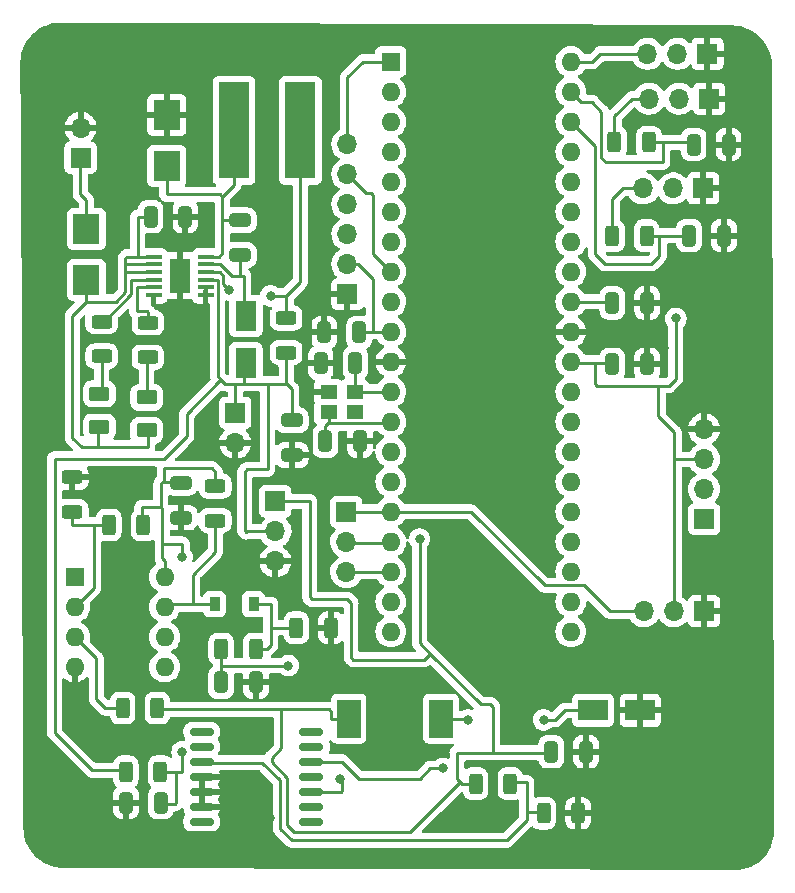
<source format=gbr>
%TF.GenerationSoftware,KiCad,Pcbnew,(6.0.7-1)-1*%
%TF.CreationDate,2023-05-02T22:47:35-04:00*%
%TF.ProjectId,pcb,7063622e-6b69-4636-9164-5f7063625858,rev?*%
%TF.SameCoordinates,Original*%
%TF.FileFunction,Copper,L1,Top*%
%TF.FilePolarity,Positive*%
%FSLAX46Y46*%
G04 Gerber Fmt 4.6, Leading zero omitted, Abs format (unit mm)*
G04 Created by KiCad (PCBNEW (6.0.7-1)-1) date 2023-05-02 22:47:35*
%MOMM*%
%LPD*%
G01*
G04 APERTURE LIST*
G04 Aperture macros list*
%AMRoundRect*
0 Rectangle with rounded corners*
0 $1 Rounding radius*
0 $2 $3 $4 $5 $6 $7 $8 $9 X,Y pos of 4 corners*
0 Add a 4 corners polygon primitive as box body*
4,1,4,$2,$3,$4,$5,$6,$7,$8,$9,$2,$3,0*
0 Add four circle primitives for the rounded corners*
1,1,$1+$1,$2,$3*
1,1,$1+$1,$4,$5*
1,1,$1+$1,$6,$7*
1,1,$1+$1,$8,$9*
0 Add four rect primitives between the rounded corners*
20,1,$1+$1,$2,$3,$4,$5,0*
20,1,$1+$1,$4,$5,$6,$7,0*
20,1,$1+$1,$6,$7,$8,$9,0*
20,1,$1+$1,$8,$9,$2,$3,0*%
G04 Aperture macros list end*
%TA.AperFunction,SMDPad,CuDef*%
%ADD10R,2.600000X8.200000*%
%TD*%
%TA.AperFunction,ComponentPad*%
%ADD11R,1.700000X1.700000*%
%TD*%
%TA.AperFunction,ComponentPad*%
%ADD12O,1.700000X1.700000*%
%TD*%
%TA.AperFunction,SMDPad,CuDef*%
%ADD13RoundRect,0.250000X-0.325000X-0.650000X0.325000X-0.650000X0.325000X0.650000X-0.325000X0.650000X0*%
%TD*%
%TA.AperFunction,SMDPad,CuDef*%
%ADD14R,1.400000X1.200000*%
%TD*%
%TA.AperFunction,ComponentPad*%
%ADD15O,1.600000X1.600000*%
%TD*%
%TA.AperFunction,ComponentPad*%
%ADD16R,1.600000X1.600000*%
%TD*%
%TA.AperFunction,SMDPad,CuDef*%
%ADD17RoundRect,0.250000X0.325000X0.650000X-0.325000X0.650000X-0.325000X-0.650000X0.325000X-0.650000X0*%
%TD*%
%TA.AperFunction,SMDPad,CuDef*%
%ADD18R,1.333500X0.431800*%
%TD*%
%TA.AperFunction,SMDPad,CuDef*%
%ADD19R,1.752600X2.946400*%
%TD*%
%TA.AperFunction,SMDPad,CuDef*%
%ADD20R,2.300000X2.500000*%
%TD*%
%TA.AperFunction,SMDPad,CuDef*%
%ADD21RoundRect,0.250000X0.650000X-0.325000X0.650000X0.325000X-0.650000X0.325000X-0.650000X-0.325000X0*%
%TD*%
%TA.AperFunction,SMDPad,CuDef*%
%ADD22RoundRect,0.250000X0.312500X0.625000X-0.312500X0.625000X-0.312500X-0.625000X0.312500X-0.625000X0*%
%TD*%
%TA.AperFunction,SMDPad,CuDef*%
%ADD23RoundRect,0.150000X-0.875000X-0.150000X0.875000X-0.150000X0.875000X0.150000X-0.875000X0.150000X0*%
%TD*%
%TA.AperFunction,SMDPad,CuDef*%
%ADD24R,2.000000X3.200000*%
%TD*%
%TA.AperFunction,SMDPad,CuDef*%
%ADD25RoundRect,0.250000X-0.312500X-0.625000X0.312500X-0.625000X0.312500X0.625000X-0.312500X0.625000X0*%
%TD*%
%TA.AperFunction,SMDPad,CuDef*%
%ADD26RoundRect,0.250000X-0.625000X0.312500X-0.625000X-0.312500X0.625000X-0.312500X0.625000X0.312500X0*%
%TD*%
%TA.AperFunction,SMDPad,CuDef*%
%ADD27RoundRect,0.250000X-0.625000X0.375000X-0.625000X-0.375000X0.625000X-0.375000X0.625000X0.375000X0*%
%TD*%
%TA.AperFunction,SMDPad,CuDef*%
%ADD28RoundRect,0.250000X-0.650000X0.325000X-0.650000X-0.325000X0.650000X-0.325000X0.650000X0.325000X0*%
%TD*%
%TA.AperFunction,SMDPad,CuDef*%
%ADD29RoundRect,0.250000X0.625000X-0.312500X0.625000X0.312500X-0.625000X0.312500X-0.625000X-0.312500X0*%
%TD*%
%TA.AperFunction,SMDPad,CuDef*%
%ADD30R,0.900000X1.200000*%
%TD*%
%TA.AperFunction,SMDPad,CuDef*%
%ADD31R,2.500000X1.800000*%
%TD*%
%TA.AperFunction,SMDPad,CuDef*%
%ADD32R,1.800000X2.500000*%
%TD*%
%TA.AperFunction,ViaPad*%
%ADD33C,0.800000*%
%TD*%
%TA.AperFunction,Conductor*%
%ADD34C,0.250000*%
%TD*%
G04 APERTURE END LIST*
D10*
%TO.P,L2,2,2*%
%TO.N,Net-(C9-Pad1)*%
X123400000Y-78000000D03*
%TO.P,L2,1,1*%
%TO.N,Net-(L2-Pad1)*%
X129000000Y-78000000D03*
%TD*%
D11*
%TO.P,J7,1,Pin_1*%
%TO.N,VCC*%
X126900000Y-109400000D03*
D12*
%TO.P,J7,2,Pin_2*%
%TO.N,Net-(C10-Pad1)*%
X126900000Y-111940000D03*
%TO.P,J7,3,Pin_3*%
%TO.N,GND*%
X126900000Y-114480000D03*
%TD*%
D11*
%TO.P,J8,1,Pin_1*%
%TO.N,Net-(J1-Pad3)*%
X132900000Y-110300000D03*
D12*
%TO.P,J8,2,Pin_2*%
%TO.N,Net-(J8-Pad2)*%
X132900000Y-112840000D03*
%TO.P,J8,3,Pin_3*%
%TO.N,Net-(U1-Pad18)*%
X132900000Y-115380000D03*
%TD*%
D13*
%TO.P,C4,2*%
%TO.N,GND*%
X134075000Y-104300000D03*
%TO.P,C4,1*%
%TO.N,Net-(C4-Pad1)*%
X131125000Y-104300000D03*
%TD*%
D14*
%TO.P,Y1,1,1*%
%TO.N,Net-(C5-Pad1)*%
X133600000Y-100150000D03*
%TO.P,Y1,2,2*%
%TO.N,GND*%
X131400000Y-100150000D03*
%TO.P,Y1,3*%
%TO.N,Net-(C4-Pad1)*%
X131400000Y-101850000D03*
%TO.P,Y1,4*%
%TO.N,N/C*%
X133600000Y-101850000D03*
%TD*%
D15*
%TO.P,U1,40,PA0*%
%TO.N,Net-(J2-Pad3)*%
X151915000Y-72175000D03*
%TO.P,U1,39,PA1*%
%TO.N,Net-(C14-Pad2)*%
X151915000Y-74715000D03*
%TO.P,U1,38,PA2*%
%TO.N,Net-(C12-Pad2)*%
X151915000Y-77255000D03*
%TO.P,U1,37,PA3*%
%TO.N,unconnected-(U1-Pad37)*%
X151915000Y-79795000D03*
%TO.P,U1,36,PA4*%
%TO.N,unconnected-(U1-Pad36)*%
X151915000Y-82335000D03*
%TO.P,U1,35,PA5*%
%TO.N,unconnected-(U1-Pad35)*%
X151915000Y-84875000D03*
%TO.P,U1,34,PA6*%
%TO.N,unconnected-(U1-Pad34)*%
X151915000Y-87415000D03*
%TO.P,U1,33,PA7*%
%TO.N,unconnected-(U1-Pad33)*%
X151915000Y-89955000D03*
%TO.P,U1,32,AREF*%
%TO.N,Net-(C2-Pad1)*%
X151915000Y-92495000D03*
%TO.P,U1,31,GND*%
%TO.N,GND*%
X151915000Y-95035000D03*
%TO.P,U1,30,AVCC*%
%TO.N,VCC*%
X151915000Y-97575000D03*
%TO.P,U1,29,PC7*%
%TO.N,unconnected-(U1-Pad29)*%
X151915000Y-100115000D03*
%TO.P,U1,28,PC6*%
%TO.N,unconnected-(U1-Pad28)*%
X151915000Y-102655000D03*
%TO.P,U1,27,PC5*%
%TO.N,unconnected-(U1-Pad27)*%
X151915000Y-105195000D03*
%TO.P,U1,26,PC4*%
%TO.N,unconnected-(U1-Pad26)*%
X151915000Y-107735000D03*
%TO.P,U1,25,PC3*%
%TO.N,unconnected-(U1-Pad25)*%
X151915000Y-110275000D03*
%TO.P,U1,24,PC2*%
%TO.N,Net-(J5-Pad2)*%
X151915000Y-112815000D03*
%TO.P,U1,23,PC1*%
%TO.N,Net-(J5-Pad1)*%
X151915000Y-115355000D03*
%TO.P,U1,22,PC0*%
%TO.N,unconnected-(U1-Pad22)*%
X151915000Y-117895000D03*
%TO.P,U1,21,PD7*%
%TO.N,unconnected-(U1-Pad21)*%
X151915000Y-120435000D03*
%TO.P,U1,20,PD6*%
%TO.N,Net-(C11-Pad1)*%
X136675000Y-120435000D03*
%TO.P,U1,19,PD5*%
%TO.N,unconnected-(U1-Pad19)*%
X136675000Y-117895000D03*
%TO.P,U1,18,PD4*%
%TO.N,Net-(U1-Pad18)*%
X136675000Y-115355000D03*
%TO.P,U1,17,PD3*%
%TO.N,Net-(J8-Pad2)*%
X136675000Y-112815000D03*
%TO.P,U1,16,PD2*%
%TO.N,Net-(J1-Pad3)*%
X136675000Y-110275000D03*
%TO.P,U1,15,PD1*%
%TO.N,unconnected-(U1-Pad15)*%
X136675000Y-107735000D03*
%TO.P,U1,14,PD0*%
%TO.N,unconnected-(U1-Pad14)*%
X136675000Y-105195000D03*
%TO.P,U1,13,XTAL1*%
%TO.N,Net-(C4-Pad1)*%
X136675000Y-102655000D03*
%TO.P,U1,12,XTAL2*%
%TO.N,Net-(C5-Pad1)*%
X136675000Y-100115000D03*
%TO.P,U1,11,GND*%
%TO.N,GND*%
X136675000Y-97575000D03*
%TO.P,U1,10,VCC*%
%TO.N,VCC*%
X136675000Y-95035000D03*
%TO.P,U1,9,~{RESET}*%
%TO.N,unconnected-(U1-Pad9)*%
X136675000Y-92495000D03*
%TO.P,U1,8,PB7*%
%TO.N,Net-(J6-Pad5)*%
X136675000Y-89955000D03*
%TO.P,U1,7,PB6*%
%TO.N,Net-(U1-Pad7)*%
X136675000Y-87415000D03*
%TO.P,U1,6,PB5*%
%TO.N,Net-(J6-Pad4)*%
X136675000Y-84875000D03*
%TO.P,U1,5,PB4*%
%TO.N,Net-(J6-Pad6)*%
X136675000Y-82335000D03*
%TO.P,U1,4,PB3*%
%TO.N,unconnected-(U1-Pad4)*%
X136675000Y-79795000D03*
%TO.P,U1,3,PB2*%
%TO.N,unconnected-(U1-Pad3)*%
X136675000Y-77255000D03*
%TO.P,U1,2,PB1*%
%TO.N,unconnected-(U1-Pad2)*%
X136675000Y-74715000D03*
D16*
%TO.P,U1,1,PB0*%
%TO.N,unconnected-(U1-Pad1)*%
X136675000Y-72175000D03*
%TD*%
D17*
%TO.P,C5,1*%
%TO.N,Net-(C5-Pad1)*%
X133675000Y-97700000D03*
%TO.P,C5,2*%
%TO.N,GND*%
X130725000Y-97700000D03*
%TD*%
D18*
%TO.P,U3,1,VIN*%
%TO.N,Net-(C8-Pad1)*%
X116583850Y-88674400D03*
%TO.P,U3,2,CLP*%
X116583850Y-89324640D03*
%TO.P,U3,3,\u002ASHDN*%
X116583850Y-89974880D03*
%TO.P,U3,4,\u002ACHRG*%
%TO.N,Net-(R4-Pad2)*%
X116583850Y-90625120D03*
%TO.P,U3,5,\u002AFAULT*%
%TO.N,Net-(R3-Pad2)*%
X116583850Y-91275360D03*
%TO.P,U3,6,TIMER*%
%TO.N,GND*%
X116583850Y-91925600D03*
%TO.P,U3,7,RNG/SS*%
X121016150Y-91925600D03*
%TO.P,U3,8,NTC*%
X121016150Y-91275360D03*
%TO.P,U3,9,BAT*%
%TO.N,Net-(C10-Pad1)*%
X121016150Y-90625120D03*
%TO.P,U3,10,SENSE*%
%TO.N,Net-(L2-Pad1)*%
X121016150Y-89974880D03*
%TO.P,U3,11,BOOST*%
%TO.N,Net-(C9-Pad2)*%
X121016150Y-89324640D03*
%TO.P,U3,12,SW*%
%TO.N,Net-(C9-Pad1)*%
X121016150Y-88674400D03*
D19*
%TO.P,U3,EPAD*%
%TO.N,GND*%
X118800000Y-90300000D03*
%TD*%
D13*
%TO.P,C8,1*%
%TO.N,Net-(C8-Pad1)*%
X116325000Y-85300000D03*
%TO.P,C8,2*%
%TO.N,GND*%
X119275000Y-85300000D03*
%TD*%
D20*
%TO.P,D3,1,K*%
%TO.N,Net-(C9-Pad1)*%
X117700000Y-81000000D03*
%TO.P,D3,2,A*%
%TO.N,GND*%
X117700000Y-76700000D03*
%TD*%
D21*
%TO.P,C13,1*%
%TO.N,GND*%
X118900000Y-110775000D03*
%TO.P,C13,2*%
%TO.N,Net-(C13-Pad2)*%
X118900000Y-107825000D03*
%TD*%
D20*
%TO.P,D5,1,K*%
%TO.N,Net-(C8-Pad1)*%
X110900000Y-90650000D03*
%TO.P,D5,2,A*%
%TO.N,Net-(D5-Pad2)*%
X110900000Y-86350000D03*
%TD*%
D22*
%TO.P,R14,1*%
%TO.N,Net-(C14-Pad2)*%
X158525000Y-78992500D03*
%TO.P,R14,2*%
%TO.N,Net-(J3-Pad3)*%
X155600000Y-78992500D03*
%TD*%
D11*
%TO.P,J6,1,Pin_1*%
%TO.N,GND*%
X133000000Y-91850000D03*
D12*
%TO.P,J6,2,Pin_2*%
%TO.N,VCC*%
X133000000Y-89310000D03*
%TO.P,J6,3,Pin_3*%
%TO.N,Net-(U1-Pad7)*%
X133000000Y-86770000D03*
%TO.P,J6,4,Pin_4*%
%TO.N,Net-(J6-Pad4)*%
X133000000Y-84230000D03*
%TO.P,J6,5,Pin_5*%
%TO.N,Net-(J6-Pad5)*%
X133000000Y-81690000D03*
%TO.P,J6,6,Pin_6*%
%TO.N,unconnected-(U1-Pad1)*%
X133000000Y-79150000D03*
%TD*%
D23*
%TO.P,U2,1*%
%TO.N,N/C*%
X120650000Y-128890000D03*
%TO.P,U2,2*%
X120650000Y-130160000D03*
%TO.P,U2,3,FB*%
%TO.N,Net-(R1-Pad2)*%
X120650000Y-131430000D03*
%TO.P,U2,4,SGND*%
%TO.N,GND*%
X120650000Y-132700000D03*
%TO.P,U2,5,~{ON}/OFF*%
X120650000Y-133970000D03*
%TO.P,U2,6,PGND*%
X120650000Y-135240000D03*
%TO.P,U2,7*%
%TO.N,N/C*%
X120650000Y-136510000D03*
%TO.P,U2,8*%
X129950000Y-136510000D03*
%TO.P,U2,9*%
X129950000Y-135240000D03*
%TO.P,U2,10,VIN*%
%TO.N,Net-(C13-Pad2)*%
X129950000Y-133970000D03*
%TO.P,U2,11*%
%TO.N,N/C*%
X129950000Y-132700000D03*
%TO.P,U2,12,OUT*%
%TO.N,Net-(D6-Pad1)*%
X129950000Y-131430000D03*
%TO.P,U2,13*%
%TO.N,N/C*%
X129950000Y-130160000D03*
%TO.P,U2,14*%
X129950000Y-128890000D03*
%TD*%
D24*
%TO.P,L1,1,1*%
%TO.N,Net-(D6-Pad1)*%
X140900000Y-127800000D03*
%TO.P,L1,2,2*%
%TO.N,VCC*%
X133100000Y-127800000D03*
%TD*%
D25*
%TO.P,R2,1*%
%TO.N,VCC*%
X143850000Y-133300000D03*
%TO.P,R2,2*%
%TO.N,Net-(R1-Pad2)*%
X146775000Y-133300000D03*
%TD*%
D11*
%TO.P,J4,1,Pin_1*%
%TO.N,GND*%
X163125000Y-82900000D03*
D12*
%TO.P,J4,2,Pin_2*%
%TO.N,VCC*%
X160585000Y-82900000D03*
%TO.P,J4,3,Pin_3*%
%TO.N,Net-(J4-Pad3)*%
X158045000Y-82900000D03*
%TD*%
D25*
%TO.P,R8,1*%
%TO.N,Net-(D7-Pad2)*%
X128675000Y-120100000D03*
%TO.P,R8,2*%
%TO.N,GND*%
X131600000Y-120100000D03*
%TD*%
D26*
%TO.P,R11,1*%
%TO.N,Net-(C13-Pad2)*%
X121800000Y-108100000D03*
%TO.P,R11,2*%
%TO.N,Net-(D7-Pad1)*%
X121800000Y-111025000D03*
%TD*%
%TO.P,R5,1*%
%TO.N,Net-(L2-Pad1)*%
X127800000Y-93875000D03*
%TO.P,R5,2*%
%TO.N,Net-(C10-Pad1)*%
X127800000Y-96800000D03*
%TD*%
D22*
%TO.P,R6,1*%
%TO.N,Net-(C13-Pad2)*%
X115725000Y-111400000D03*
%TO.P,R6,2*%
%TO.N,Net-(R6-Pad2)*%
X112800000Y-111400000D03*
%TD*%
D11*
%TO.P,J12,1,Pin_1*%
%TO.N,Net-(D5-Pad2)*%
X110400000Y-80300000D03*
D12*
%TO.P,J12,2,Pin_2*%
%TO.N,GND*%
X110400000Y-77760000D03*
%TD*%
D17*
%TO.P,C6,1*%
%TO.N,Net-(C13-Pad2)*%
X117200000Y-134900000D03*
%TO.P,C6,2*%
%TO.N,GND*%
X114250000Y-134900000D03*
%TD*%
D27*
%TO.P,D1,1,K*%
%TO.N,Net-(D1-Pad1)*%
X116000000Y-100600000D03*
%TO.P,D1,2,A*%
%TO.N,Net-(C8-Pad1)*%
X116000000Y-103400000D03*
%TD*%
D28*
%TO.P,C9,1*%
%TO.N,Net-(C9-Pad1)*%
X123900000Y-85600000D03*
%TO.P,C9,2*%
%TO.N,Net-(C9-Pad2)*%
X123900000Y-88550000D03*
%TD*%
D11*
%TO.P,J2,1,Pin_1*%
%TO.N,GND*%
X163480000Y-71500000D03*
D12*
%TO.P,J2,2,Pin_2*%
%TO.N,VCC*%
X160940000Y-71500000D03*
%TO.P,J2,3,Pin_3*%
%TO.N,Net-(J2-Pad3)*%
X158400000Y-71500000D03*
%TD*%
D17*
%TO.P,C12,1*%
%TO.N,GND*%
X164875000Y-86900000D03*
%TO.P,C12,2*%
%TO.N,Net-(C12-Pad2)*%
X161925000Y-86900000D03*
%TD*%
D13*
%TO.P,C2,2*%
%TO.N,GND*%
X158375000Y-92600000D03*
%TO.P,C2,1*%
%TO.N,Net-(C2-Pad1)*%
X155425000Y-92600000D03*
%TD*%
D22*
%TO.P,R10,1*%
%TO.N,Net-(C12-Pad2)*%
X158325000Y-86900000D03*
%TO.P,R10,2*%
%TO.N,Net-(J4-Pad3)*%
X155400000Y-86900000D03*
%TD*%
D13*
%TO.P,C7,1*%
%TO.N,VCC*%
X150250000Y-130600000D03*
%TO.P,C7,2*%
%TO.N,GND*%
X153200000Y-130600000D03*
%TD*%
D29*
%TO.P,R4,1*%
%TO.N,Net-(D2-Pad1)*%
X112200000Y-97100000D03*
%TO.P,R4,2*%
%TO.N,Net-(R4-Pad2)*%
X112200000Y-94175000D03*
%TD*%
D11*
%TO.P,J1,1,Pin_1*%
%TO.N,GND*%
X163200000Y-118700000D03*
D12*
%TO.P,J1,2,Pin_2*%
%TO.N,VCC*%
X160660000Y-118700000D03*
%TO.P,J1,3,Pin_3*%
%TO.N,Net-(J1-Pad3)*%
X158120000Y-118700000D03*
%TD*%
D17*
%TO.P,C1,1*%
%TO.N,VCC*%
X134000000Y-95100000D03*
%TO.P,C1,2*%
%TO.N,GND*%
X131050000Y-95100000D03*
%TD*%
D26*
%TO.P,R7,1*%
%TO.N,GND*%
X109700000Y-107375000D03*
%TO.P,R7,2*%
%TO.N,Net-(R6-Pad2)*%
X109700000Y-110300000D03*
%TD*%
D27*
%TO.P,D2,1,K*%
%TO.N,Net-(D2-Pad1)*%
X112000000Y-100300000D03*
%TO.P,D2,2,A*%
%TO.N,Net-(C8-Pad1)*%
X112000000Y-103100000D03*
%TD*%
D25*
%TO.P,R12,1*%
%TO.N,Net-(U4-Pad3)*%
X113975000Y-126900000D03*
%TO.P,R12,2*%
%TO.N,VCC*%
X116900000Y-126900000D03*
%TD*%
D22*
%TO.P,R1,1*%
%TO.N,GND*%
X152525000Y-135800000D03*
%TO.P,R1,2*%
%TO.N,Net-(R1-Pad2)*%
X149600000Y-135800000D03*
%TD*%
D11*
%TO.P,J13,1,Pin_1*%
%TO.N,Net-(C10-Pad1)*%
X123500000Y-101900000D03*
D12*
%TO.P,J13,2,Pin_2*%
%TO.N,GND*%
X123500000Y-104440000D03*
%TD*%
D17*
%TO.P,C14,1*%
%TO.N,GND*%
X165262500Y-79192500D03*
%TO.P,C14,2*%
%TO.N,Net-(C14-Pad2)*%
X162312500Y-79192500D03*
%TD*%
D11*
%TO.P,J3,1,Pin_1*%
%TO.N,GND*%
X163625000Y-75300000D03*
D12*
%TO.P,J3,2,Pin_2*%
%TO.N,VCC*%
X161085000Y-75300000D03*
%TO.P,J3,3,Pin_3*%
%TO.N,Net-(J3-Pad3)*%
X158545000Y-75300000D03*
%TD*%
D17*
%TO.P,C3,2*%
%TO.N,VCC*%
X155425000Y-97800000D03*
%TO.P,C3,1*%
%TO.N,GND*%
X158375000Y-97800000D03*
%TD*%
D22*
%TO.P,R13,1*%
%TO.N,Net-(C13-Pad2)*%
X117162500Y-132300000D03*
%TO.P,R13,2*%
%TO.N,Net-(C10-Pad1)*%
X114237500Y-132300000D03*
%TD*%
D13*
%TO.P,C11,1*%
%TO.N,Net-(C11-Pad1)*%
X122300000Y-124700000D03*
%TO.P,C11,2*%
%TO.N,GND*%
X125250000Y-124700000D03*
%TD*%
D30*
%TO.P,D7,1,K*%
%TO.N,Net-(D7-Pad1)*%
X121750000Y-118100000D03*
%TO.P,D7,2,A*%
%TO.N,Net-(D7-Pad2)*%
X125050000Y-118100000D03*
%TD*%
D31*
%TO.P,D6,1,K*%
%TO.N,Net-(D6-Pad1)*%
X153800000Y-127100000D03*
%TO.P,D6,2,A*%
%TO.N,GND*%
X157800000Y-127100000D03*
%TD*%
D22*
%TO.P,R9,1*%
%TO.N,Net-(D7-Pad2)*%
X125225000Y-121900000D03*
%TO.P,R9,2*%
%TO.N,Net-(C11-Pad1)*%
X122300000Y-121900000D03*
%TD*%
D16*
%TO.P,U4,1,GND*%
%TO.N,unconnected-(U4-Pad1)*%
X109900000Y-115800000D03*
D15*
%TO.P,U4,2,+*%
%TO.N,Net-(R6-Pad2)*%
X109900000Y-118340000D03*
%TO.P,U4,3,-*%
%TO.N,Net-(U4-Pad3)*%
X109900000Y-120880000D03*
%TO.P,U4,4,V-*%
%TO.N,GND*%
X109900000Y-123420000D03*
%TO.P,U4,5,BAL*%
%TO.N,unconnected-(U4-Pad5)*%
X117520000Y-123420000D03*
%TO.P,U4,6,STRB*%
%TO.N,unconnected-(U4-Pad6)*%
X117520000Y-120880000D03*
%TO.P,U4,7*%
%TO.N,Net-(D7-Pad1)*%
X117520000Y-118340000D03*
%TO.P,U4,8,V+*%
%TO.N,Net-(C13-Pad2)*%
X117520000Y-115800000D03*
%TD*%
D28*
%TO.P,C10,1*%
%TO.N,Net-(C10-Pad1)*%
X128300000Y-102525000D03*
%TO.P,C10,2*%
%TO.N,GND*%
X128300000Y-105475000D03*
%TD*%
D11*
%TO.P,J5,1,Pin_1*%
%TO.N,Net-(J5-Pad1)*%
X163200000Y-110900000D03*
D12*
%TO.P,J5,2,Pin_2*%
%TO.N,Net-(J5-Pad2)*%
X163200000Y-108360000D03*
%TO.P,J5,3,Pin_3*%
%TO.N,VCC*%
X163200000Y-105820000D03*
%TO.P,J5,4,Pin_4*%
%TO.N,GND*%
X163200000Y-103280000D03*
%TD*%
D32*
%TO.P,D4,1,K*%
%TO.N,Net-(C9-Pad2)*%
X124400000Y-93700000D03*
%TO.P,D4,2,A*%
%TO.N,Net-(C10-Pad1)*%
X124400000Y-97700000D03*
%TD*%
D29*
%TO.P,R3,1*%
%TO.N,Net-(D1-Pad1)*%
X116100000Y-97200000D03*
%TO.P,R3,2*%
%TO.N,Net-(R3-Pad2)*%
X116100000Y-94275000D03*
%TD*%
D33*
%TO.N,VCC*%
X160800000Y-93915000D03*
X139100000Y-112600000D03*
%TO.N,GND*%
X159800000Y-96400000D03*
X120800000Y-85300000D03*
X118800000Y-91300000D03*
X118800000Y-89200000D03*
X156900000Y-96500000D03*
X126475000Y-136200000D03*
X118800000Y-90200000D03*
X123400000Y-133100000D03*
X115135000Y-122865000D03*
%TO.N,Net-(D6-Pad1)*%
X143200000Y-127900000D03*
X149600000Y-127900000D03*
X141100000Y-132000000D03*
%TO.N,Net-(L2-Pad1)*%
X123000000Y-91500000D03*
X126500000Y-92000000D03*
%TO.N,Net-(C13-Pad2)*%
X119000000Y-130600000D03*
X119000000Y-114100000D03*
X132400000Y-132900000D03*
%TO.N,Net-(C11-Pad1)*%
X128000000Y-123300000D03*
%TD*%
D34*
%TO.N,Net-(L2-Pad1)*%
X127800000Y-92000000D02*
X129000000Y-90800000D01*
X129000000Y-90800000D02*
X129000000Y-78000000D01*
%TO.N,Net-(C9-Pad1)*%
X122400000Y-83600000D02*
X123400000Y-82600000D01*
X123400000Y-82600000D02*
X123400000Y-78000000D01*
X122400000Y-88400000D02*
X122400000Y-85600000D01*
X122400000Y-85600000D02*
X122400000Y-84600000D01*
X123900000Y-85600000D02*
X122400000Y-85600000D01*
X122400000Y-83600000D02*
X122200000Y-83400000D01*
X122200000Y-83400000D02*
X117700000Y-83400000D01*
X122400000Y-84600000D02*
X122400000Y-83600000D01*
X117700000Y-83400000D02*
X117700000Y-81000000D01*
%TO.N,Net-(C4-Pad1)*%
X131400000Y-102700000D02*
X131100000Y-103000000D01*
X131100000Y-103000000D02*
X131100000Y-104275000D01*
X131100000Y-104275000D02*
X131125000Y-104300000D01*
X136530000Y-102800000D02*
X131500000Y-102800000D01*
X131500000Y-102800000D02*
X131400000Y-102700000D01*
X136675000Y-102655000D02*
X136530000Y-102800000D01*
X131400000Y-102700000D02*
X131400000Y-101850000D01*
%TO.N,unconnected-(U1-Pad1)*%
X133000000Y-79150000D02*
X133000000Y-73500000D01*
X133000000Y-73500000D02*
X134325000Y-72175000D01*
X134325000Y-72175000D02*
X136675000Y-72175000D01*
%TO.N,Net-(D6-Pad1)*%
X150600000Y-127900000D02*
X151400000Y-127100000D01*
X151400000Y-127100000D02*
X153800000Y-127100000D01*
%TO.N,VCC*%
X145200000Y-130700000D02*
X145300000Y-130600000D01*
X145300000Y-126800000D02*
X145100000Y-126600000D01*
X145300000Y-130600000D02*
X145300000Y-126800000D01*
X145100000Y-126600000D02*
X144300000Y-126600000D01*
X144300000Y-126600000D02*
X140000000Y-122300000D01*
X160660000Y-118700000D02*
X160660000Y-105940000D01*
X160660000Y-105940000D02*
X160660000Y-103560000D01*
X163200000Y-105820000D02*
X160780000Y-105820000D01*
X160780000Y-105820000D02*
X160660000Y-105940000D01*
X160660000Y-103560000D02*
X159300000Y-102200000D01*
X159300000Y-102200000D02*
X159300000Y-99600000D01*
X139100000Y-121400000D02*
X140000000Y-122300000D01*
X133300000Y-122600000D02*
X133300000Y-118000000D01*
X133000000Y-117700000D02*
X130000000Y-117700000D01*
X129800000Y-109400000D02*
X126900000Y-109400000D01*
X140000000Y-122300000D02*
X139500000Y-122800000D01*
X139500000Y-122800000D02*
X133500000Y-122800000D01*
X133500000Y-122800000D02*
X133300000Y-122600000D01*
X133300000Y-118000000D02*
X133000000Y-117700000D01*
X130000000Y-117700000D02*
X129800000Y-117500000D01*
X129800000Y-117500000D02*
X129800000Y-109400000D01*
%TO.N,Net-(C10-Pad1)*%
X124500000Y-106700000D02*
X126200000Y-106700000D01*
X126250000Y-99450000D02*
X127750000Y-99450000D01*
X126200000Y-106700000D02*
X126250000Y-106650000D01*
X124460000Y-111940000D02*
X124400000Y-112000000D01*
X126900000Y-111940000D02*
X124460000Y-111940000D01*
X124300000Y-106900000D02*
X124500000Y-106700000D01*
X124400000Y-112000000D02*
X124300000Y-111900000D01*
X124300000Y-111900000D02*
X124300000Y-106900000D01*
X124150000Y-99450000D02*
X126250000Y-99450000D01*
X126250000Y-106650000D02*
X126250000Y-99450000D01*
%TO.N,Net-(J1-Pad3)*%
X132900000Y-110300000D02*
X136650000Y-110300000D01*
X136650000Y-110300000D02*
X136675000Y-110275000D01*
%TO.N,Net-(U1-Pad18)*%
X132900000Y-115380000D02*
X136650000Y-115380000D01*
X136650000Y-115380000D02*
X136675000Y-115355000D01*
%TO.N,Net-(J8-Pad2)*%
X132975000Y-112885000D02*
X136605000Y-112885000D01*
X136605000Y-112885000D02*
X136675000Y-112815000D01*
%TO.N,Net-(C5-Pad1)*%
X133600000Y-100150000D02*
X133600000Y-97775000D01*
X133600000Y-97775000D02*
X133675000Y-97700000D01*
X136675000Y-100115000D02*
X133635000Y-100115000D01*
X133635000Y-100115000D02*
X133600000Y-100150000D01*
%TO.N,Net-(C12-Pad2)*%
X159400000Y-86900000D02*
X159900000Y-86900000D01*
X159400000Y-88600000D02*
X158700000Y-89300000D01*
X158700000Y-89300000D02*
X154800000Y-89300000D01*
X154000000Y-79340000D02*
X151915000Y-77255000D01*
X159400000Y-86900000D02*
X159400000Y-88600000D01*
X158662500Y-86900000D02*
X159400000Y-86900000D01*
X154800000Y-89300000D02*
X154000000Y-88500000D01*
X154000000Y-88500000D02*
X154000000Y-79340000D01*
%TO.N,Net-(J4-Pad3)*%
X155400000Y-86900000D02*
X155400000Y-83800000D01*
X156300000Y-82900000D02*
X158045000Y-82900000D01*
X155400000Y-83800000D02*
X156300000Y-82900000D01*
%TO.N,Net-(J2-Pad3)*%
X154400000Y-71500000D02*
X153700000Y-72200000D01*
X158400000Y-71500000D02*
X154400000Y-71500000D01*
X153700000Y-72200000D02*
X153675000Y-72175000D01*
X153675000Y-72175000D02*
X151915000Y-72175000D01*
%TO.N,Net-(C14-Pad2)*%
X159707500Y-78992500D02*
X158525000Y-78992500D01*
X162112500Y-78992500D02*
X159707500Y-78992500D01*
X159707500Y-78992500D02*
X159707500Y-80692500D01*
X159707500Y-80692500D02*
X159700000Y-80700000D01*
X159700000Y-80700000D02*
X154900000Y-80700000D01*
X154900000Y-80700000D02*
X154500000Y-80300000D01*
X153700000Y-75600000D02*
X152800000Y-75600000D01*
X154500000Y-80300000D02*
X154500000Y-76400000D01*
X154500000Y-76400000D02*
X153700000Y-75600000D01*
X152800000Y-75600000D02*
X151915000Y-74715000D01*
X162312500Y-79192500D02*
X162112500Y-78992500D01*
%TO.N,Net-(J3-Pad3)*%
X157100000Y-75300000D02*
X155600000Y-76800000D01*
X155600000Y-76800000D02*
X155600000Y-78992500D01*
X158545000Y-75300000D02*
X157100000Y-75300000D01*
%TO.N,Net-(C12-Pad2)*%
X159900000Y-86900000D02*
X161925000Y-86900000D01*
%TO.N,VCC*%
X154100000Y-99600000D02*
X159300000Y-99600000D01*
X159300000Y-99600000D02*
X160200000Y-99600000D01*
X136675000Y-95035000D02*
X135165000Y-95035000D01*
X135165000Y-95035000D02*
X134065000Y-95035000D01*
X135165000Y-95035000D02*
X135165000Y-90565000D01*
X135165000Y-90565000D02*
X133910000Y-89310000D01*
X133910000Y-89310000D02*
X133000000Y-89310000D01*
%TO.N,Net-(J6-Pad5)*%
X133000000Y-81690000D02*
X134610000Y-83300000D01*
X135000000Y-83300000D02*
X135200000Y-83500000D01*
X134610000Y-83300000D02*
X135000000Y-83300000D01*
X135200000Y-83500000D02*
X135200000Y-88480000D01*
X135200000Y-88480000D02*
X136675000Y-89955000D01*
%TO.N,Net-(C2-Pad1)*%
X151915000Y-92495000D02*
X155320000Y-92495000D01*
X155320000Y-92495000D02*
X155425000Y-92600000D01*
%TO.N,VCC*%
X139100000Y-121400000D02*
X139100000Y-112600000D01*
%TO.N,Net-(J1-Pad3)*%
X158120000Y-118700000D02*
X155200000Y-118700000D01*
X155200000Y-118700000D02*
X153009301Y-116509301D01*
X149709301Y-116509301D02*
X143500000Y-110300000D01*
X143500000Y-110300000D02*
X142400000Y-110300000D01*
X153009301Y-116509301D02*
X149709301Y-116509301D01*
X142375000Y-110275000D02*
X136675000Y-110275000D01*
X142400000Y-110300000D02*
X142375000Y-110275000D01*
%TO.N,VCC*%
X134065000Y-95035000D02*
X134000000Y-95100000D01*
X142275000Y-132900000D02*
X142275000Y-130700000D01*
X127900000Y-132800000D02*
X127900000Y-136800000D01*
X142675000Y-133300000D02*
X142537500Y-133162500D01*
X152020000Y-97660000D02*
X153960000Y-97660000D01*
X131400000Y-127000000D02*
X127400000Y-127000000D01*
X153960000Y-99460000D02*
X154100000Y-99600000D01*
X127900000Y-136800000D02*
X128500000Y-137400000D01*
X126600000Y-131500000D02*
X127900000Y-132800000D01*
X142537500Y-133162500D02*
X142275000Y-132900000D01*
X126600000Y-131100000D02*
X126600000Y-131500000D01*
X145200000Y-130700000D02*
X150150000Y-130700000D01*
X143850000Y-133300000D02*
X142675000Y-133300000D01*
X160800000Y-99000000D02*
X160800000Y-93915000D01*
X142275000Y-130700000D02*
X145200000Y-130700000D01*
X127400000Y-127000000D02*
X117000000Y-127000000D01*
X127400000Y-130300000D02*
X126600000Y-131100000D01*
X160200000Y-99600000D02*
X160800000Y-99000000D01*
X131600000Y-127800000D02*
X131600000Y-127200000D01*
X153960000Y-97660000D02*
X153960000Y-99460000D01*
X155285000Y-97660000D02*
X155425000Y-97800000D01*
X138300000Y-137400000D02*
X142537500Y-133162500D01*
X153960000Y-97660000D02*
X155285000Y-97660000D01*
X150150000Y-130700000D02*
X150250000Y-130600000D01*
X127400000Y-127000000D02*
X127400000Y-130300000D01*
X131600000Y-127200000D02*
X131400000Y-127000000D01*
X117000000Y-127000000D02*
X116900000Y-126900000D01*
X133100000Y-127800000D02*
X131600000Y-127800000D01*
X128500000Y-137400000D02*
X138300000Y-137400000D01*
%TO.N,Net-(C9-Pad1)*%
X121016150Y-88674400D02*
X122125600Y-88674400D01*
X122125600Y-88674400D02*
X122400000Y-88400000D01*
%TO.N,Net-(C9-Pad2)*%
X121016150Y-89324640D02*
X122224640Y-89324640D01*
X124000000Y-90300000D02*
X124200000Y-90300000D01*
X123900000Y-88550000D02*
X123900000Y-90200000D01*
X124200000Y-91000000D02*
X124200000Y-90300000D01*
X122224640Y-89324640D02*
X123200000Y-90300000D01*
X124200000Y-93100000D02*
X124200000Y-91000000D01*
X123200000Y-90300000D02*
X124000000Y-90300000D01*
X123900000Y-90200000D02*
X124000000Y-90300000D01*
%TO.N,Net-(C10-Pad1)*%
X127750000Y-99450000D02*
X127800000Y-99400000D01*
X122007900Y-90700120D02*
X122007900Y-98807900D01*
X127800000Y-99400000D02*
X127800000Y-96800000D01*
X124200000Y-99400000D02*
X124150000Y-99450000D01*
X117500000Y-105800000D02*
X108200000Y-105800000D01*
X122250000Y-99050000D02*
X122650000Y-99450000D01*
X127800000Y-99400000D02*
X128300000Y-99900000D01*
X108200000Y-105800000D02*
X108200000Y-129000000D01*
X121016150Y-90625120D02*
X121932900Y-90625120D01*
X123450000Y-99450000D02*
X124150000Y-99450000D01*
X119400000Y-102000000D02*
X119400000Y-103900000D01*
X122650000Y-99450000D02*
X123450000Y-99450000D01*
X123500000Y-99500000D02*
X123450000Y-99450000D01*
X124200000Y-97100000D02*
X124200000Y-99400000D01*
X122250000Y-99150000D02*
X122250000Y-99050000D01*
X119400000Y-103900000D02*
X117500000Y-105800000D01*
X114087500Y-132150000D02*
X114237500Y-132300000D01*
X119400000Y-102000000D02*
X122250000Y-99150000D01*
X111350000Y-132150000D02*
X114087500Y-132150000D01*
X128300000Y-99900000D02*
X128300000Y-102525000D01*
X122007900Y-98807900D02*
X122250000Y-99050000D01*
X123500000Y-101900000D02*
X123500000Y-99500000D01*
X121932900Y-90625120D02*
X122007900Y-90700120D01*
X108200000Y-129000000D02*
X111350000Y-132150000D01*
%TO.N,Net-(D1-Pad1)*%
X116000000Y-97300000D02*
X116100000Y-97200000D01*
X116000000Y-100600000D02*
X116000000Y-97300000D01*
%TO.N,Net-(C8-Pad1)*%
X113400000Y-92500000D02*
X114200000Y-91700000D01*
X116583850Y-88674400D02*
X115225600Y-88674400D01*
X111900000Y-104800000D02*
X111900000Y-103200000D01*
X114200000Y-89900000D02*
X114200000Y-89200000D01*
X114200000Y-89200000D02*
X114200000Y-88800000D01*
X115225600Y-88674400D02*
X114325600Y-88674400D01*
X116583850Y-89974880D02*
X114274880Y-89974880D01*
X109700000Y-93700000D02*
X109700000Y-104000000D01*
X116583850Y-89324640D02*
X114324640Y-89324640D01*
X114324640Y-89324640D02*
X114200000Y-89200000D01*
X115225600Y-88674400D02*
X115225600Y-85374400D01*
X116100000Y-103500000D02*
X116000000Y-103400000D01*
X110900000Y-92500000D02*
X109700000Y-93700000D01*
X111900000Y-104800000D02*
X116100000Y-104800000D01*
X115300000Y-85300000D02*
X116325000Y-85300000D01*
X114325600Y-88674400D02*
X114200000Y-88800000D01*
X110500000Y-104800000D02*
X111900000Y-104800000D01*
X109700000Y-104000000D02*
X110500000Y-104800000D01*
X110900000Y-92500000D02*
X113400000Y-92500000D01*
X110900000Y-90650000D02*
X110900000Y-92500000D01*
X116100000Y-104800000D02*
X116100000Y-103500000D01*
X111900000Y-103200000D02*
X112000000Y-103100000D01*
X115225600Y-85374400D02*
X115300000Y-85300000D01*
X114200000Y-91700000D02*
X114200000Y-89900000D01*
X114274880Y-89974880D02*
X114200000Y-89900000D01*
%TO.N,Net-(D2-Pad1)*%
X112200000Y-100100000D02*
X112200000Y-97100000D01*
X112000000Y-100300000D02*
X112200000Y-100100000D01*
%TO.N,Net-(D5-Pad2)*%
X110900000Y-86350000D02*
X110900000Y-83900000D01*
X110900000Y-83900000D02*
X110360000Y-83360000D01*
X110360000Y-83360000D02*
X110360000Y-80300000D01*
%TO.N,Net-(D6-Pad1)*%
X129950000Y-131430000D02*
X132530000Y-131430000D01*
X132530000Y-131430000D02*
X134000000Y-132900000D01*
X149600000Y-127900000D02*
X150600000Y-127900000D01*
X139100000Y-132900000D02*
X140000000Y-132000000D01*
X134000000Y-132900000D02*
X139100000Y-132900000D01*
X140900000Y-127800000D02*
X143100000Y-127800000D01*
X140000000Y-132000000D02*
X141100000Y-132000000D01*
%TO.N,Net-(L2-Pad1)*%
X122500000Y-91000000D02*
X123000000Y-91500000D01*
X122500000Y-90300000D02*
X122500000Y-91000000D01*
X127800000Y-92000000D02*
X127800000Y-93875000D01*
X121016150Y-89974880D02*
X122174880Y-89974880D01*
X122174880Y-89974880D02*
X122500000Y-90300000D01*
X126500000Y-92000000D02*
X127800000Y-92000000D01*
%TO.N,Net-(R1-Pad2)*%
X148175000Y-133200000D02*
X146875000Y-133200000D01*
X148175000Y-135700000D02*
X148175000Y-136400000D01*
X149500000Y-135700000D02*
X149600000Y-135800000D01*
X127300000Y-137100000D02*
X127300000Y-133025000D01*
X148175000Y-135700000D02*
X149500000Y-135700000D01*
X148175000Y-135700000D02*
X148175000Y-133200000D01*
X127300000Y-133025000D02*
X125805000Y-131530000D01*
X146875000Y-133200000D02*
X146775000Y-133300000D01*
X148175000Y-136400000D02*
X146475000Y-138100000D01*
X121350000Y-131530000D02*
X121250000Y-131430000D01*
X146475000Y-138100000D02*
X128300000Y-138100000D01*
X125805000Y-131530000D02*
X121350000Y-131530000D01*
X128300000Y-138100000D02*
X127300000Y-137100000D01*
%TO.N,Net-(R3-Pad2)*%
X115174640Y-91275360D02*
X116583850Y-91275360D01*
X116025000Y-93325000D02*
X115150000Y-93325000D01*
X115150000Y-91300000D02*
X115174640Y-91275360D01*
X115150000Y-93325000D02*
X115150000Y-91300000D01*
X116100000Y-94275000D02*
X116100000Y-93400000D01*
X116100000Y-93400000D02*
X116025000Y-93325000D01*
%TO.N,Net-(R4-Pad2)*%
X112200000Y-94175000D02*
X112425000Y-94175000D01*
X114725120Y-90625120D02*
X114700000Y-90650240D01*
X112200000Y-94175000D02*
X112361396Y-94175000D01*
X112361396Y-94175000D02*
X114700000Y-91836396D01*
X114700000Y-90650240D02*
X114700000Y-91836396D01*
X114725120Y-90625120D02*
X116583850Y-90625120D01*
%TO.N,Net-(D7-Pad2)*%
X128400000Y-120100000D02*
X126500000Y-120100000D01*
X126500000Y-120100000D02*
X126500000Y-121600000D01*
X126500000Y-118100000D02*
X126500000Y-120100000D01*
X126200000Y-121900000D02*
X125225000Y-121900000D01*
X126500000Y-121600000D02*
X126200000Y-121900000D01*
X125050000Y-118100000D02*
X126500000Y-118100000D01*
%TO.N,Net-(D7-Pad1)*%
X121750000Y-118100000D02*
X119900000Y-118100000D01*
X119900000Y-118100000D02*
X117760000Y-118100000D01*
X121800000Y-113700000D02*
X121800000Y-111025000D01*
X119900000Y-118100000D02*
X119900000Y-115600000D01*
X117760000Y-118100000D02*
X117520000Y-118340000D01*
X119900000Y-115600000D02*
X121800000Y-113700000D01*
%TO.N,Net-(R6-Pad2)*%
X111500000Y-111400000D02*
X109700000Y-111400000D01*
X111500000Y-116740000D02*
X111500000Y-111400000D01*
X109700000Y-111400000D02*
X109700000Y-110300000D01*
X112800000Y-111400000D02*
X111500000Y-111400000D01*
X109900000Y-118340000D02*
X111500000Y-116740000D01*
%TO.N,Net-(C13-Pad2)*%
X117300000Y-135000000D02*
X117200000Y-134900000D01*
X119000000Y-113000000D02*
X119000000Y-114100000D01*
X117300000Y-112800000D02*
X117300000Y-113000000D01*
X117300000Y-110000000D02*
X117300000Y-112800000D01*
X117500000Y-107800000D02*
X118875000Y-107800000D01*
X117200000Y-109900000D02*
X117200000Y-107900000D01*
X117300000Y-113000000D02*
X117300000Y-114200000D01*
X118500000Y-132300000D02*
X118500000Y-134900000D01*
X132430000Y-133970000D02*
X132500000Y-133900000D01*
X117162500Y-132300000D02*
X118500000Y-132300000D01*
X118400000Y-135000000D02*
X117300000Y-135000000D01*
X119000000Y-132300000D02*
X119000000Y-130600000D01*
X117200000Y-109900000D02*
X117300000Y-110000000D01*
X121500000Y-106600000D02*
X121800000Y-106900000D01*
X117500000Y-107800000D02*
X117500000Y-106600000D01*
X117300000Y-113000000D02*
X119000000Y-113000000D01*
X132500000Y-133000000D02*
X132400000Y-132900000D01*
X118500000Y-134900000D02*
X118400000Y-135000000D01*
X117300000Y-107800000D02*
X117500000Y-107800000D01*
X115600000Y-111275000D02*
X115725000Y-111400000D01*
X132500000Y-133900000D02*
X132500000Y-133000000D01*
X117520000Y-114420000D02*
X117520000Y-115800000D01*
X118875000Y-107800000D02*
X118900000Y-107825000D01*
X121800000Y-106900000D02*
X121800000Y-108100000D01*
X117200000Y-107900000D02*
X117300000Y-107800000D01*
X115600000Y-109900000D02*
X115600000Y-111275000D01*
X129950000Y-133970000D02*
X132430000Y-133970000D01*
X117300000Y-114200000D02*
X117520000Y-114420000D01*
X115600000Y-109900000D02*
X117200000Y-109900000D01*
X117500000Y-106600000D02*
X121500000Y-106600000D01*
X118500000Y-132300000D02*
X119000000Y-132300000D01*
%TO.N,Net-(C11-Pad1)*%
X122300000Y-123300000D02*
X122300000Y-124700000D01*
X122300000Y-121900000D02*
X122300000Y-123300000D01*
X122300000Y-123300000D02*
X128000000Y-123300000D01*
%TO.N,Net-(U4-Pad3)*%
X111720000Y-126120000D02*
X112500000Y-126900000D01*
X111720000Y-122700000D02*
X111720000Y-126120000D01*
X112500000Y-126900000D02*
X113975000Y-126900000D01*
X109900000Y-120880000D02*
X111720000Y-122700000D01*
%TD*%
%TA.AperFunction,Conductor*%
%TO.N,GND*%
G36*
X119247187Y-68911333D02*
G01*
X165492102Y-69108291D01*
X165510949Y-69109790D01*
X165527131Y-69112310D01*
X165527137Y-69112310D01*
X165536006Y-69113691D01*
X165554718Y-69111244D01*
X165577648Y-69110353D01*
X165890196Y-69126731D01*
X165903305Y-69128109D01*
X166029264Y-69148058D01*
X166240893Y-69181576D01*
X166253793Y-69184318D01*
X166583943Y-69272779D01*
X166596480Y-69276853D01*
X166699279Y-69316313D01*
X166915566Y-69399337D01*
X166927615Y-69404701D01*
X167232157Y-69559872D01*
X167243578Y-69566466D01*
X167530232Y-69752619D01*
X167540902Y-69760372D01*
X167806513Y-69975459D01*
X167816314Y-69984283D01*
X168058000Y-70225967D01*
X168066825Y-70235769D01*
X168281922Y-70501391D01*
X168289674Y-70512060D01*
X168475823Y-70798703D01*
X168482418Y-70810125D01*
X168637590Y-71114666D01*
X168642953Y-71126713D01*
X168753810Y-71415500D01*
X168765440Y-71445798D01*
X168769514Y-71458337D01*
X168831340Y-71689072D01*
X168857978Y-71788487D01*
X168860720Y-71801387D01*
X168914189Y-72138975D01*
X168915567Y-72152091D01*
X168931303Y-72452351D01*
X168931557Y-72457202D01*
X168930229Y-72483184D01*
X168929969Y-72484850D01*
X168929969Y-72484854D01*
X168928588Y-72493724D01*
X168932849Y-72526306D01*
X168933912Y-72542234D01*
X169141421Y-137118412D01*
X169141421Y-137118434D01*
X169141048Y-137128533D01*
X169137220Y-137178114D01*
X169136094Y-137187795D01*
X169134224Y-137199805D01*
X169134071Y-137200794D01*
X169128588Y-137236006D01*
X169130540Y-137250930D01*
X169131035Y-137254715D01*
X169131926Y-137277648D01*
X169119189Y-137520717D01*
X169115548Y-137590191D01*
X169114170Y-137603304D01*
X169094129Y-137729843D01*
X169060703Y-137940891D01*
X169057961Y-137953791D01*
X168969500Y-138283940D01*
X168965426Y-138296477D01*
X168858077Y-138576135D01*
X168842942Y-138615562D01*
X168837578Y-138627611D01*
X168682407Y-138932151D01*
X168675813Y-138943572D01*
X168489663Y-139230219D01*
X168481911Y-139240889D01*
X168266812Y-139506515D01*
X168257986Y-139516316D01*
X168016316Y-139757986D01*
X168006516Y-139766811D01*
X167839772Y-139901837D01*
X167740889Y-139981911D01*
X167730219Y-139989663D01*
X167443572Y-140175813D01*
X167432151Y-140182407D01*
X167127611Y-140337578D01*
X167115561Y-140342942D01*
X166796477Y-140465426D01*
X166783940Y-140469500D01*
X166453791Y-140557961D01*
X166440891Y-140560703D01*
X166229843Y-140594129D01*
X166103304Y-140614170D01*
X166090193Y-140615548D01*
X166024210Y-140619005D01*
X165784983Y-140631541D01*
X165759009Y-140630214D01*
X165757439Y-140629970D01*
X165757433Y-140629970D01*
X165748558Y-140628588D01*
X165739656Y-140629752D01*
X165739651Y-140629752D01*
X165718111Y-140632569D01*
X165701331Y-140633632D01*
X141488524Y-140548355D01*
X109007752Y-140433958D01*
X108988825Y-140432460D01*
X108963990Y-140428593D01*
X108945279Y-140431040D01*
X108922349Y-140431931D01*
X108609801Y-140415552D01*
X108596691Y-140414174D01*
X108469588Y-140394044D01*
X108259105Y-140360707D01*
X108246205Y-140357965D01*
X107916056Y-140269504D01*
X107903519Y-140265430D01*
X107584422Y-140142941D01*
X107572390Y-140137584D01*
X107267842Y-139982410D01*
X107256426Y-139975819D01*
X106969770Y-139789662D01*
X106959101Y-139781910D01*
X106693486Y-139566819D01*
X106683685Y-139557994D01*
X106442006Y-139316315D01*
X106433181Y-139306514D01*
X106218090Y-139040899D01*
X106210338Y-139030230D01*
X106024181Y-138743574D01*
X106017586Y-138732151D01*
X106016833Y-138730673D01*
X105862416Y-138427610D01*
X105857056Y-138415570D01*
X105811344Y-138296484D01*
X105734570Y-138096481D01*
X105730496Y-138083944D01*
X105642035Y-137753795D01*
X105639293Y-137740895D01*
X105593744Y-137453307D01*
X105585826Y-137403309D01*
X105584448Y-137390196D01*
X105582888Y-137360417D01*
X105578220Y-137271357D01*
X105568454Y-137084987D01*
X105569781Y-137059010D01*
X105570026Y-137057438D01*
X105570026Y-137057430D01*
X105571407Y-137048562D01*
X105569385Y-137033093D01*
X105567114Y-137015726D01*
X105566051Y-136999890D01*
X105565652Y-136899348D01*
X105560476Y-135597095D01*
X113167001Y-135597095D01*
X113167338Y-135603614D01*
X113177257Y-135699206D01*
X113180149Y-135712600D01*
X113231588Y-135866784D01*
X113237761Y-135879962D01*
X113323063Y-136017807D01*
X113332099Y-136029208D01*
X113446829Y-136143739D01*
X113458240Y-136152751D01*
X113596243Y-136237816D01*
X113609424Y-136243963D01*
X113763710Y-136295138D01*
X113777086Y-136298005D01*
X113871438Y-136307672D01*
X113877854Y-136308000D01*
X113977885Y-136308000D01*
X113993124Y-136303525D01*
X113994329Y-136302135D01*
X113996000Y-136294452D01*
X113996000Y-136289884D01*
X114504000Y-136289884D01*
X114508475Y-136305123D01*
X114509865Y-136306328D01*
X114517548Y-136307999D01*
X114622095Y-136307999D01*
X114628614Y-136307662D01*
X114724206Y-136297743D01*
X114737600Y-136294851D01*
X114891784Y-136243412D01*
X114904962Y-136237239D01*
X115042807Y-136151937D01*
X115054208Y-136142901D01*
X115168739Y-136028171D01*
X115177751Y-136016760D01*
X115262816Y-135878757D01*
X115268963Y-135865576D01*
X115320138Y-135711290D01*
X115323005Y-135697914D01*
X115332672Y-135603562D01*
X115333000Y-135597146D01*
X115333000Y-135172115D01*
X115328525Y-135156876D01*
X115327135Y-135155671D01*
X115319452Y-135154000D01*
X114522115Y-135154000D01*
X114506876Y-135158475D01*
X114505671Y-135159865D01*
X114504000Y-135167548D01*
X114504000Y-136289884D01*
X113996000Y-136289884D01*
X113996000Y-135172115D01*
X113991525Y-135156876D01*
X113990135Y-135155671D01*
X113982452Y-135154000D01*
X113185116Y-135154000D01*
X113169877Y-135158475D01*
X113168672Y-135159865D01*
X113167001Y-135167548D01*
X113167001Y-135597095D01*
X105560476Y-135597095D01*
X105441888Y-105759906D01*
X107562725Y-105759906D01*
X107566251Y-105815951D01*
X107566500Y-105823862D01*
X107566500Y-128921233D01*
X107565973Y-128932416D01*
X107564298Y-128939909D01*
X107564547Y-128947835D01*
X107564547Y-128947836D01*
X107566438Y-129007986D01*
X107566500Y-129011945D01*
X107566500Y-129039856D01*
X107566997Y-129043790D01*
X107566997Y-129043791D01*
X107567005Y-129043856D01*
X107567938Y-129055693D01*
X107569327Y-129099889D01*
X107571962Y-129108958D01*
X107574978Y-129119339D01*
X107578987Y-129138700D01*
X107581526Y-129158797D01*
X107584445Y-129166168D01*
X107584445Y-129166170D01*
X107597804Y-129199912D01*
X107601649Y-129211142D01*
X107613982Y-129253593D01*
X107618015Y-129260412D01*
X107618017Y-129260417D01*
X107624293Y-129271028D01*
X107632988Y-129288776D01*
X107640448Y-129307617D01*
X107645110Y-129314033D01*
X107645110Y-129314034D01*
X107666436Y-129343387D01*
X107672952Y-129353307D01*
X107695458Y-129391362D01*
X107709779Y-129405683D01*
X107722619Y-129420716D01*
X107734528Y-129437107D01*
X107751964Y-129451531D01*
X107768605Y-129465298D01*
X107777384Y-129473288D01*
X110846348Y-132542253D01*
X110853888Y-132550539D01*
X110858000Y-132557018D01*
X110863777Y-132562443D01*
X110907651Y-132603643D01*
X110910493Y-132606398D01*
X110930230Y-132626135D01*
X110933427Y-132628615D01*
X110942447Y-132636318D01*
X110974679Y-132666586D01*
X110981625Y-132670405D01*
X110981628Y-132670407D01*
X110992434Y-132676348D01*
X111008953Y-132687199D01*
X111024959Y-132699614D01*
X111032228Y-132702759D01*
X111032232Y-132702762D01*
X111065537Y-132717174D01*
X111076187Y-132722391D01*
X111114940Y-132743695D01*
X111122615Y-132745666D01*
X111122616Y-132745666D01*
X111134562Y-132748733D01*
X111153267Y-132755137D01*
X111171855Y-132763181D01*
X111179678Y-132764420D01*
X111179688Y-132764423D01*
X111215524Y-132770099D01*
X111227144Y-132772505D01*
X111262289Y-132781528D01*
X111269970Y-132783500D01*
X111290224Y-132783500D01*
X111309934Y-132785051D01*
X111329943Y-132788220D01*
X111337835Y-132787474D01*
X111373961Y-132784059D01*
X111385819Y-132783500D01*
X113040500Y-132783500D01*
X113108621Y-132803502D01*
X113155114Y-132857158D01*
X113166500Y-132909500D01*
X113166500Y-132975400D01*
X113166837Y-132978646D01*
X113166837Y-132978650D01*
X113176607Y-133072809D01*
X113177474Y-133081166D01*
X113179655Y-133087702D01*
X113179655Y-133087704D01*
X113202514Y-133156219D01*
X113233450Y-133248946D01*
X113326522Y-133399348D01*
X113331704Y-133404521D01*
X113425963Y-133498616D01*
X113460042Y-133560899D01*
X113455039Y-133631719D01*
X113426118Y-133676807D01*
X113331261Y-133771829D01*
X113322249Y-133783240D01*
X113237184Y-133921243D01*
X113231037Y-133934424D01*
X113179862Y-134088710D01*
X113176995Y-134102086D01*
X113167328Y-134196438D01*
X113167000Y-134202855D01*
X113167000Y-134627885D01*
X113171475Y-134643124D01*
X113172865Y-134644329D01*
X113180548Y-134646000D01*
X115314884Y-134646000D01*
X115330123Y-134641525D01*
X115331328Y-134640135D01*
X115332999Y-134632452D01*
X115332999Y-134202905D01*
X115332662Y-134196386D01*
X115322743Y-134100794D01*
X115319851Y-134087400D01*
X115268412Y-133933216D01*
X115262239Y-133920038D01*
X115176937Y-133782193D01*
X115167901Y-133770792D01*
X115061516Y-133664591D01*
X115027437Y-133602308D01*
X115032440Y-133531488D01*
X115061361Y-133486400D01*
X115061743Y-133486018D01*
X115149305Y-133398303D01*
X115154287Y-133390221D01*
X115238275Y-133253968D01*
X115238276Y-133253966D01*
X115242115Y-133247738D01*
X115297797Y-133079861D01*
X115299711Y-133061187D01*
X115306802Y-132991970D01*
X115308500Y-132975400D01*
X115308500Y-131624600D01*
X115303891Y-131580176D01*
X115298238Y-131525692D01*
X115298237Y-131525688D01*
X115297526Y-131518834D01*
X115291598Y-131501064D01*
X115246703Y-131366500D01*
X115241550Y-131351054D01*
X115148478Y-131200652D01*
X115023303Y-131075695D01*
X114985822Y-131052591D01*
X114878968Y-130986725D01*
X114878966Y-130986724D01*
X114872738Y-130982885D01*
X114712254Y-130929655D01*
X114711389Y-130929368D01*
X114711387Y-130929368D01*
X114704861Y-130927203D01*
X114698025Y-130926503D01*
X114698022Y-130926502D01*
X114654969Y-130922091D01*
X114600400Y-130916500D01*
X113874600Y-130916500D01*
X113871354Y-130916837D01*
X113871350Y-130916837D01*
X113775692Y-130926762D01*
X113775688Y-130926763D01*
X113768834Y-130927474D01*
X113762298Y-130929655D01*
X113762296Y-130929655D01*
X113681326Y-130956669D01*
X113601054Y-130983450D01*
X113450652Y-131076522D01*
X113325695Y-131201697D01*
X113321855Y-131207927D01*
X113321854Y-131207928D01*
X113237432Y-131344886D01*
X113232885Y-131352262D01*
X113215439Y-131404861D01*
X113207045Y-131430167D01*
X113166614Y-131488527D01*
X113101050Y-131515764D01*
X113087452Y-131516500D01*
X111664594Y-131516500D01*
X111596473Y-131496498D01*
X111575499Y-131479595D01*
X108870405Y-128774500D01*
X108836379Y-128712188D01*
X108833500Y-128685405D01*
X108833500Y-124507481D01*
X108853502Y-124439360D01*
X108907158Y-124392867D01*
X108977432Y-124382763D01*
X109042012Y-124412257D01*
X109048595Y-124418386D01*
X109052125Y-124421916D01*
X109060533Y-124428972D01*
X109238993Y-124553931D01*
X109248489Y-124559414D01*
X109445947Y-124651490D01*
X109456239Y-124655236D01*
X109628503Y-124701394D01*
X109642599Y-124701058D01*
X109646000Y-124693116D01*
X109646000Y-123292000D01*
X109666002Y-123223879D01*
X109719658Y-123177386D01*
X109772000Y-123166000D01*
X110028000Y-123166000D01*
X110096121Y-123186002D01*
X110142614Y-123239658D01*
X110154000Y-123292000D01*
X110154000Y-124687967D01*
X110157973Y-124701498D01*
X110166522Y-124702727D01*
X110343761Y-124655236D01*
X110354053Y-124651490D01*
X110551511Y-124559414D01*
X110561007Y-124553931D01*
X110739467Y-124428972D01*
X110747875Y-124421916D01*
X110871405Y-124298386D01*
X110933717Y-124264360D01*
X111004532Y-124269425D01*
X111061368Y-124311972D01*
X111086179Y-124378492D01*
X111086500Y-124387481D01*
X111086500Y-126041233D01*
X111085973Y-126052416D01*
X111084298Y-126059909D01*
X111084547Y-126067835D01*
X111084547Y-126067836D01*
X111086438Y-126127986D01*
X111086500Y-126131945D01*
X111086500Y-126159856D01*
X111086997Y-126163790D01*
X111086997Y-126163791D01*
X111087005Y-126163856D01*
X111087938Y-126175693D01*
X111089327Y-126219889D01*
X111094229Y-126236761D01*
X111094978Y-126239339D01*
X111098987Y-126258700D01*
X111101526Y-126278797D01*
X111104445Y-126286168D01*
X111104445Y-126286170D01*
X111117804Y-126319912D01*
X111121649Y-126331142D01*
X111130873Y-126362893D01*
X111133982Y-126373593D01*
X111138015Y-126380412D01*
X111138017Y-126380417D01*
X111144293Y-126391028D01*
X111152988Y-126408776D01*
X111160448Y-126427617D01*
X111165110Y-126434033D01*
X111165110Y-126434034D01*
X111186436Y-126463387D01*
X111192952Y-126473307D01*
X111209712Y-126501646D01*
X111215458Y-126511362D01*
X111229779Y-126525683D01*
X111242619Y-126540716D01*
X111254528Y-126557107D01*
X111260634Y-126562158D01*
X111288605Y-126585298D01*
X111297384Y-126593288D01*
X111996343Y-127292247D01*
X112003887Y-127300537D01*
X112008000Y-127307018D01*
X112013777Y-127312443D01*
X112057667Y-127353658D01*
X112060509Y-127356413D01*
X112080231Y-127376135D01*
X112083355Y-127378558D01*
X112083359Y-127378562D01*
X112083424Y-127378612D01*
X112092445Y-127386317D01*
X112124679Y-127416586D01*
X112131627Y-127420405D01*
X112131629Y-127420407D01*
X112142432Y-127426346D01*
X112158959Y-127437202D01*
X112168698Y-127444757D01*
X112168700Y-127444758D01*
X112174960Y-127449614D01*
X112215540Y-127467174D01*
X112226188Y-127472391D01*
X112264940Y-127493695D01*
X112272616Y-127495666D01*
X112272619Y-127495667D01*
X112284562Y-127498733D01*
X112303267Y-127505137D01*
X112321855Y-127513181D01*
X112329678Y-127514420D01*
X112329688Y-127514423D01*
X112365524Y-127520099D01*
X112377144Y-127522505D01*
X112400277Y-127528444D01*
X112419970Y-127533500D01*
X112440224Y-127533500D01*
X112459934Y-127535051D01*
X112479943Y-127538220D01*
X112487835Y-127537474D01*
X112513467Y-127535051D01*
X112523962Y-127534059D01*
X112535819Y-127533500D01*
X112786050Y-127533500D01*
X112854171Y-127553502D01*
X112900664Y-127607158D01*
X112911377Y-127646496D01*
X112914974Y-127681166D01*
X112917155Y-127687702D01*
X112917155Y-127687704D01*
X112957008Y-127807158D01*
X112970950Y-127848946D01*
X113064022Y-127999348D01*
X113189197Y-128124305D01*
X113195427Y-128128145D01*
X113195428Y-128128146D01*
X113332590Y-128212694D01*
X113339762Y-128217115D01*
X113403624Y-128238297D01*
X113501111Y-128270632D01*
X113501113Y-128270632D01*
X113507639Y-128272797D01*
X113514475Y-128273497D01*
X113514478Y-128273498D01*
X113551383Y-128277279D01*
X113612100Y-128283500D01*
X114337900Y-128283500D01*
X114341146Y-128283163D01*
X114341150Y-128283163D01*
X114436808Y-128273238D01*
X114436812Y-128273237D01*
X114443666Y-128272526D01*
X114450202Y-128270345D01*
X114450204Y-128270345D01*
X114597640Y-128221156D01*
X114611446Y-128216550D01*
X114761848Y-128123478D01*
X114886805Y-127998303D01*
X114911157Y-127958797D01*
X114975775Y-127853968D01*
X114975776Y-127853966D01*
X114979615Y-127847738D01*
X115006401Y-127766981D01*
X115033132Y-127686389D01*
X115033132Y-127686387D01*
X115035297Y-127679861D01*
X115038716Y-127646497D01*
X115045672Y-127578598D01*
X115046000Y-127575400D01*
X115046000Y-126224600D01*
X115042732Y-126193100D01*
X115035738Y-126125692D01*
X115035737Y-126125688D01*
X115035026Y-126118834D01*
X115031579Y-126108500D01*
X114981368Y-125958002D01*
X114979050Y-125951054D01*
X114885978Y-125800652D01*
X114760803Y-125675695D01*
X114744387Y-125665576D01*
X114616468Y-125586725D01*
X114616466Y-125586724D01*
X114610238Y-125582885D01*
X114449754Y-125529655D01*
X114448889Y-125529368D01*
X114448887Y-125529368D01*
X114442361Y-125527203D01*
X114435525Y-125526503D01*
X114435522Y-125526502D01*
X114392469Y-125522091D01*
X114337900Y-125516500D01*
X113612100Y-125516500D01*
X113608854Y-125516837D01*
X113608850Y-125516837D01*
X113513192Y-125526762D01*
X113513188Y-125526763D01*
X113506334Y-125527474D01*
X113499798Y-125529655D01*
X113499796Y-125529655D01*
X113367694Y-125573728D01*
X113338554Y-125583450D01*
X113188152Y-125676522D01*
X113182979Y-125681704D01*
X113121339Y-125743451D01*
X113063195Y-125801697D01*
X113059355Y-125807927D01*
X113059354Y-125807928D01*
X112975639Y-125943739D01*
X112970385Y-125952262D01*
X112961218Y-125979901D01*
X112918730Y-126107999D01*
X112914703Y-126120139D01*
X112914002Y-126126978D01*
X112914001Y-126126984D01*
X112913961Y-126127375D01*
X112913869Y-126127601D01*
X112912559Y-126133710D01*
X112911469Y-126133476D01*
X112887115Y-126193100D01*
X112828997Y-126233878D01*
X112758059Y-126236761D01*
X112699522Y-126203618D01*
X112555814Y-126059909D01*
X112390404Y-125894499D01*
X112356379Y-125832187D01*
X112353500Y-125805404D01*
X112353500Y-125400400D01*
X121216500Y-125400400D01*
X121216837Y-125403646D01*
X121216837Y-125403650D01*
X121226752Y-125499206D01*
X121227474Y-125506166D01*
X121229655Y-125512702D01*
X121229655Y-125512704D01*
X121273728Y-125644806D01*
X121283450Y-125673946D01*
X121376522Y-125824348D01*
X121501697Y-125949305D01*
X121507927Y-125953145D01*
X121507928Y-125953146D01*
X121645288Y-126037816D01*
X121652262Y-126042115D01*
X121685360Y-126053093D01*
X121813611Y-126095632D01*
X121813613Y-126095632D01*
X121820139Y-126097797D01*
X121826975Y-126098497D01*
X121826978Y-126098498D01*
X121870031Y-126102909D01*
X121924600Y-126108500D01*
X122675400Y-126108500D01*
X122678646Y-126108163D01*
X122678650Y-126108163D01*
X122774308Y-126098238D01*
X122774312Y-126098237D01*
X122781166Y-126097526D01*
X122787702Y-126095345D01*
X122787704Y-126095345D01*
X122931897Y-126047238D01*
X122948946Y-126041550D01*
X123099348Y-125948478D01*
X123224305Y-125823303D01*
X123301608Y-125697895D01*
X123313275Y-125678968D01*
X123313276Y-125678966D01*
X123317115Y-125672738D01*
X123364573Y-125529655D01*
X123370632Y-125511389D01*
X123370632Y-125511387D01*
X123372797Y-125504861D01*
X123383500Y-125400400D01*
X123383500Y-125397095D01*
X124167001Y-125397095D01*
X124167338Y-125403614D01*
X124177257Y-125499206D01*
X124180149Y-125512600D01*
X124231588Y-125666784D01*
X124237761Y-125679962D01*
X124323063Y-125817807D01*
X124332099Y-125829208D01*
X124446829Y-125943739D01*
X124458240Y-125952751D01*
X124596243Y-126037816D01*
X124609424Y-126043963D01*
X124763710Y-126095138D01*
X124777086Y-126098005D01*
X124871438Y-126107672D01*
X124877854Y-126108000D01*
X124977885Y-126108000D01*
X124993124Y-126103525D01*
X124994329Y-126102135D01*
X124996000Y-126094452D01*
X124996000Y-126089884D01*
X125504000Y-126089884D01*
X125508475Y-126105123D01*
X125509865Y-126106328D01*
X125517548Y-126107999D01*
X125622095Y-126107999D01*
X125628614Y-126107662D01*
X125724206Y-126097743D01*
X125737600Y-126094851D01*
X125891784Y-126043412D01*
X125904962Y-126037239D01*
X126042807Y-125951937D01*
X126054208Y-125942901D01*
X126168739Y-125828171D01*
X126177751Y-125816760D01*
X126262816Y-125678757D01*
X126268963Y-125665576D01*
X126320138Y-125511290D01*
X126323005Y-125497914D01*
X126332672Y-125403562D01*
X126333000Y-125397146D01*
X126333000Y-124972115D01*
X126328525Y-124956876D01*
X126327135Y-124955671D01*
X126319452Y-124954000D01*
X125522115Y-124954000D01*
X125506876Y-124958475D01*
X125505671Y-124959865D01*
X125504000Y-124967548D01*
X125504000Y-126089884D01*
X124996000Y-126089884D01*
X124996000Y-124972115D01*
X124991525Y-124956876D01*
X124990135Y-124955671D01*
X124982452Y-124954000D01*
X124185116Y-124954000D01*
X124169877Y-124958475D01*
X124168672Y-124959865D01*
X124167001Y-124967548D01*
X124167001Y-125397095D01*
X123383500Y-125397095D01*
X123383500Y-124059500D01*
X123403502Y-123991379D01*
X123457158Y-123944886D01*
X123509500Y-123933500D01*
X124041000Y-123933500D01*
X124109121Y-123953502D01*
X124155614Y-124007158D01*
X124167000Y-124059500D01*
X124167000Y-124427885D01*
X124171475Y-124443124D01*
X124172865Y-124444329D01*
X124180548Y-124446000D01*
X126314884Y-124446000D01*
X126330123Y-124441525D01*
X126331328Y-124440135D01*
X126332999Y-124432452D01*
X126332999Y-124059500D01*
X126353001Y-123991379D01*
X126406657Y-123944886D01*
X126458999Y-123933500D01*
X127291800Y-123933500D01*
X127359921Y-123953502D01*
X127379147Y-123969843D01*
X127379420Y-123969540D01*
X127384332Y-123973963D01*
X127388747Y-123978866D01*
X127405970Y-123991379D01*
X127529676Y-124081257D01*
X127543248Y-124091118D01*
X127549276Y-124093802D01*
X127549278Y-124093803D01*
X127711681Y-124166109D01*
X127717712Y-124168794D01*
X127811112Y-124188647D01*
X127898056Y-124207128D01*
X127898061Y-124207128D01*
X127904513Y-124208500D01*
X128095487Y-124208500D01*
X128101939Y-124207128D01*
X128101944Y-124207128D01*
X128188888Y-124188647D01*
X128282288Y-124168794D01*
X128288319Y-124166109D01*
X128450722Y-124093803D01*
X128450724Y-124093802D01*
X128456752Y-124091118D01*
X128470325Y-124081257D01*
X128512157Y-124050864D01*
X128611253Y-123978866D01*
X128739040Y-123836944D01*
X128834527Y-123671556D01*
X128893542Y-123489928D01*
X128899268Y-123435453D01*
X128912814Y-123306565D01*
X128913504Y-123300000D01*
X128905813Y-123226828D01*
X128894232Y-123116635D01*
X128894232Y-123116633D01*
X128893542Y-123110072D01*
X128834527Y-122928444D01*
X128826208Y-122914034D01*
X128784617Y-122841998D01*
X128739040Y-122763056D01*
X128642837Y-122656211D01*
X128615675Y-122626045D01*
X128615674Y-122626044D01*
X128611253Y-122621134D01*
X128491091Y-122533831D01*
X128462094Y-122512763D01*
X128462093Y-122512762D01*
X128456752Y-122508882D01*
X128450724Y-122506198D01*
X128450722Y-122506197D01*
X128288319Y-122433891D01*
X128288318Y-122433891D01*
X128282288Y-122431206D01*
X128185547Y-122410643D01*
X128101944Y-122392872D01*
X128101939Y-122392872D01*
X128095487Y-122391500D01*
X127904513Y-122391500D01*
X127898061Y-122392872D01*
X127898056Y-122392872D01*
X127814453Y-122410643D01*
X127717712Y-122431206D01*
X127711682Y-122433891D01*
X127711681Y-122433891D01*
X127549278Y-122506197D01*
X127549276Y-122506198D01*
X127543248Y-122508882D01*
X127537907Y-122512762D01*
X127537906Y-122512763D01*
X127487937Y-122549068D01*
X127388747Y-122621134D01*
X127384332Y-122626037D01*
X127379420Y-122630460D01*
X127378295Y-122629211D01*
X127324986Y-122662051D01*
X127291800Y-122666500D01*
X126610566Y-122666500D01*
X126542445Y-122646498D01*
X126495952Y-122592842D01*
X126485848Y-122522568D01*
X126515342Y-122457988D01*
X126536504Y-122438565D01*
X126543397Y-122433557D01*
X126553307Y-122427048D01*
X126580082Y-122411213D01*
X126591362Y-122404542D01*
X126596969Y-122398936D01*
X126605685Y-122390220D01*
X126620719Y-122377379D01*
X126630695Y-122370131D01*
X126630696Y-122370130D01*
X126637107Y-122365472D01*
X126665288Y-122331407D01*
X126673278Y-122322626D01*
X126892258Y-122103647D01*
X126900537Y-122096113D01*
X126907018Y-122092000D01*
X126953645Y-122042347D01*
X126956399Y-122039506D01*
X126976135Y-122019770D01*
X126978615Y-122016573D01*
X126986320Y-122007551D01*
X127011159Y-121981100D01*
X127016586Y-121975321D01*
X127020405Y-121968375D01*
X127020407Y-121968372D01*
X127026348Y-121957566D01*
X127037199Y-121941047D01*
X127044758Y-121931301D01*
X127049614Y-121925041D01*
X127052759Y-121917772D01*
X127052762Y-121917768D01*
X127067174Y-121884463D01*
X127072391Y-121873813D01*
X127093695Y-121835060D01*
X127098733Y-121815437D01*
X127105137Y-121796734D01*
X127110033Y-121785420D01*
X127110033Y-121785419D01*
X127113181Y-121778145D01*
X127114420Y-121770322D01*
X127114423Y-121770312D01*
X127120099Y-121734476D01*
X127122505Y-121722856D01*
X127131528Y-121687711D01*
X127131528Y-121687710D01*
X127133500Y-121680030D01*
X127133500Y-121659776D01*
X127135051Y-121640065D01*
X127136980Y-121627886D01*
X127138220Y-121620057D01*
X127134059Y-121576038D01*
X127133500Y-121564181D01*
X127133500Y-120859500D01*
X127153502Y-120791379D01*
X127207158Y-120744886D01*
X127259500Y-120733500D01*
X127486050Y-120733500D01*
X127554171Y-120753502D01*
X127600664Y-120807158D01*
X127611377Y-120846497D01*
X127614252Y-120874206D01*
X127614974Y-120881166D01*
X127617155Y-120887702D01*
X127617155Y-120887704D01*
X127641011Y-120959209D01*
X127670950Y-121048946D01*
X127764022Y-121199348D01*
X127889197Y-121324305D01*
X127895427Y-121328145D01*
X127895428Y-121328146D01*
X128032788Y-121412816D01*
X128039762Y-121417115D01*
X128096373Y-121435892D01*
X128201111Y-121470632D01*
X128201113Y-121470632D01*
X128207639Y-121472797D01*
X128214475Y-121473497D01*
X128214478Y-121473498D01*
X128257531Y-121477909D01*
X128312100Y-121483500D01*
X129037900Y-121483500D01*
X129041146Y-121483163D01*
X129041150Y-121483163D01*
X129136808Y-121473238D01*
X129136812Y-121473237D01*
X129143666Y-121472526D01*
X129150202Y-121470345D01*
X129150204Y-121470345D01*
X129282306Y-121426272D01*
X129311446Y-121416550D01*
X129461848Y-121323478D01*
X129586805Y-121198303D01*
X129590646Y-121192072D01*
X129675775Y-121053968D01*
X129675776Y-121053966D01*
X129679615Y-121047738D01*
X129711283Y-120952262D01*
X129733132Y-120886389D01*
X129733132Y-120886387D01*
X129735297Y-120879861D01*
X129738716Y-120846497D01*
X129742746Y-120807158D01*
X129746000Y-120775400D01*
X129746000Y-120772095D01*
X130529501Y-120772095D01*
X130529838Y-120778614D01*
X130539757Y-120874206D01*
X130542649Y-120887600D01*
X130594088Y-121041784D01*
X130600261Y-121054962D01*
X130685563Y-121192807D01*
X130694599Y-121204208D01*
X130809329Y-121318739D01*
X130820740Y-121327751D01*
X130958743Y-121412816D01*
X130971924Y-121418963D01*
X131126210Y-121470138D01*
X131139586Y-121473005D01*
X131233938Y-121482672D01*
X131240354Y-121483000D01*
X131327885Y-121483000D01*
X131343124Y-121478525D01*
X131344329Y-121477135D01*
X131346000Y-121469452D01*
X131346000Y-120372115D01*
X131341525Y-120356876D01*
X131340135Y-120355671D01*
X131332452Y-120354000D01*
X130547616Y-120354000D01*
X130532377Y-120358475D01*
X130531172Y-120359865D01*
X130529501Y-120367548D01*
X130529501Y-120772095D01*
X129746000Y-120772095D01*
X129746000Y-119827885D01*
X130529500Y-119827885D01*
X130533975Y-119843124D01*
X130535365Y-119844329D01*
X130543048Y-119846000D01*
X131327885Y-119846000D01*
X131343124Y-119841525D01*
X131344329Y-119840135D01*
X131346000Y-119832452D01*
X131346000Y-118735116D01*
X131341525Y-118719877D01*
X131340135Y-118718672D01*
X131332452Y-118717001D01*
X131240405Y-118717001D01*
X131233886Y-118717338D01*
X131138294Y-118727257D01*
X131124900Y-118730149D01*
X130970716Y-118781588D01*
X130957538Y-118787761D01*
X130819693Y-118873063D01*
X130808292Y-118882099D01*
X130693761Y-118996829D01*
X130684749Y-119008240D01*
X130599684Y-119146243D01*
X130593537Y-119159424D01*
X130542362Y-119313710D01*
X130539495Y-119327086D01*
X130529828Y-119421438D01*
X130529500Y-119427855D01*
X130529500Y-119827885D01*
X129746000Y-119827885D01*
X129746000Y-119424600D01*
X129743663Y-119402077D01*
X129735738Y-119325692D01*
X129735737Y-119325688D01*
X129735026Y-119318834D01*
X129729143Y-119301199D01*
X129681368Y-119158002D01*
X129679050Y-119151054D01*
X129585978Y-119000652D01*
X129577073Y-118991762D01*
X129465983Y-118880866D01*
X129460803Y-118875695D01*
X129423651Y-118852794D01*
X129316468Y-118786725D01*
X129316466Y-118786724D01*
X129310238Y-118782885D01*
X129230495Y-118756436D01*
X129148889Y-118729368D01*
X129148887Y-118729368D01*
X129142361Y-118727203D01*
X129135525Y-118726503D01*
X129135522Y-118726502D01*
X129092469Y-118722091D01*
X129037900Y-118716500D01*
X128312100Y-118716500D01*
X128308854Y-118716837D01*
X128308850Y-118716837D01*
X128213192Y-118726762D01*
X128213188Y-118726763D01*
X128206334Y-118727474D01*
X128199798Y-118729655D01*
X128199796Y-118729655D01*
X128089089Y-118766590D01*
X128038554Y-118783450D01*
X127888152Y-118876522D01*
X127763195Y-119001697D01*
X127759355Y-119007927D01*
X127759354Y-119007928D01*
X127703528Y-119098495D01*
X127670385Y-119152262D01*
X127653689Y-119202598D01*
X127616881Y-119313574D01*
X127614703Y-119320139D01*
X127614002Y-119326977D01*
X127614002Y-119326979D01*
X127611301Y-119353342D01*
X127584460Y-119419070D01*
X127526345Y-119459852D01*
X127485957Y-119466500D01*
X127259500Y-119466500D01*
X127191379Y-119446498D01*
X127144886Y-119392842D01*
X127133500Y-119340500D01*
X127133500Y-118171793D01*
X127135732Y-118148184D01*
X127135790Y-118147881D01*
X127135790Y-118147877D01*
X127137275Y-118140094D01*
X127133749Y-118084049D01*
X127133500Y-118076138D01*
X127133500Y-118060144D01*
X127131494Y-118044270D01*
X127130751Y-118036402D01*
X127130140Y-118026680D01*
X127127225Y-117980350D01*
X127124679Y-117972513D01*
X127119506Y-117949369D01*
X127119468Y-117949065D01*
X127119467Y-117949060D01*
X127118474Y-117941203D01*
X127115558Y-117933838D01*
X127115557Y-117933834D01*
X127097801Y-117888989D01*
X127095129Y-117881570D01*
X127077764Y-117828125D01*
X127073514Y-117821428D01*
X127073350Y-117821169D01*
X127062585Y-117800042D01*
X127062471Y-117799754D01*
X127062468Y-117799749D01*
X127059552Y-117792383D01*
X127054896Y-117785975D01*
X127054893Y-117785969D01*
X127026542Y-117746948D01*
X127022092Y-117740401D01*
X127017012Y-117732396D01*
X126992000Y-117692982D01*
X126985993Y-117687341D01*
X126970312Y-117669554D01*
X126970134Y-117669309D01*
X126970132Y-117669307D01*
X126965472Y-117662893D01*
X126951012Y-117650930D01*
X126922204Y-117627097D01*
X126916270Y-117621866D01*
X126881102Y-117588842D01*
X126881099Y-117588840D01*
X126875321Y-117583414D01*
X126868097Y-117579442D01*
X126848494Y-117566119D01*
X126848254Y-117565920D01*
X126848247Y-117565916D01*
X126842144Y-117560867D01*
X126791324Y-117536953D01*
X126784292Y-117533371D01*
X126735060Y-117506305D01*
X126727385Y-117504335D01*
X126727379Y-117504332D01*
X126727081Y-117504256D01*
X126704772Y-117496224D01*
X126704497Y-117496094D01*
X126704489Y-117496091D01*
X126697318Y-117492717D01*
X126642151Y-117482194D01*
X126634442Y-117480471D01*
X126600449Y-117471743D01*
X126587707Y-117468471D01*
X126587706Y-117468471D01*
X126580030Y-117466500D01*
X126571793Y-117466500D01*
X126548184Y-117464268D01*
X126547881Y-117464210D01*
X126547877Y-117464210D01*
X126540094Y-117462725D01*
X126484955Y-117466194D01*
X126484049Y-117466251D01*
X126476138Y-117466500D01*
X126117870Y-117466500D01*
X126049749Y-117446498D01*
X126003256Y-117392842D01*
X125999888Y-117384730D01*
X125953767Y-117261703D01*
X125950615Y-117253295D01*
X125863261Y-117136739D01*
X125746705Y-117049385D01*
X125610316Y-116998255D01*
X125548134Y-116991500D01*
X124551866Y-116991500D01*
X124489684Y-116998255D01*
X124353295Y-117049385D01*
X124236739Y-117136739D01*
X124149385Y-117253295D01*
X124098255Y-117389684D01*
X124091500Y-117451866D01*
X124091500Y-118748134D01*
X124098255Y-118810316D01*
X124149385Y-118946705D01*
X124236739Y-119063261D01*
X124353295Y-119150615D01*
X124489684Y-119201745D01*
X124551866Y-119208500D01*
X125548134Y-119208500D01*
X125610316Y-119201745D01*
X125696271Y-119169522D01*
X125767077Y-119164339D01*
X125829446Y-119198260D01*
X125863576Y-119260515D01*
X125866500Y-119287504D01*
X125866500Y-120028207D01*
X125864268Y-120051816D01*
X125862725Y-120059906D01*
X125863223Y-120067817D01*
X125866251Y-120115951D01*
X125866500Y-120123862D01*
X125866500Y-120410420D01*
X125846498Y-120478541D01*
X125792842Y-120525034D01*
X125722568Y-120535138D01*
X125700833Y-120530013D01*
X125698889Y-120529368D01*
X125698887Y-120529368D01*
X125692361Y-120527203D01*
X125685525Y-120526503D01*
X125685522Y-120526502D01*
X125642469Y-120522091D01*
X125587900Y-120516500D01*
X124862100Y-120516500D01*
X124858854Y-120516837D01*
X124858850Y-120516837D01*
X124763192Y-120526762D01*
X124763188Y-120526763D01*
X124756334Y-120527474D01*
X124749798Y-120529655D01*
X124749796Y-120529655D01*
X124733362Y-120535138D01*
X124588554Y-120583450D01*
X124438152Y-120676522D01*
X124313195Y-120801697D01*
X124309355Y-120807927D01*
X124309354Y-120807928D01*
X124262313Y-120884243D01*
X124220385Y-120952262D01*
X124218081Y-120959209D01*
X124166938Y-121113402D01*
X124164703Y-121120139D01*
X124154000Y-121224600D01*
X124154000Y-122540500D01*
X124133998Y-122608621D01*
X124080342Y-122655114D01*
X124028000Y-122666500D01*
X123497000Y-122666500D01*
X123428879Y-122646498D01*
X123382386Y-122592842D01*
X123371000Y-122540500D01*
X123371000Y-121224600D01*
X123368380Y-121199348D01*
X123360738Y-121125692D01*
X123360737Y-121125688D01*
X123360026Y-121118834D01*
X123336710Y-121048946D01*
X123306368Y-120958002D01*
X123304050Y-120951054D01*
X123210978Y-120800652D01*
X123085803Y-120675695D01*
X123038599Y-120646598D01*
X122941468Y-120586725D01*
X122941466Y-120586724D01*
X122935238Y-120582885D01*
X122855495Y-120556436D01*
X122773889Y-120529368D01*
X122773887Y-120529368D01*
X122767361Y-120527203D01*
X122760525Y-120526503D01*
X122760522Y-120526502D01*
X122717469Y-120522091D01*
X122662900Y-120516500D01*
X121937100Y-120516500D01*
X121933854Y-120516837D01*
X121933850Y-120516837D01*
X121838192Y-120526762D01*
X121838188Y-120526763D01*
X121831334Y-120527474D01*
X121824798Y-120529655D01*
X121824796Y-120529655D01*
X121808362Y-120535138D01*
X121663554Y-120583450D01*
X121513152Y-120676522D01*
X121388195Y-120801697D01*
X121384355Y-120807927D01*
X121384354Y-120807928D01*
X121337313Y-120884243D01*
X121295385Y-120952262D01*
X121293081Y-120959209D01*
X121241938Y-121113402D01*
X121239703Y-121120139D01*
X121229000Y-121224600D01*
X121229000Y-122575400D01*
X121229337Y-122578646D01*
X121229337Y-122578650D01*
X121237991Y-122662051D01*
X121239974Y-122681166D01*
X121242155Y-122687702D01*
X121242155Y-122687704D01*
X121255886Y-122728861D01*
X121295950Y-122848946D01*
X121389022Y-122999348D01*
X121514197Y-123124305D01*
X121520427Y-123128145D01*
X121520428Y-123128146D01*
X121598647Y-123176361D01*
X121646140Y-123229133D01*
X121657564Y-123299205D01*
X121629290Y-123364329D01*
X121598835Y-123390765D01*
X121500652Y-123451522D01*
X121375695Y-123576697D01*
X121282885Y-123727262D01*
X121280581Y-123734209D01*
X121237554Y-123863933D01*
X121227203Y-123895139D01*
X121226503Y-123901975D01*
X121226502Y-123901978D01*
X121222106Y-123944886D01*
X121216500Y-123999600D01*
X121216500Y-125400400D01*
X112353500Y-125400400D01*
X112353500Y-122778768D01*
X112354027Y-122767585D01*
X112355702Y-122760092D01*
X112354721Y-122728861D01*
X112353562Y-122692002D01*
X112353500Y-122688044D01*
X112353500Y-122660144D01*
X112352996Y-122656153D01*
X112352063Y-122644311D01*
X112351799Y-122635892D01*
X112350674Y-122600111D01*
X112345021Y-122580652D01*
X112341012Y-122561293D01*
X112340846Y-122559983D01*
X112338474Y-122541203D01*
X112335558Y-122533837D01*
X112335556Y-122533831D01*
X112322200Y-122500098D01*
X112318355Y-122488868D01*
X112308230Y-122454017D01*
X112308230Y-122454016D01*
X112306019Y-122446407D01*
X112298423Y-122433562D01*
X112295705Y-122428966D01*
X112287008Y-122411213D01*
X112282472Y-122399758D01*
X112279552Y-122392383D01*
X112253563Y-122356612D01*
X112247047Y-122346692D01*
X112238665Y-122332519D01*
X112224542Y-122308638D01*
X112210221Y-122294317D01*
X112197380Y-122279283D01*
X112190131Y-122269306D01*
X112185472Y-122262893D01*
X112151395Y-122234702D01*
X112142616Y-122226712D01*
X111209152Y-121293248D01*
X111175126Y-121230936D01*
X111176541Y-121171541D01*
X111192118Y-121113409D01*
X111192120Y-121113398D01*
X111193543Y-121108087D01*
X111213498Y-120880000D01*
X111193543Y-120651913D01*
X111192119Y-120646598D01*
X111135707Y-120436067D01*
X111135706Y-120436065D01*
X111134284Y-120430757D01*
X111106939Y-120372115D01*
X111039849Y-120228238D01*
X111039846Y-120228233D01*
X111037523Y-120223251D01*
X110923981Y-120061097D01*
X110909357Y-120040211D01*
X110909355Y-120040208D01*
X110906198Y-120035700D01*
X110744300Y-119873802D01*
X110739792Y-119870645D01*
X110739789Y-119870643D01*
X110627206Y-119791812D01*
X110556749Y-119742477D01*
X110551767Y-119740154D01*
X110551762Y-119740151D01*
X110517543Y-119724195D01*
X110464258Y-119677278D01*
X110444797Y-119609001D01*
X110465339Y-119541041D01*
X110517543Y-119495805D01*
X110551762Y-119479849D01*
X110551767Y-119479846D01*
X110556749Y-119477523D01*
X110733869Y-119353502D01*
X110739789Y-119349357D01*
X110739792Y-119349355D01*
X110744300Y-119346198D01*
X110906198Y-119184300D01*
X110910185Y-119178607D01*
X110987183Y-119068642D01*
X111037523Y-118996749D01*
X111039846Y-118991767D01*
X111039849Y-118991762D01*
X111131961Y-118794225D01*
X111131961Y-118794224D01*
X111134284Y-118789243D01*
X111136458Y-118781132D01*
X111192119Y-118573402D01*
X111192119Y-118573400D01*
X111193543Y-118568087D01*
X111213498Y-118340000D01*
X111193543Y-118111913D01*
X111192119Y-118106598D01*
X111192118Y-118106591D01*
X111176541Y-118048459D01*
X111178230Y-117977483D01*
X111209152Y-117926752D01*
X111892247Y-117243657D01*
X111900537Y-117236113D01*
X111907018Y-117232000D01*
X111916934Y-117221441D01*
X111947547Y-117188841D01*
X111953659Y-117182332D01*
X111956413Y-117179491D01*
X111976135Y-117159769D01*
X111978619Y-117156567D01*
X111986317Y-117147555D01*
X112011161Y-117121098D01*
X112016586Y-117115321D01*
X112026347Y-117097566D01*
X112037198Y-117081047D01*
X112049614Y-117065041D01*
X112062277Y-117035779D01*
X112067174Y-117024463D01*
X112072391Y-117013813D01*
X112093695Y-116975060D01*
X112098733Y-116955437D01*
X112105137Y-116936734D01*
X112110033Y-116925420D01*
X112110033Y-116925419D01*
X112113181Y-116918145D01*
X112114420Y-116910322D01*
X112114423Y-116910312D01*
X112120099Y-116874476D01*
X112122505Y-116862856D01*
X112131528Y-116827711D01*
X112131528Y-116827710D01*
X112133500Y-116820030D01*
X112133500Y-116799776D01*
X112135051Y-116780065D01*
X112136980Y-116767886D01*
X112138220Y-116760057D01*
X112134059Y-116716038D01*
X112133500Y-116704181D01*
X112133500Y-112881288D01*
X112153502Y-112813167D01*
X112207158Y-112766674D01*
X112277432Y-112756570D01*
X112299167Y-112761695D01*
X112326111Y-112770632D01*
X112326113Y-112770632D01*
X112332639Y-112772797D01*
X112339475Y-112773497D01*
X112339478Y-112773498D01*
X112382531Y-112777909D01*
X112437100Y-112783500D01*
X113162900Y-112783500D01*
X113166146Y-112783163D01*
X113166150Y-112783163D01*
X113261808Y-112773238D01*
X113261812Y-112773237D01*
X113268666Y-112772526D01*
X113275202Y-112770345D01*
X113275204Y-112770345D01*
X113422601Y-112721169D01*
X113436446Y-112716550D01*
X113586848Y-112623478D01*
X113607778Y-112602512D01*
X113706634Y-112503483D01*
X113711805Y-112498303D01*
X113717637Y-112488842D01*
X113800775Y-112353968D01*
X113800776Y-112353966D01*
X113804615Y-112347738D01*
X113837633Y-112248192D01*
X113858132Y-112186389D01*
X113858132Y-112186387D01*
X113860297Y-112179861D01*
X113861167Y-112171375D01*
X113867923Y-112105431D01*
X113871000Y-112075400D01*
X113871000Y-110724600D01*
X113868839Y-110703768D01*
X113860738Y-110625692D01*
X113860737Y-110625688D01*
X113860026Y-110618834D01*
X113804050Y-110451054D01*
X113710978Y-110300652D01*
X113585803Y-110175695D01*
X113579572Y-110171854D01*
X113441468Y-110086725D01*
X113441466Y-110086724D01*
X113435238Y-110082885D01*
X113355495Y-110056436D01*
X113273889Y-110029368D01*
X113273887Y-110029368D01*
X113267361Y-110027203D01*
X113260525Y-110026503D01*
X113260522Y-110026502D01*
X113217469Y-110022091D01*
X113162900Y-110016500D01*
X112437100Y-110016500D01*
X112433854Y-110016837D01*
X112433850Y-110016837D01*
X112338192Y-110026762D01*
X112338188Y-110026763D01*
X112331334Y-110027474D01*
X112324798Y-110029655D01*
X112324796Y-110029655D01*
X112233569Y-110060091D01*
X112163554Y-110083450D01*
X112013152Y-110176522D01*
X111888195Y-110301697D01*
X111884355Y-110307927D01*
X111884354Y-110307928D01*
X111830373Y-110395502D01*
X111795385Y-110452262D01*
X111739703Y-110620139D01*
X111739002Y-110626977D01*
X111739002Y-110626979D01*
X111736301Y-110653342D01*
X111709460Y-110719070D01*
X111651345Y-110759852D01*
X111610957Y-110766500D01*
X111571793Y-110766500D01*
X111548184Y-110764268D01*
X111547881Y-110764210D01*
X111547877Y-110764210D01*
X111540094Y-110762725D01*
X111484049Y-110766251D01*
X111476138Y-110766500D01*
X111209500Y-110766500D01*
X111141379Y-110746498D01*
X111094886Y-110692842D01*
X111083500Y-110640500D01*
X111083500Y-109937100D01*
X111083163Y-109933850D01*
X111073238Y-109838192D01*
X111073237Y-109838188D01*
X111072526Y-109831334D01*
X111069226Y-109821441D01*
X111018868Y-109670502D01*
X111016550Y-109663554D01*
X110923478Y-109513152D01*
X110798303Y-109388195D01*
X110785156Y-109380091D01*
X110653968Y-109299225D01*
X110653966Y-109299224D01*
X110647738Y-109295385D01*
X110526324Y-109255114D01*
X110486389Y-109241868D01*
X110486387Y-109241868D01*
X110479861Y-109239703D01*
X110473025Y-109239003D01*
X110473022Y-109239002D01*
X110428153Y-109234405D01*
X110375400Y-109229000D01*
X109024600Y-109229000D01*
X109021356Y-109229337D01*
X109021348Y-109229337D01*
X108972503Y-109234405D01*
X108902682Y-109221540D01*
X108850900Y-109172969D01*
X108833500Y-109109078D01*
X108833500Y-108565486D01*
X108853502Y-108497365D01*
X108907158Y-108450872D01*
X108972342Y-108440142D01*
X109021438Y-108445172D01*
X109027854Y-108445500D01*
X109427885Y-108445500D01*
X109443124Y-108441025D01*
X109444329Y-108439635D01*
X109446000Y-108431952D01*
X109446000Y-108427384D01*
X109954000Y-108427384D01*
X109958475Y-108442623D01*
X109959865Y-108443828D01*
X109967548Y-108445499D01*
X110372095Y-108445499D01*
X110378614Y-108445162D01*
X110474206Y-108435243D01*
X110487600Y-108432351D01*
X110641784Y-108380912D01*
X110654962Y-108374739D01*
X110792807Y-108289437D01*
X110804208Y-108280401D01*
X110918739Y-108165671D01*
X110927751Y-108154260D01*
X111012816Y-108016257D01*
X111018963Y-108003076D01*
X111070138Y-107848790D01*
X111073005Y-107835414D01*
X111082672Y-107741062D01*
X111083000Y-107734646D01*
X111083000Y-107647115D01*
X111078525Y-107631876D01*
X111077135Y-107630671D01*
X111069452Y-107629000D01*
X109972115Y-107629000D01*
X109956876Y-107633475D01*
X109955671Y-107634865D01*
X109954000Y-107642548D01*
X109954000Y-108427384D01*
X109446000Y-108427384D01*
X109446000Y-107247000D01*
X109466002Y-107178879D01*
X109519658Y-107132386D01*
X109572000Y-107121000D01*
X111064884Y-107121000D01*
X111080123Y-107116525D01*
X111081328Y-107115135D01*
X111082999Y-107107452D01*
X111082999Y-107015405D01*
X111082662Y-107008886D01*
X111072743Y-106913294D01*
X111069851Y-106899900D01*
X111018412Y-106745716D01*
X111012238Y-106732537D01*
X110946189Y-106625803D01*
X110927351Y-106557351D01*
X110948512Y-106489581D01*
X111002953Y-106444010D01*
X111053333Y-106433500D01*
X116737497Y-106433500D01*
X116805618Y-106453502D01*
X116852111Y-106507158D01*
X116861872Y-106559960D01*
X116862725Y-106559906D01*
X116865089Y-106597477D01*
X116866251Y-106615951D01*
X116866500Y-106623862D01*
X116866500Y-107284805D01*
X116846498Y-107352926D01*
X116837587Y-107365118D01*
X116836138Y-107366870D01*
X116834713Y-107368592D01*
X116826722Y-107377373D01*
X116807747Y-107396348D01*
X116799461Y-107403888D01*
X116792982Y-107408000D01*
X116787557Y-107413777D01*
X116746357Y-107457651D01*
X116743602Y-107460493D01*
X116723865Y-107480230D01*
X116721385Y-107483427D01*
X116713682Y-107492447D01*
X116683414Y-107524679D01*
X116679595Y-107531625D01*
X116679593Y-107531628D01*
X116673652Y-107542434D01*
X116662801Y-107558953D01*
X116650386Y-107574959D01*
X116647241Y-107582228D01*
X116647238Y-107582232D01*
X116632826Y-107615537D01*
X116627609Y-107626187D01*
X116606305Y-107664940D01*
X116604334Y-107672615D01*
X116604334Y-107672616D01*
X116601267Y-107684562D01*
X116594863Y-107703266D01*
X116586819Y-107721855D01*
X116585580Y-107729678D01*
X116585577Y-107729688D01*
X116579901Y-107765524D01*
X116577495Y-107777144D01*
X116566500Y-107819970D01*
X116566500Y-107840224D01*
X116564949Y-107859934D01*
X116561780Y-107879943D01*
X116562526Y-107887835D01*
X116565941Y-107923961D01*
X116566500Y-107935819D01*
X116566500Y-109140500D01*
X116546498Y-109208621D01*
X116492842Y-109255114D01*
X116440500Y-109266500D01*
X115671793Y-109266500D01*
X115648184Y-109264268D01*
X115647881Y-109264210D01*
X115647877Y-109264210D01*
X115640094Y-109262725D01*
X115584049Y-109266251D01*
X115576138Y-109266500D01*
X115560144Y-109266500D01*
X115544270Y-109268506D01*
X115536410Y-109269248D01*
X115508951Y-109270976D01*
X115488263Y-109272277D01*
X115488262Y-109272277D01*
X115480350Y-109272775D01*
X115472809Y-109275225D01*
X115472513Y-109275321D01*
X115449369Y-109280494D01*
X115449065Y-109280532D01*
X115449060Y-109280533D01*
X115441203Y-109281526D01*
X115433838Y-109284442D01*
X115433834Y-109284443D01*
X115388989Y-109302199D01*
X115381570Y-109304871D01*
X115328125Y-109322236D01*
X115321429Y-109326486D01*
X115321428Y-109326486D01*
X115321169Y-109326650D01*
X115300042Y-109337415D01*
X115299754Y-109337529D01*
X115299749Y-109337532D01*
X115292383Y-109340448D01*
X115285975Y-109345104D01*
X115285969Y-109345107D01*
X115246948Y-109373458D01*
X115240411Y-109377901D01*
X115192982Y-109408000D01*
X115187556Y-109413778D01*
X115187555Y-109413779D01*
X115187341Y-109414007D01*
X115169554Y-109429688D01*
X115169309Y-109429866D01*
X115169307Y-109429868D01*
X115162893Y-109434528D01*
X115157839Y-109440637D01*
X115157838Y-109440638D01*
X115127097Y-109477796D01*
X115121866Y-109483730D01*
X115088842Y-109518898D01*
X115088840Y-109518901D01*
X115083414Y-109524679D01*
X115079445Y-109531899D01*
X115066119Y-109551506D01*
X115065920Y-109551746D01*
X115065916Y-109551753D01*
X115060867Y-109557856D01*
X115057493Y-109565027D01*
X115036953Y-109608676D01*
X115033371Y-109615708D01*
X115006305Y-109664940D01*
X115004335Y-109672615D01*
X115004332Y-109672621D01*
X115004256Y-109672919D01*
X114996224Y-109695228D01*
X114996094Y-109695503D01*
X114996091Y-109695511D01*
X114992717Y-109702682D01*
X114982195Y-109757843D01*
X114980471Y-109765558D01*
X114975886Y-109783414D01*
X114968623Y-109811703D01*
X114966500Y-109819970D01*
X114966500Y-109828207D01*
X114964268Y-109851816D01*
X114962725Y-109859906D01*
X114963223Y-109867817D01*
X114966251Y-109915951D01*
X114966500Y-109923862D01*
X114966500Y-110095998D01*
X114946498Y-110164119D01*
X114929674Y-110185015D01*
X114813195Y-110301697D01*
X114809355Y-110307927D01*
X114809354Y-110307928D01*
X114755373Y-110395502D01*
X114720385Y-110452262D01*
X114664703Y-110620139D01*
X114654000Y-110724600D01*
X114654000Y-112075400D01*
X114654337Y-112078646D01*
X114654337Y-112078650D01*
X114664195Y-112173655D01*
X114664974Y-112181166D01*
X114667155Y-112187702D01*
X114667155Y-112187704D01*
X114688439Y-112251500D01*
X114720950Y-112348946D01*
X114814022Y-112499348D01*
X114939197Y-112624305D01*
X114945427Y-112628145D01*
X114945428Y-112628146D01*
X115082590Y-112712694D01*
X115089762Y-112717115D01*
X115145677Y-112735661D01*
X115251111Y-112770632D01*
X115251113Y-112770632D01*
X115257639Y-112772797D01*
X115264475Y-112773497D01*
X115264478Y-112773498D01*
X115307531Y-112777909D01*
X115362100Y-112783500D01*
X116087900Y-112783500D01*
X116091146Y-112783163D01*
X116091150Y-112783163D01*
X116186808Y-112773238D01*
X116186812Y-112773237D01*
X116193666Y-112772526D01*
X116200202Y-112770345D01*
X116200204Y-112770345D01*
X116347601Y-112721169D01*
X116361446Y-112716550D01*
X116367678Y-112712694D01*
X116474197Y-112646777D01*
X116542649Y-112627939D01*
X116610418Y-112649100D01*
X116655990Y-112703541D01*
X116666500Y-112753921D01*
X116666500Y-112928207D01*
X116664268Y-112951816D01*
X116662725Y-112959906D01*
X116663223Y-112967817D01*
X116666251Y-113015951D01*
X116666500Y-113023862D01*
X116666500Y-114121233D01*
X116665973Y-114132416D01*
X116664298Y-114139909D01*
X116664547Y-114147835D01*
X116664547Y-114147836D01*
X116666438Y-114207986D01*
X116666500Y-114211945D01*
X116666500Y-114239856D01*
X116666997Y-114243790D01*
X116666997Y-114243791D01*
X116667005Y-114243856D01*
X116667938Y-114255693D01*
X116669327Y-114299889D01*
X116674978Y-114319339D01*
X116678987Y-114338700D01*
X116681526Y-114358797D01*
X116684445Y-114366168D01*
X116684445Y-114366170D01*
X116697804Y-114399912D01*
X116701649Y-114411142D01*
X116713982Y-114453593D01*
X116718015Y-114460412D01*
X116718017Y-114460417D01*
X116724293Y-114471028D01*
X116732988Y-114488776D01*
X116740448Y-114507617D01*
X116745110Y-114514033D01*
X116745110Y-114514034D01*
X116766436Y-114543387D01*
X116772946Y-114553298D01*
X116785659Y-114574792D01*
X116803118Y-114643606D01*
X116780602Y-114710938D01*
X116749475Y-114742144D01*
X116680216Y-114790639D01*
X116680210Y-114790644D01*
X116675700Y-114793802D01*
X116513802Y-114955700D01*
X116510645Y-114960208D01*
X116510643Y-114960211D01*
X116476831Y-115008500D01*
X116382477Y-115143251D01*
X116380154Y-115148233D01*
X116380151Y-115148238D01*
X116314654Y-115288699D01*
X116285716Y-115350757D01*
X116284294Y-115356065D01*
X116284293Y-115356067D01*
X116228431Y-115564547D01*
X116226457Y-115571913D01*
X116206502Y-115800000D01*
X116226457Y-116028087D01*
X116227881Y-116033400D01*
X116227881Y-116033402D01*
X116268526Y-116185088D01*
X116285716Y-116249243D01*
X116288039Y-116254224D01*
X116288039Y-116254225D01*
X116380151Y-116451762D01*
X116380154Y-116451767D01*
X116382477Y-116456749D01*
X116513802Y-116644300D01*
X116675700Y-116806198D01*
X116680208Y-116809355D01*
X116680211Y-116809357D01*
X116756616Y-116862856D01*
X116863251Y-116937523D01*
X116868233Y-116939846D01*
X116868238Y-116939849D01*
X116902457Y-116955805D01*
X116955742Y-117002722D01*
X116975203Y-117070999D01*
X116954661Y-117138959D01*
X116902457Y-117184195D01*
X116868238Y-117200151D01*
X116868233Y-117200154D01*
X116863251Y-117202477D01*
X116790676Y-117253295D01*
X116680211Y-117330643D01*
X116680208Y-117330645D01*
X116675700Y-117333802D01*
X116513802Y-117495700D01*
X116510645Y-117500208D01*
X116510643Y-117500211D01*
X116480128Y-117543791D01*
X116382477Y-117683251D01*
X116380154Y-117688233D01*
X116380151Y-117688238D01*
X116294864Y-117871139D01*
X116285716Y-117890757D01*
X116284294Y-117896065D01*
X116284293Y-117896067D01*
X116230052Y-118098495D01*
X116226457Y-118111913D01*
X116206502Y-118340000D01*
X116226457Y-118568087D01*
X116227881Y-118573400D01*
X116227881Y-118573402D01*
X116283543Y-118781132D01*
X116285716Y-118789243D01*
X116288039Y-118794224D01*
X116288039Y-118794225D01*
X116380151Y-118991762D01*
X116380154Y-118991767D01*
X116382477Y-118996749D01*
X116432817Y-119068642D01*
X116509816Y-119178607D01*
X116513802Y-119184300D01*
X116675700Y-119346198D01*
X116680208Y-119349355D01*
X116680211Y-119349357D01*
X116686131Y-119353502D01*
X116863251Y-119477523D01*
X116868233Y-119479846D01*
X116868238Y-119479849D01*
X116902457Y-119495805D01*
X116955742Y-119542722D01*
X116975203Y-119610999D01*
X116954661Y-119678959D01*
X116902457Y-119724195D01*
X116868238Y-119740151D01*
X116868233Y-119740154D01*
X116863251Y-119742477D01*
X116792794Y-119791812D01*
X116680211Y-119870643D01*
X116680208Y-119870645D01*
X116675700Y-119873802D01*
X116513802Y-120035700D01*
X116510645Y-120040208D01*
X116510643Y-120040211D01*
X116496019Y-120061097D01*
X116382477Y-120223251D01*
X116380154Y-120228233D01*
X116380151Y-120228238D01*
X116313061Y-120372115D01*
X116285716Y-120430757D01*
X116284294Y-120436065D01*
X116284293Y-120436067D01*
X116227881Y-120646598D01*
X116226457Y-120651913D01*
X116206502Y-120880000D01*
X116226457Y-121108087D01*
X116227881Y-121113400D01*
X116227881Y-121113402D01*
X116259375Y-121230936D01*
X116285716Y-121329243D01*
X116288039Y-121334224D01*
X116288039Y-121334225D01*
X116380151Y-121531762D01*
X116380154Y-121531767D01*
X116382477Y-121536749D01*
X116430569Y-121605431D01*
X116506614Y-121714034D01*
X116513802Y-121724300D01*
X116675700Y-121886198D01*
X116680208Y-121889355D01*
X116680211Y-121889357D01*
X116754032Y-121941047D01*
X116863251Y-122017523D01*
X116868233Y-122019846D01*
X116868238Y-122019849D01*
X116902457Y-122035805D01*
X116955742Y-122082722D01*
X116975203Y-122150999D01*
X116954661Y-122218959D01*
X116902457Y-122264195D01*
X116868238Y-122280151D01*
X116868233Y-122280154D01*
X116863251Y-122282477D01*
X116758389Y-122355902D01*
X116680211Y-122410643D01*
X116680208Y-122410645D01*
X116675700Y-122413802D01*
X116513802Y-122575700D01*
X116510645Y-122580208D01*
X116510643Y-122580211D01*
X116465760Y-122644311D01*
X116382477Y-122763251D01*
X116380154Y-122768233D01*
X116380151Y-122768238D01*
X116315158Y-122907617D01*
X116285716Y-122970757D01*
X116284294Y-122976065D01*
X116284293Y-122976067D01*
X116228041Y-123186002D01*
X116226457Y-123191913D01*
X116206502Y-123420000D01*
X116226457Y-123648087D01*
X116227881Y-123653400D01*
X116227881Y-123653402D01*
X116278377Y-123841852D01*
X116285716Y-123869243D01*
X116288039Y-123874224D01*
X116288039Y-123874225D01*
X116380151Y-124071762D01*
X116380154Y-124071767D01*
X116382477Y-124076749D01*
X116513802Y-124264300D01*
X116675700Y-124426198D01*
X116680208Y-124429355D01*
X116680211Y-124429357D01*
X116703980Y-124446000D01*
X116863251Y-124557523D01*
X116868233Y-124559846D01*
X116868238Y-124559849D01*
X117064765Y-124651490D01*
X117070757Y-124654284D01*
X117076065Y-124655706D01*
X117076067Y-124655707D01*
X117286598Y-124712119D01*
X117286600Y-124712119D01*
X117291913Y-124713543D01*
X117520000Y-124733498D01*
X117748087Y-124713543D01*
X117753400Y-124712119D01*
X117753402Y-124712119D01*
X117963933Y-124655707D01*
X117963935Y-124655706D01*
X117969243Y-124654284D01*
X117975235Y-124651490D01*
X118171762Y-124559849D01*
X118171767Y-124559846D01*
X118176749Y-124557523D01*
X118336020Y-124446000D01*
X118359789Y-124429357D01*
X118359792Y-124429355D01*
X118364300Y-124426198D01*
X118526198Y-124264300D01*
X118657523Y-124076749D01*
X118659846Y-124071767D01*
X118659849Y-124071762D01*
X118751961Y-123874225D01*
X118751961Y-123874224D01*
X118754284Y-123869243D01*
X118761624Y-123841852D01*
X118812119Y-123653402D01*
X118812119Y-123653400D01*
X118813543Y-123648087D01*
X118833498Y-123420000D01*
X118813543Y-123191913D01*
X118811959Y-123186002D01*
X118755707Y-122976067D01*
X118755706Y-122976065D01*
X118754284Y-122970757D01*
X118724842Y-122907617D01*
X118659849Y-122768238D01*
X118659846Y-122768233D01*
X118657523Y-122763251D01*
X118574240Y-122644311D01*
X118529357Y-122580211D01*
X118529355Y-122580208D01*
X118526198Y-122575700D01*
X118364300Y-122413802D01*
X118359792Y-122410645D01*
X118359789Y-122410643D01*
X118281611Y-122355902D01*
X118176749Y-122282477D01*
X118171767Y-122280154D01*
X118171762Y-122280151D01*
X118137543Y-122264195D01*
X118084258Y-122217278D01*
X118064797Y-122149001D01*
X118085339Y-122081041D01*
X118137543Y-122035805D01*
X118171762Y-122019849D01*
X118171767Y-122019846D01*
X118176749Y-122017523D01*
X118285968Y-121941047D01*
X118359789Y-121889357D01*
X118359792Y-121889355D01*
X118364300Y-121886198D01*
X118526198Y-121724300D01*
X118533387Y-121714034D01*
X118609431Y-121605431D01*
X118657523Y-121536749D01*
X118659846Y-121531767D01*
X118659849Y-121531762D01*
X118751961Y-121334225D01*
X118751961Y-121334224D01*
X118754284Y-121329243D01*
X118780626Y-121230936D01*
X118812119Y-121113402D01*
X118812119Y-121113400D01*
X118813543Y-121108087D01*
X118833498Y-120880000D01*
X118813543Y-120651913D01*
X118812119Y-120646598D01*
X118755707Y-120436067D01*
X118755706Y-120436065D01*
X118754284Y-120430757D01*
X118726939Y-120372115D01*
X118659849Y-120228238D01*
X118659846Y-120228233D01*
X118657523Y-120223251D01*
X118543981Y-120061097D01*
X118529357Y-120040211D01*
X118529355Y-120040208D01*
X118526198Y-120035700D01*
X118364300Y-119873802D01*
X118359792Y-119870645D01*
X118359789Y-119870643D01*
X118247206Y-119791812D01*
X118176749Y-119742477D01*
X118171767Y-119740154D01*
X118171762Y-119740151D01*
X118137543Y-119724195D01*
X118084258Y-119677278D01*
X118064797Y-119609001D01*
X118085339Y-119541041D01*
X118137543Y-119495805D01*
X118171762Y-119479849D01*
X118171767Y-119479846D01*
X118176749Y-119477523D01*
X118353869Y-119353502D01*
X118359789Y-119349357D01*
X118359792Y-119349355D01*
X118364300Y-119346198D01*
X118526198Y-119184300D01*
X118530185Y-119178607D01*
X118607183Y-119068642D01*
X118657523Y-118996749D01*
X118659846Y-118991767D01*
X118659849Y-118991762D01*
X118746354Y-118806250D01*
X118793271Y-118752965D01*
X118860549Y-118733500D01*
X119828207Y-118733500D01*
X119851816Y-118735732D01*
X119852119Y-118735790D01*
X119852123Y-118735790D01*
X119859906Y-118737275D01*
X119915951Y-118733749D01*
X119923862Y-118733500D01*
X120682130Y-118733500D01*
X120750251Y-118753502D01*
X120796744Y-118807158D01*
X120800112Y-118815270D01*
X120824703Y-118880866D01*
X120849385Y-118946705D01*
X120936739Y-119063261D01*
X121053295Y-119150615D01*
X121189684Y-119201745D01*
X121251866Y-119208500D01*
X122248134Y-119208500D01*
X122310316Y-119201745D01*
X122446705Y-119150615D01*
X122563261Y-119063261D01*
X122650615Y-118946705D01*
X122701745Y-118810316D01*
X122708500Y-118748134D01*
X122708500Y-117451866D01*
X122701745Y-117389684D01*
X122650615Y-117253295D01*
X122563261Y-117136739D01*
X122446705Y-117049385D01*
X122310316Y-116998255D01*
X122248134Y-116991500D01*
X121251866Y-116991500D01*
X121189684Y-116998255D01*
X121053295Y-117049385D01*
X120936739Y-117136739D01*
X120849385Y-117253295D01*
X120846233Y-117261703D01*
X120800112Y-117384730D01*
X120757470Y-117441494D01*
X120690909Y-117466194D01*
X120682130Y-117466500D01*
X120659500Y-117466500D01*
X120591379Y-117446498D01*
X120544886Y-117392842D01*
X120533500Y-117340500D01*
X120533500Y-115914594D01*
X120553502Y-115846473D01*
X120570405Y-115825499D01*
X121366471Y-115029434D01*
X121647939Y-114747966D01*
X125568257Y-114747966D01*
X125598565Y-114882446D01*
X125601645Y-114892275D01*
X125681770Y-115089603D01*
X125686413Y-115098794D01*
X125797694Y-115280388D01*
X125803777Y-115288699D01*
X125943213Y-115449667D01*
X125950580Y-115456883D01*
X126114434Y-115592916D01*
X126122881Y-115598831D01*
X126306756Y-115706279D01*
X126316042Y-115710729D01*
X126515001Y-115786703D01*
X126524899Y-115789579D01*
X126628250Y-115810606D01*
X126642299Y-115809410D01*
X126646000Y-115799065D01*
X126646000Y-115798517D01*
X127154000Y-115798517D01*
X127158064Y-115812359D01*
X127171478Y-115814393D01*
X127178184Y-115813534D01*
X127188262Y-115811392D01*
X127392255Y-115750191D01*
X127401842Y-115746433D01*
X127593095Y-115652739D01*
X127601945Y-115647464D01*
X127775328Y-115523792D01*
X127783200Y-115517139D01*
X127934052Y-115366812D01*
X127940730Y-115358965D01*
X128065003Y-115186020D01*
X128070313Y-115177183D01*
X128164670Y-114986267D01*
X128168469Y-114976672D01*
X128230377Y-114772910D01*
X128232555Y-114762837D01*
X128233986Y-114751962D01*
X128231775Y-114737778D01*
X128218617Y-114734000D01*
X127172115Y-114734000D01*
X127156876Y-114738475D01*
X127155671Y-114739865D01*
X127154000Y-114747548D01*
X127154000Y-115798517D01*
X126646000Y-115798517D01*
X126646000Y-114752115D01*
X126641525Y-114736876D01*
X126640135Y-114735671D01*
X126632452Y-114734000D01*
X125583225Y-114734000D01*
X125569694Y-114737973D01*
X125568257Y-114747966D01*
X121647939Y-114747966D01*
X122192253Y-114203652D01*
X122200539Y-114196112D01*
X122207018Y-114192000D01*
X122253644Y-114142348D01*
X122256398Y-114139507D01*
X122276135Y-114119770D01*
X122278615Y-114116573D01*
X122286320Y-114107551D01*
X122311159Y-114081100D01*
X122316586Y-114075321D01*
X122320405Y-114068375D01*
X122320407Y-114068372D01*
X122326348Y-114057566D01*
X122337199Y-114041047D01*
X122344758Y-114031301D01*
X122349614Y-114025041D01*
X122352759Y-114017772D01*
X122352762Y-114017768D01*
X122367174Y-113984463D01*
X122372391Y-113973813D01*
X122393695Y-113935060D01*
X122398733Y-113915437D01*
X122405137Y-113896734D01*
X122410033Y-113885420D01*
X122410033Y-113885419D01*
X122413181Y-113878145D01*
X122414420Y-113870322D01*
X122414423Y-113870312D01*
X122420099Y-113834476D01*
X122422505Y-113822856D01*
X122431528Y-113787711D01*
X122431528Y-113787710D01*
X122433500Y-113780030D01*
X122433500Y-113759776D01*
X122435051Y-113740065D01*
X122436980Y-113727886D01*
X122438220Y-113720057D01*
X122434059Y-113676038D01*
X122433500Y-113664181D01*
X122433500Y-112213950D01*
X122453502Y-112145829D01*
X122507158Y-112099336D01*
X122546496Y-112088623D01*
X122554135Y-112087831D01*
X122574308Y-112085738D01*
X122574312Y-112085737D01*
X122581166Y-112085026D01*
X122587702Y-112082845D01*
X122587704Y-112082845D01*
X122735608Y-112033500D01*
X122748946Y-112029050D01*
X122899348Y-111935978D01*
X123024305Y-111810803D01*
X123028146Y-111804572D01*
X123113275Y-111666468D01*
X123113276Y-111666466D01*
X123117115Y-111660238D01*
X123164080Y-111518642D01*
X123170632Y-111498889D01*
X123170632Y-111498887D01*
X123172797Y-111492361D01*
X123173919Y-111481417D01*
X123178177Y-111439856D01*
X123183500Y-111387900D01*
X123183500Y-110662100D01*
X123183163Y-110658850D01*
X123173238Y-110563192D01*
X123173237Y-110563188D01*
X123172526Y-110556334D01*
X123154762Y-110503087D01*
X123118868Y-110395502D01*
X123116550Y-110388554D01*
X123023478Y-110238152D01*
X122898303Y-110113195D01*
X122888509Y-110107158D01*
X122753968Y-110024225D01*
X122753966Y-110024224D01*
X122747738Y-110020385D01*
X122667995Y-109993936D01*
X122586389Y-109966868D01*
X122586387Y-109966868D01*
X122579861Y-109964703D01*
X122573025Y-109964003D01*
X122573022Y-109964002D01*
X122529969Y-109959591D01*
X122475400Y-109954000D01*
X121124600Y-109954000D01*
X121121354Y-109954337D01*
X121121350Y-109954337D01*
X121025692Y-109964262D01*
X121025688Y-109964263D01*
X121018834Y-109964974D01*
X121012298Y-109967155D01*
X121012296Y-109967155D01*
X120880194Y-110011228D01*
X120851054Y-110020950D01*
X120700652Y-110114022D01*
X120575695Y-110239197D01*
X120571855Y-110245427D01*
X120571854Y-110245428D01*
X120524325Y-110322534D01*
X120471552Y-110370027D01*
X120401481Y-110381451D01*
X120336357Y-110353177D01*
X120296858Y-110294183D01*
X120295878Y-110290478D01*
X120243412Y-110133216D01*
X120237239Y-110120038D01*
X120151937Y-109982193D01*
X120142901Y-109970792D01*
X120028171Y-109856261D01*
X120016760Y-109847249D01*
X119878757Y-109762184D01*
X119865576Y-109756037D01*
X119711290Y-109704862D01*
X119697914Y-109701995D01*
X119603562Y-109692328D01*
X119597145Y-109692000D01*
X119172115Y-109692000D01*
X119156876Y-109696475D01*
X119155671Y-109697865D01*
X119154000Y-109705548D01*
X119154000Y-111839884D01*
X119158475Y-111855123D01*
X119159865Y-111856328D01*
X119167548Y-111857999D01*
X119597095Y-111857999D01*
X119603614Y-111857662D01*
X119699206Y-111847743D01*
X119712600Y-111844851D01*
X119866784Y-111793412D01*
X119879962Y-111787239D01*
X120017807Y-111701937D01*
X120029208Y-111692901D01*
X120143739Y-111578171D01*
X120152753Y-111566757D01*
X120205357Y-111481417D01*
X120258129Y-111433923D01*
X120328200Y-111422499D01*
X120393324Y-111450773D01*
X120432140Y-111507655D01*
X120467046Y-111612278D01*
X120483450Y-111661446D01*
X120576522Y-111811848D01*
X120701697Y-111936805D01*
X120707927Y-111940645D01*
X120707928Y-111940646D01*
X120845090Y-112025194D01*
X120852262Y-112029615D01*
X120932005Y-112056064D01*
X121013611Y-112083132D01*
X121013613Y-112083132D01*
X121020139Y-112085297D01*
X121026977Y-112085998D01*
X121026979Y-112085998D01*
X121053342Y-112088699D01*
X121119070Y-112115540D01*
X121159852Y-112173655D01*
X121166500Y-112214043D01*
X121166500Y-113385406D01*
X121146498Y-113453527D01*
X121129595Y-113474501D01*
X120062200Y-114541895D01*
X119999888Y-114575921D01*
X119929072Y-114570856D01*
X119872237Y-114528309D01*
X119847426Y-114461789D01*
X119853272Y-114413867D01*
X119893542Y-114289928D01*
X119898569Y-114242104D01*
X119912814Y-114106565D01*
X119913504Y-114100000D01*
X119908174Y-114049284D01*
X119894232Y-113916635D01*
X119894232Y-113916633D01*
X119893542Y-113910072D01*
X119834527Y-113728444D01*
X119739040Y-113563056D01*
X119665863Y-113481785D01*
X119635147Y-113417779D01*
X119633500Y-113397476D01*
X119633500Y-113071793D01*
X119635732Y-113048184D01*
X119635790Y-113047881D01*
X119635790Y-113047877D01*
X119637275Y-113040094D01*
X119633749Y-112984049D01*
X119633500Y-112976138D01*
X119633500Y-112960144D01*
X119631494Y-112944270D01*
X119630751Y-112936402D01*
X119627723Y-112888263D01*
X119627723Y-112888262D01*
X119627225Y-112880350D01*
X119624679Y-112872513D01*
X119619506Y-112849369D01*
X119619468Y-112849065D01*
X119619467Y-112849060D01*
X119618474Y-112841203D01*
X119615558Y-112833838D01*
X119615557Y-112833834D01*
X119597801Y-112788989D01*
X119595129Y-112781570D01*
X119577764Y-112728125D01*
X119573514Y-112721428D01*
X119573350Y-112721169D01*
X119562585Y-112700042D01*
X119562471Y-112699754D01*
X119562468Y-112699749D01*
X119559552Y-112692383D01*
X119554896Y-112685975D01*
X119554893Y-112685969D01*
X119526542Y-112646948D01*
X119522092Y-112640401D01*
X119492000Y-112592982D01*
X119485993Y-112587341D01*
X119470312Y-112569554D01*
X119470134Y-112569309D01*
X119470132Y-112569307D01*
X119465472Y-112562893D01*
X119459362Y-112557838D01*
X119422204Y-112527097D01*
X119416270Y-112521866D01*
X119381102Y-112488842D01*
X119381099Y-112488840D01*
X119375321Y-112483414D01*
X119368097Y-112479442D01*
X119348494Y-112466119D01*
X119348254Y-112465920D01*
X119348247Y-112465916D01*
X119342144Y-112460867D01*
X119291324Y-112436953D01*
X119284292Y-112433371D01*
X119235060Y-112406305D01*
X119227385Y-112404335D01*
X119227379Y-112404332D01*
X119227081Y-112404256D01*
X119204772Y-112396224D01*
X119204497Y-112396094D01*
X119204489Y-112396091D01*
X119197318Y-112392717D01*
X119142151Y-112382194D01*
X119134442Y-112380471D01*
X119090067Y-112369077D01*
X119087707Y-112368471D01*
X119087706Y-112368471D01*
X119080030Y-112366500D01*
X119071793Y-112366500D01*
X119048184Y-112364268D01*
X119047881Y-112364210D01*
X119047877Y-112364210D01*
X119040094Y-112362725D01*
X118984049Y-112366251D01*
X118976138Y-112366500D01*
X118059500Y-112366500D01*
X117991379Y-112346498D01*
X117944886Y-112292842D01*
X117933500Y-112240500D01*
X117933500Y-111967739D01*
X117953502Y-111899618D01*
X118007158Y-111853125D01*
X118077432Y-111843021D01*
X118085911Y-111844538D01*
X118102084Y-111848005D01*
X118196438Y-111857672D01*
X118202854Y-111858000D01*
X118627885Y-111858000D01*
X118643124Y-111853525D01*
X118644329Y-111852135D01*
X118646000Y-111844452D01*
X118646000Y-109710116D01*
X118641525Y-109694877D01*
X118640135Y-109693672D01*
X118632452Y-109692001D01*
X118202905Y-109692001D01*
X118196386Y-109692338D01*
X118100794Y-109702257D01*
X118087400Y-109705149D01*
X117999376Y-109734516D01*
X117928427Y-109737100D01*
X117867343Y-109700917D01*
X117835518Y-109637452D01*
X117833500Y-109614992D01*
X117833500Y-108985558D01*
X117853502Y-108917437D01*
X117907158Y-108870944D01*
X117977432Y-108860840D01*
X117999167Y-108865965D01*
X118088611Y-108895632D01*
X118088613Y-108895632D01*
X118095139Y-108897797D01*
X118101975Y-108898497D01*
X118101978Y-108898498D01*
X118145031Y-108902909D01*
X118199600Y-108908500D01*
X119600400Y-108908500D01*
X119603646Y-108908163D01*
X119603650Y-108908163D01*
X119699308Y-108898238D01*
X119699312Y-108898237D01*
X119706166Y-108897526D01*
X119712702Y-108895345D01*
X119712704Y-108895345D01*
X119866998Y-108843868D01*
X119873946Y-108841550D01*
X120024348Y-108748478D01*
X120149305Y-108623303D01*
X120179210Y-108574789D01*
X120200293Y-108540586D01*
X120253066Y-108493092D01*
X120323137Y-108481669D01*
X120388261Y-108509944D01*
X120427455Y-108568481D01*
X120427474Y-108568666D01*
X120483450Y-108736446D01*
X120576522Y-108886848D01*
X120701697Y-109011805D01*
X120707927Y-109015645D01*
X120707928Y-109015646D01*
X120845090Y-109100194D01*
X120852262Y-109104615D01*
X120865718Y-109109078D01*
X121013611Y-109158132D01*
X121013613Y-109158132D01*
X121020139Y-109160297D01*
X121026975Y-109160997D01*
X121026978Y-109160998D01*
X121066899Y-109165088D01*
X121124600Y-109171000D01*
X122475400Y-109171000D01*
X122478646Y-109170663D01*
X122478650Y-109170663D01*
X122574308Y-109160738D01*
X122574312Y-109160737D01*
X122581166Y-109160026D01*
X122587702Y-109157845D01*
X122587704Y-109157845D01*
X122733875Y-109109078D01*
X122748946Y-109104050D01*
X122899348Y-109010978D01*
X123024305Y-108885803D01*
X123031057Y-108874849D01*
X123113275Y-108741468D01*
X123113276Y-108741466D01*
X123117115Y-108735238D01*
X123156309Y-108617072D01*
X123170632Y-108573889D01*
X123170632Y-108573887D01*
X123172797Y-108567361D01*
X123174088Y-108554767D01*
X123179157Y-108505283D01*
X123183500Y-108462900D01*
X123183500Y-107737100D01*
X123181294Y-107715840D01*
X123173238Y-107638192D01*
X123173237Y-107638188D01*
X123172526Y-107631334D01*
X123145764Y-107551117D01*
X123124746Y-107488120D01*
X123116550Y-107463554D01*
X123023478Y-107313152D01*
X122977252Y-107267006D01*
X122937224Y-107227048D01*
X122898303Y-107188195D01*
X122851529Y-107159363D01*
X122753968Y-107099225D01*
X122753966Y-107099224D01*
X122747738Y-107095385D01*
X122646738Y-107061885D01*
X122586389Y-107041868D01*
X122586387Y-107041868D01*
X122579861Y-107039703D01*
X122573023Y-107039002D01*
X122573021Y-107039002D01*
X122547380Y-107036375D01*
X122481652Y-107009534D01*
X122440870Y-106951419D01*
X122434284Y-106914988D01*
X122433562Y-106892012D01*
X122433500Y-106888055D01*
X122433500Y-106860144D01*
X122432995Y-106856144D01*
X122432062Y-106844301D01*
X122431547Y-106827899D01*
X122430673Y-106800111D01*
X122425021Y-106780657D01*
X122421013Y-106761300D01*
X122419468Y-106749070D01*
X122419468Y-106749069D01*
X122418474Y-106741203D01*
X122415043Y-106732537D01*
X122402196Y-106700088D01*
X122398351Y-106688858D01*
X122388229Y-106654017D01*
X122388229Y-106654016D01*
X122386018Y-106646407D01*
X122381985Y-106639588D01*
X122381983Y-106639583D01*
X122375707Y-106628972D01*
X122367012Y-106611224D01*
X122359552Y-106592383D01*
X122333564Y-106556613D01*
X122327048Y-106546693D01*
X122308578Y-106515463D01*
X122304542Y-106508638D01*
X122298936Y-106503031D01*
X122290220Y-106494315D01*
X122277379Y-106479281D01*
X122270131Y-106469305D01*
X122270130Y-106469304D01*
X122265472Y-106462893D01*
X122231407Y-106434712D01*
X122222626Y-106426722D01*
X122003647Y-106207742D01*
X121996113Y-106199463D01*
X121992000Y-106192982D01*
X121942347Y-106146355D01*
X121939506Y-106143601D01*
X121919770Y-106123865D01*
X121916573Y-106121385D01*
X121907551Y-106113680D01*
X121875321Y-106083414D01*
X121868375Y-106079595D01*
X121868372Y-106079593D01*
X121857566Y-106073652D01*
X121841047Y-106062801D01*
X121840583Y-106062441D01*
X121825041Y-106050386D01*
X121817772Y-106047241D01*
X121817768Y-106047238D01*
X121784463Y-106032826D01*
X121773813Y-106027609D01*
X121735060Y-106006305D01*
X121715437Y-106001267D01*
X121696734Y-105994863D01*
X121685420Y-105989967D01*
X121685419Y-105989967D01*
X121678145Y-105986819D01*
X121670322Y-105985580D01*
X121670312Y-105985577D01*
X121634476Y-105979901D01*
X121622856Y-105977495D01*
X121587711Y-105968472D01*
X121587710Y-105968472D01*
X121580030Y-105966500D01*
X121559776Y-105966500D01*
X121540065Y-105964949D01*
X121527886Y-105963020D01*
X121520057Y-105961780D01*
X121512165Y-105962526D01*
X121476039Y-105965941D01*
X121464181Y-105966500D01*
X118533594Y-105966500D01*
X118465473Y-105946498D01*
X118418980Y-105892842D01*
X118408876Y-105822568D01*
X118438370Y-105757988D01*
X118444499Y-105751405D01*
X119014379Y-105181526D01*
X119487939Y-104707966D01*
X122168257Y-104707966D01*
X122198565Y-104842446D01*
X122201645Y-104852275D01*
X122281770Y-105049603D01*
X122286413Y-105058794D01*
X122397694Y-105240388D01*
X122403777Y-105248699D01*
X122543213Y-105409667D01*
X122550580Y-105416883D01*
X122714434Y-105552916D01*
X122722881Y-105558831D01*
X122906756Y-105666279D01*
X122916042Y-105670729D01*
X123115001Y-105746703D01*
X123124899Y-105749579D01*
X123228250Y-105770606D01*
X123242299Y-105769410D01*
X123246000Y-105759065D01*
X123246000Y-105758517D01*
X123754000Y-105758517D01*
X123758064Y-105772359D01*
X123771478Y-105774393D01*
X123778184Y-105773534D01*
X123788262Y-105771392D01*
X123992255Y-105710191D01*
X124001842Y-105706433D01*
X124193095Y-105612739D01*
X124201945Y-105607464D01*
X124375328Y-105483792D01*
X124383200Y-105477139D01*
X124534052Y-105326812D01*
X124540730Y-105318965D01*
X124665003Y-105146020D01*
X124670313Y-105137183D01*
X124764670Y-104946267D01*
X124768469Y-104936672D01*
X124830377Y-104732910D01*
X124832555Y-104722837D01*
X124833986Y-104711962D01*
X124831775Y-104697778D01*
X124818617Y-104694000D01*
X123772115Y-104694000D01*
X123756876Y-104698475D01*
X123755671Y-104699865D01*
X123754000Y-104707548D01*
X123754000Y-105758517D01*
X123246000Y-105758517D01*
X123246000Y-104712115D01*
X123241525Y-104696876D01*
X123240135Y-104695671D01*
X123232452Y-104694000D01*
X122183225Y-104694000D01*
X122169694Y-104697973D01*
X122168257Y-104707966D01*
X119487939Y-104707966D01*
X119792253Y-104403652D01*
X119800539Y-104396112D01*
X119807018Y-104392000D01*
X119853644Y-104342348D01*
X119856398Y-104339507D01*
X119876135Y-104319770D01*
X119878615Y-104316573D01*
X119886320Y-104307551D01*
X119893180Y-104300246D01*
X119916586Y-104275321D01*
X119920405Y-104268375D01*
X119920407Y-104268372D01*
X119926348Y-104257566D01*
X119937199Y-104241047D01*
X119944758Y-104231301D01*
X119949614Y-104225041D01*
X119952759Y-104217772D01*
X119952762Y-104217768D01*
X119967174Y-104184463D01*
X119972391Y-104173813D01*
X119993695Y-104135060D01*
X119998733Y-104115437D01*
X120005137Y-104096734D01*
X120010033Y-104085420D01*
X120010033Y-104085419D01*
X120013181Y-104078145D01*
X120014420Y-104070322D01*
X120014423Y-104070312D01*
X120020099Y-104034476D01*
X120022505Y-104022856D01*
X120031528Y-103987711D01*
X120031528Y-103987710D01*
X120033500Y-103980030D01*
X120033500Y-103959776D01*
X120035051Y-103940065D01*
X120036461Y-103931166D01*
X120038220Y-103920057D01*
X120034059Y-103876038D01*
X120033500Y-103864181D01*
X120033500Y-102314594D01*
X120053502Y-102246473D01*
X120070405Y-102225499D01*
X122243041Y-100052863D01*
X122305353Y-100018837D01*
X122376168Y-100023902D01*
X122392831Y-100031541D01*
X122414940Y-100043695D01*
X122422617Y-100045666D01*
X122422622Y-100045668D01*
X122434558Y-100048732D01*
X122453266Y-100055137D01*
X122471855Y-100063181D01*
X122479680Y-100064420D01*
X122479682Y-100064421D01*
X122515519Y-100070097D01*
X122527140Y-100072504D01*
X122562289Y-100081528D01*
X122569970Y-100083500D01*
X122590231Y-100083500D01*
X122609940Y-100085051D01*
X122629943Y-100088219D01*
X122637835Y-100087473D01*
X122643062Y-100086979D01*
X122673954Y-100084059D01*
X122685811Y-100083500D01*
X122740500Y-100083500D01*
X122808621Y-100103502D01*
X122855114Y-100157158D01*
X122866500Y-100209500D01*
X122866500Y-100415500D01*
X122846498Y-100483621D01*
X122792842Y-100530114D01*
X122740500Y-100541500D01*
X122601866Y-100541500D01*
X122539684Y-100548255D01*
X122403295Y-100599385D01*
X122286739Y-100686739D01*
X122199385Y-100803295D01*
X122148255Y-100939684D01*
X122141500Y-101001866D01*
X122141500Y-102798134D01*
X122148255Y-102860316D01*
X122199385Y-102996705D01*
X122286739Y-103113261D01*
X122403295Y-103200615D01*
X122411704Y-103203767D01*
X122411705Y-103203768D01*
X122520960Y-103244726D01*
X122577725Y-103287367D01*
X122602425Y-103353929D01*
X122587218Y-103423278D01*
X122567825Y-103449759D01*
X122444590Y-103578717D01*
X122438104Y-103586727D01*
X122318098Y-103762649D01*
X122313000Y-103771623D01*
X122223338Y-103964783D01*
X122219775Y-103974470D01*
X122164389Y-104174183D01*
X122165912Y-104182607D01*
X122178292Y-104186000D01*
X124818344Y-104186000D01*
X124831875Y-104182027D01*
X124833180Y-104172947D01*
X124791214Y-104005875D01*
X124787894Y-103996124D01*
X124702972Y-103800814D01*
X124698105Y-103791739D01*
X124582426Y-103612926D01*
X124576136Y-103604757D01*
X124432293Y-103446677D01*
X124401241Y-103382831D01*
X124409635Y-103312333D01*
X124454812Y-103257564D01*
X124481256Y-103243895D01*
X124588297Y-103203767D01*
X124596705Y-103200615D01*
X124713261Y-103113261D01*
X124800615Y-102996705D01*
X124851745Y-102860316D01*
X124858500Y-102798134D01*
X124858500Y-101001866D01*
X124851745Y-100939684D01*
X124800615Y-100803295D01*
X124713261Y-100686739D01*
X124596705Y-100599385D01*
X124460316Y-100548255D01*
X124398134Y-100541500D01*
X124259500Y-100541500D01*
X124191379Y-100521498D01*
X124144886Y-100467842D01*
X124133500Y-100415500D01*
X124133500Y-100209500D01*
X124153502Y-100141379D01*
X124207158Y-100094886D01*
X124259500Y-100083500D01*
X125490500Y-100083500D01*
X125558621Y-100103502D01*
X125605114Y-100157158D01*
X125616500Y-100209500D01*
X125616500Y-105940500D01*
X125596498Y-106008621D01*
X125542842Y-106055114D01*
X125490500Y-106066500D01*
X124578768Y-106066500D01*
X124567585Y-106065973D01*
X124560092Y-106064298D01*
X124552166Y-106064547D01*
X124552165Y-106064547D01*
X124492002Y-106066438D01*
X124488044Y-106066500D01*
X124460144Y-106066500D01*
X124456154Y-106067004D01*
X124444320Y-106067936D01*
X124400111Y-106069326D01*
X124392497Y-106071538D01*
X124392492Y-106071539D01*
X124380659Y-106074977D01*
X124361296Y-106078988D01*
X124341203Y-106081526D01*
X124333836Y-106084443D01*
X124333831Y-106084444D01*
X124300092Y-106097802D01*
X124288865Y-106101646D01*
X124246407Y-106113982D01*
X124239581Y-106118019D01*
X124228972Y-106124293D01*
X124211224Y-106132988D01*
X124192383Y-106140448D01*
X124185967Y-106145110D01*
X124185966Y-106145110D01*
X124156613Y-106166436D01*
X124146693Y-106172952D01*
X124115465Y-106191420D01*
X124115462Y-106191422D01*
X124108638Y-106195458D01*
X124094314Y-106209782D01*
X124079287Y-106222617D01*
X124062893Y-106234528D01*
X124057840Y-106240636D01*
X124034708Y-106268597D01*
X124026720Y-106277375D01*
X123907744Y-106396352D01*
X123899462Y-106403888D01*
X123892982Y-106408000D01*
X123887555Y-106413779D01*
X123887554Y-106413780D01*
X123846356Y-106457652D01*
X123843601Y-106460494D01*
X123823865Y-106480230D01*
X123821385Y-106483427D01*
X123813682Y-106492447D01*
X123783414Y-106524679D01*
X123779595Y-106531625D01*
X123779593Y-106531628D01*
X123773652Y-106542434D01*
X123762801Y-106558953D01*
X123750386Y-106574959D01*
X123747241Y-106582228D01*
X123747238Y-106582232D01*
X123732826Y-106615537D01*
X123727609Y-106626187D01*
X123706305Y-106664940D01*
X123704335Y-106672613D01*
X123701267Y-106684562D01*
X123694863Y-106703266D01*
X123694767Y-106703489D01*
X123686819Y-106721855D01*
X123685580Y-106729678D01*
X123685577Y-106729688D01*
X123679901Y-106765524D01*
X123677495Y-106777144D01*
X123668472Y-106812289D01*
X123666500Y-106819970D01*
X123666500Y-106840224D01*
X123664949Y-106859934D01*
X123661780Y-106879943D01*
X123662526Y-106887835D01*
X123665941Y-106923961D01*
X123666500Y-106935819D01*
X123666500Y-111821233D01*
X123665973Y-111832416D01*
X123664298Y-111839909D01*
X123664547Y-111847835D01*
X123664547Y-111847836D01*
X123666438Y-111907986D01*
X123666500Y-111911945D01*
X123666500Y-111939856D01*
X123666997Y-111943790D01*
X123666997Y-111943791D01*
X123667005Y-111943856D01*
X123667938Y-111955693D01*
X123669327Y-111999889D01*
X123672238Y-112009908D01*
X123674978Y-112019339D01*
X123678987Y-112038700D01*
X123681526Y-112058797D01*
X123684445Y-112066168D01*
X123684445Y-112066170D01*
X123697804Y-112099912D01*
X123701649Y-112111142D01*
X123713982Y-112153593D01*
X123718015Y-112160412D01*
X123718017Y-112160417D01*
X123724293Y-112171028D01*
X123732988Y-112188776D01*
X123740448Y-112207617D01*
X123745110Y-112214033D01*
X123745110Y-112214034D01*
X123766436Y-112243387D01*
X123772952Y-112253307D01*
X123795458Y-112291362D01*
X123809779Y-112305683D01*
X123822619Y-112320716D01*
X123834528Y-112337107D01*
X123856370Y-112355176D01*
X123868605Y-112365298D01*
X123877384Y-112373288D01*
X123901278Y-112397182D01*
X123916394Y-112415453D01*
X123921028Y-112422271D01*
X123926976Y-112427515D01*
X123926977Y-112427516D01*
X123963163Y-112459418D01*
X123968933Y-112464837D01*
X123980230Y-112476134D01*
X123983356Y-112478559D01*
X123983362Y-112478564D01*
X123992854Y-112485926D01*
X123998957Y-112490975D01*
X124035141Y-112522876D01*
X124035145Y-112522879D01*
X124041090Y-112528120D01*
X124048153Y-112531719D01*
X124048439Y-112531865D01*
X124068450Y-112544564D01*
X124074959Y-112549613D01*
X124120474Y-112569309D01*
X124126487Y-112571911D01*
X124133648Y-112575281D01*
X124176638Y-112597185D01*
X124176640Y-112597186D01*
X124183704Y-112600785D01*
X124191749Y-112602583D01*
X124214294Y-112609909D01*
X124221855Y-112613181D01*
X124229684Y-112614421D01*
X124277326Y-112621967D01*
X124285087Y-112623448D01*
X124339909Y-112635702D01*
X124347835Y-112635453D01*
X124347836Y-112635453D01*
X124348063Y-112635446D01*
X124348150Y-112635443D01*
X124371816Y-112636932D01*
X124379943Y-112638219D01*
X124387835Y-112637473D01*
X124435847Y-112632935D01*
X124443745Y-112632438D01*
X124479276Y-112631321D01*
X124499889Y-112630673D01*
X124507798Y-112628375D01*
X124531094Y-112623932D01*
X124531404Y-112623903D01*
X124531407Y-112623902D01*
X124539292Y-112623157D01*
X124592144Y-112604129D01*
X124599673Y-112601683D01*
X124615155Y-112597185D01*
X124653593Y-112586018D01*
X124657866Y-112583491D01*
X124706112Y-112573500D01*
X125624274Y-112573500D01*
X125692395Y-112593502D01*
X125731707Y-112633665D01*
X125799987Y-112745088D01*
X125946250Y-112913938D01*
X126118126Y-113056632D01*
X126144071Y-113071793D01*
X126191955Y-113099774D01*
X126240679Y-113151412D01*
X126253750Y-113221195D01*
X126227019Y-113286967D01*
X126186562Y-113320327D01*
X126178457Y-113324546D01*
X126169738Y-113330036D01*
X125999433Y-113457905D01*
X125991726Y-113464748D01*
X125844590Y-113618717D01*
X125838104Y-113626727D01*
X125718098Y-113802649D01*
X125713000Y-113811623D01*
X125623338Y-114004783D01*
X125619775Y-114014470D01*
X125564389Y-114214183D01*
X125565912Y-114222607D01*
X125578292Y-114226000D01*
X128218344Y-114226000D01*
X128231875Y-114222027D01*
X128233180Y-114212947D01*
X128191214Y-114045875D01*
X128187894Y-114036124D01*
X128102972Y-113840814D01*
X128098105Y-113831739D01*
X127982426Y-113652926D01*
X127976136Y-113644757D01*
X127832806Y-113487240D01*
X127825273Y-113480215D01*
X127658139Y-113348222D01*
X127649556Y-113342520D01*
X127612602Y-113322120D01*
X127562631Y-113271687D01*
X127547859Y-113202245D01*
X127572975Y-113135839D01*
X127600327Y-113109232D01*
X127669512Y-113059883D01*
X127779860Y-112981173D01*
X127801202Y-112959906D01*
X127934435Y-112827137D01*
X127938096Y-112823489D01*
X127974717Y-112772526D01*
X128065435Y-112646277D01*
X128068453Y-112642077D01*
X128072611Y-112633665D01*
X128165136Y-112446453D01*
X128165137Y-112446451D01*
X128167430Y-112441811D01*
X128223124Y-112258500D01*
X128230865Y-112233023D01*
X128230865Y-112233021D01*
X128232370Y-112228069D01*
X128261529Y-112006590D01*
X128261886Y-111991970D01*
X128263074Y-111943365D01*
X128263074Y-111943361D01*
X128263156Y-111940000D01*
X128244852Y-111717361D01*
X128190431Y-111500702D01*
X128101354Y-111295840D01*
X127980014Y-111108277D01*
X127976532Y-111104450D01*
X127832798Y-110946488D01*
X127801746Y-110882642D01*
X127810141Y-110812143D01*
X127855317Y-110757375D01*
X127881761Y-110743706D01*
X127988297Y-110703767D01*
X127996705Y-110700615D01*
X128113261Y-110613261D01*
X128200615Y-110496705D01*
X128251745Y-110360316D01*
X128258500Y-110298134D01*
X128258500Y-110159500D01*
X128278502Y-110091379D01*
X128332158Y-110044886D01*
X128384500Y-110033500D01*
X129040500Y-110033500D01*
X129108621Y-110053502D01*
X129155114Y-110107158D01*
X129166500Y-110159500D01*
X129166500Y-117421233D01*
X129165973Y-117432416D01*
X129164298Y-117439909D01*
X129164547Y-117447835D01*
X129164547Y-117447836D01*
X129166438Y-117507986D01*
X129166500Y-117511945D01*
X129166500Y-117539856D01*
X129166997Y-117543790D01*
X129166997Y-117543791D01*
X129167005Y-117543856D01*
X129167938Y-117555693D01*
X129169327Y-117599889D01*
X129171869Y-117608638D01*
X129174978Y-117619339D01*
X129178987Y-117638700D01*
X129181526Y-117658797D01*
X129184445Y-117666168D01*
X129184445Y-117666170D01*
X129197804Y-117699912D01*
X129201649Y-117711142D01*
X129204897Y-117722322D01*
X129213982Y-117753593D01*
X129218015Y-117760412D01*
X129218017Y-117760417D01*
X129224293Y-117771028D01*
X129232988Y-117788776D01*
X129240448Y-117807617D01*
X129245110Y-117814033D01*
X129245110Y-117814034D01*
X129266436Y-117843387D01*
X129272952Y-117853307D01*
X129289649Y-117881539D01*
X129295458Y-117891362D01*
X129309779Y-117905683D01*
X129322619Y-117920716D01*
X129334528Y-117937107D01*
X129340634Y-117942158D01*
X129368605Y-117965298D01*
X129377384Y-117973288D01*
X129496343Y-118092247D01*
X129503887Y-118100537D01*
X129508000Y-118107018D01*
X129513777Y-118112443D01*
X129557667Y-118153658D01*
X129560509Y-118156413D01*
X129580231Y-118176135D01*
X129583373Y-118178572D01*
X129583433Y-118178619D01*
X129592445Y-118186317D01*
X129618036Y-118210347D01*
X129624679Y-118216586D01*
X129631622Y-118220403D01*
X129642431Y-118226345D01*
X129658953Y-118237198D01*
X129674959Y-118249614D01*
X129682237Y-118252764D01*
X129682238Y-118252764D01*
X129715537Y-118267174D01*
X129726187Y-118272391D01*
X129764940Y-118293695D01*
X129772615Y-118295666D01*
X129772616Y-118295666D01*
X129784562Y-118298733D01*
X129803267Y-118305137D01*
X129821855Y-118313181D01*
X129829678Y-118314420D01*
X129829688Y-118314423D01*
X129865524Y-118320099D01*
X129877144Y-118322505D01*
X129912289Y-118331528D01*
X129919970Y-118333500D01*
X129940224Y-118333500D01*
X129959934Y-118335051D01*
X129979943Y-118338220D01*
X129987835Y-118337474D01*
X130013467Y-118335051D01*
X130023962Y-118334059D01*
X130035819Y-118333500D01*
X132540500Y-118333500D01*
X132608621Y-118353502D01*
X132655114Y-118407158D01*
X132666500Y-118459500D01*
X132666500Y-118852794D01*
X132646498Y-118920915D01*
X132592842Y-118967408D01*
X132522568Y-118977512D01*
X132457988Y-118948018D01*
X132451482Y-118941966D01*
X132390676Y-118881265D01*
X132379260Y-118872249D01*
X132241257Y-118787184D01*
X132228076Y-118781037D01*
X132073790Y-118729862D01*
X132060414Y-118726995D01*
X131966062Y-118717328D01*
X131959645Y-118717000D01*
X131872115Y-118717000D01*
X131856876Y-118721475D01*
X131855671Y-118722865D01*
X131854000Y-118730548D01*
X131854000Y-121464884D01*
X131858475Y-121480123D01*
X131859865Y-121481328D01*
X131867548Y-121482999D01*
X131959595Y-121482999D01*
X131966114Y-121482662D01*
X132061706Y-121472743D01*
X132075100Y-121469851D01*
X132229284Y-121418412D01*
X132242462Y-121412239D01*
X132380307Y-121326937D01*
X132391708Y-121317901D01*
X132451327Y-121258178D01*
X132513610Y-121224099D01*
X132584430Y-121229102D01*
X132641302Y-121271599D01*
X132666171Y-121338098D01*
X132666500Y-121347196D01*
X132666500Y-122521233D01*
X132665973Y-122532416D01*
X132664298Y-122539909D01*
X132664547Y-122547835D01*
X132664547Y-122547836D01*
X132666438Y-122607986D01*
X132666500Y-122611945D01*
X132666500Y-122639856D01*
X132666997Y-122643790D01*
X132666997Y-122643791D01*
X132667005Y-122643856D01*
X132667938Y-122655693D01*
X132669327Y-122699889D01*
X132674978Y-122719339D01*
X132678987Y-122738700D01*
X132681526Y-122758797D01*
X132684445Y-122766168D01*
X132684445Y-122766170D01*
X132697804Y-122799912D01*
X132701649Y-122811142D01*
X132713982Y-122853593D01*
X132718015Y-122860412D01*
X132718017Y-122860417D01*
X132724293Y-122871028D01*
X132732988Y-122888776D01*
X132740448Y-122907617D01*
X132745110Y-122914033D01*
X132745110Y-122914034D01*
X132766436Y-122943387D01*
X132772952Y-122953307D01*
X132780326Y-122965775D01*
X132795458Y-122991362D01*
X132809779Y-123005683D01*
X132822619Y-123020716D01*
X132834528Y-123037107D01*
X132840634Y-123042158D01*
X132868605Y-123065298D01*
X132877384Y-123073288D01*
X132996343Y-123192247D01*
X133003887Y-123200537D01*
X133008000Y-123207018D01*
X133013777Y-123212443D01*
X133057667Y-123253658D01*
X133060509Y-123256413D01*
X133080231Y-123276135D01*
X133083373Y-123278572D01*
X133083433Y-123278619D01*
X133092445Y-123286317D01*
X133111853Y-123304542D01*
X133124679Y-123316586D01*
X133131622Y-123320403D01*
X133142431Y-123326345D01*
X133158953Y-123337198D01*
X133174959Y-123349614D01*
X133182237Y-123352764D01*
X133182238Y-123352764D01*
X133215537Y-123367174D01*
X133226187Y-123372391D01*
X133264940Y-123393695D01*
X133272615Y-123395666D01*
X133272616Y-123395666D01*
X133284562Y-123398733D01*
X133303267Y-123405137D01*
X133321855Y-123413181D01*
X133329678Y-123414420D01*
X133329688Y-123414423D01*
X133365524Y-123420099D01*
X133377144Y-123422505D01*
X133408959Y-123430673D01*
X133419970Y-123433500D01*
X133440224Y-123433500D01*
X133459934Y-123435051D01*
X133479943Y-123438220D01*
X133487835Y-123437474D01*
X133506580Y-123435702D01*
X133523962Y-123434059D01*
X133535819Y-123433500D01*
X139421233Y-123433500D01*
X139432416Y-123434027D01*
X139439909Y-123435702D01*
X139447835Y-123435453D01*
X139447836Y-123435453D01*
X139507986Y-123433562D01*
X139511945Y-123433500D01*
X139539856Y-123433500D01*
X139543791Y-123433003D01*
X139543856Y-123432995D01*
X139555693Y-123432062D01*
X139587951Y-123431048D01*
X139591970Y-123430922D01*
X139599889Y-123430673D01*
X139619343Y-123425021D01*
X139638700Y-123421013D01*
X139650930Y-123419468D01*
X139650931Y-123419468D01*
X139658797Y-123418474D01*
X139666168Y-123415555D01*
X139666170Y-123415555D01*
X139699912Y-123402196D01*
X139711142Y-123398351D01*
X139745983Y-123388229D01*
X139745984Y-123388229D01*
X139753593Y-123386018D01*
X139760412Y-123381985D01*
X139760417Y-123381983D01*
X139771028Y-123375707D01*
X139788776Y-123367012D01*
X139807617Y-123359552D01*
X139816227Y-123353297D01*
X139843387Y-123333564D01*
X139853307Y-123327048D01*
X139884535Y-123308580D01*
X139884538Y-123308578D01*
X139891362Y-123304542D01*
X139905683Y-123290221D01*
X139920711Y-123277385D01*
X139926766Y-123272985D01*
X139993632Y-123249127D01*
X140062784Y-123265206D01*
X140089922Y-123285826D01*
X143637896Y-126833800D01*
X143671922Y-126896112D01*
X143666857Y-126966927D01*
X143624310Y-127023763D01*
X143557790Y-127048574D01*
X143497552Y-127038002D01*
X143488319Y-127033891D01*
X143488318Y-127033891D01*
X143482288Y-127031206D01*
X143388887Y-127011353D01*
X143301944Y-126992872D01*
X143301939Y-126992872D01*
X143295487Y-126991500D01*
X143104513Y-126991500D01*
X143098061Y-126992872D01*
X143098056Y-126992872D01*
X143011113Y-127011353D01*
X142917712Y-127031206D01*
X142911682Y-127033891D01*
X142911681Y-127033891D01*
X142749278Y-127106197D01*
X142749276Y-127106198D01*
X142743248Y-127108882D01*
X142737907Y-127112762D01*
X142737906Y-127112763D01*
X142697065Y-127142436D01*
X142630197Y-127166294D01*
X142623004Y-127166500D01*
X142534500Y-127166500D01*
X142466379Y-127146498D01*
X142419886Y-127092842D01*
X142408500Y-127040500D01*
X142408500Y-126151866D01*
X142401745Y-126089684D01*
X142350615Y-125953295D01*
X142263261Y-125836739D01*
X142146705Y-125749385D01*
X142010316Y-125698255D01*
X141948134Y-125691500D01*
X139851866Y-125691500D01*
X139789684Y-125698255D01*
X139653295Y-125749385D01*
X139536739Y-125836739D01*
X139449385Y-125953295D01*
X139398255Y-126089684D01*
X139391500Y-126151866D01*
X139391500Y-129448134D01*
X139398255Y-129510316D01*
X139449385Y-129646705D01*
X139536739Y-129763261D01*
X139653295Y-129850615D01*
X139789684Y-129901745D01*
X139851866Y-129908500D01*
X141900619Y-129908500D01*
X141968740Y-129928502D01*
X142015233Y-129982158D01*
X142025337Y-130052432D01*
X141995843Y-130117012D01*
X141967184Y-130140175D01*
X141967382Y-130140448D01*
X141962077Y-130144302D01*
X141962064Y-130144313D01*
X141960970Y-130145108D01*
X141960969Y-130145108D01*
X141921948Y-130173458D01*
X141915411Y-130177901D01*
X141867982Y-130208000D01*
X141862556Y-130213778D01*
X141862555Y-130213779D01*
X141862341Y-130214007D01*
X141844554Y-130229688D01*
X141844309Y-130229866D01*
X141844307Y-130229868D01*
X141837893Y-130234528D01*
X141832839Y-130240637D01*
X141832838Y-130240638D01*
X141802097Y-130277796D01*
X141796866Y-130283730D01*
X141770165Y-130312165D01*
X141758414Y-130324679D01*
X141754445Y-130331899D01*
X141741119Y-130351506D01*
X141740920Y-130351746D01*
X141740916Y-130351753D01*
X141735867Y-130357856D01*
X141717259Y-130397400D01*
X141711953Y-130408676D01*
X141708371Y-130415708D01*
X141681305Y-130464940D01*
X141679335Y-130472615D01*
X141679332Y-130472621D01*
X141679256Y-130472919D01*
X141671224Y-130495228D01*
X141671094Y-130495503D01*
X141671091Y-130495511D01*
X141667717Y-130502682D01*
X141666231Y-130510474D01*
X141657195Y-130557843D01*
X141655471Y-130565558D01*
X141641500Y-130619970D01*
X141641500Y-130628207D01*
X141639268Y-130651816D01*
X141637725Y-130659906D01*
X141640648Y-130706361D01*
X141641251Y-130715951D01*
X141641500Y-130723862D01*
X141641500Y-131052591D01*
X141621498Y-131120712D01*
X141567842Y-131167205D01*
X141497568Y-131177309D01*
X141464252Y-131167698D01*
X141388323Y-131133892D01*
X141388315Y-131133889D01*
X141382288Y-131131206D01*
X141288888Y-131111353D01*
X141201944Y-131092872D01*
X141201939Y-131092872D01*
X141195487Y-131091500D01*
X141004513Y-131091500D01*
X140998061Y-131092872D01*
X140998056Y-131092872D01*
X140911112Y-131111353D01*
X140817712Y-131131206D01*
X140811682Y-131133891D01*
X140811681Y-131133891D01*
X140649278Y-131206197D01*
X140649276Y-131206198D01*
X140643248Y-131208882D01*
X140637907Y-131212762D01*
X140637906Y-131212763D01*
X140521713Y-131297183D01*
X140488747Y-131321134D01*
X140484332Y-131326037D01*
X140479420Y-131330460D01*
X140478295Y-131329211D01*
X140424986Y-131362051D01*
X140391800Y-131366500D01*
X140078767Y-131366500D01*
X140067584Y-131365973D01*
X140060091Y-131364298D01*
X140052165Y-131364547D01*
X140052164Y-131364547D01*
X139992014Y-131366438D01*
X139988055Y-131366500D01*
X139960144Y-131366500D01*
X139956210Y-131366997D01*
X139956209Y-131366997D01*
X139956144Y-131367005D01*
X139944307Y-131367938D01*
X139912490Y-131368938D01*
X139908029Y-131369078D01*
X139900110Y-131369327D01*
X139882454Y-131374456D01*
X139880658Y-131374978D01*
X139861306Y-131378986D01*
X139854235Y-131379880D01*
X139841203Y-131381526D01*
X139833834Y-131384443D01*
X139833832Y-131384444D01*
X139800097Y-131397800D01*
X139788869Y-131401645D01*
X139746407Y-131413982D01*
X139739585Y-131418016D01*
X139739579Y-131418019D01*
X139728968Y-131424294D01*
X139711218Y-131432990D01*
X139699756Y-131437528D01*
X139699751Y-131437531D01*
X139692383Y-131440448D01*
X139685968Y-131445109D01*
X139656625Y-131466427D01*
X139646707Y-131472943D01*
X139635460Y-131479595D01*
X139608637Y-131495458D01*
X139594313Y-131509782D01*
X139579281Y-131522621D01*
X139562893Y-131534528D01*
X139534712Y-131568593D01*
X139526722Y-131577373D01*
X138874500Y-132229595D01*
X138812188Y-132263621D01*
X138785405Y-132266500D01*
X134314594Y-132266500D01*
X134246473Y-132246498D01*
X134225499Y-132229595D01*
X133644863Y-131648958D01*
X133033652Y-131037747D01*
X133026112Y-131029461D01*
X133022000Y-131022982D01*
X132972348Y-130976356D01*
X132969507Y-130973602D01*
X132949770Y-130953865D01*
X132946573Y-130951385D01*
X132937551Y-130943680D01*
X132911100Y-130918841D01*
X132905321Y-130913414D01*
X132898375Y-130909595D01*
X132898372Y-130909593D01*
X132887566Y-130903652D01*
X132871047Y-130892801D01*
X132869731Y-130891780D01*
X132855041Y-130880386D01*
X132847772Y-130877241D01*
X132847768Y-130877238D01*
X132814463Y-130862826D01*
X132803813Y-130857609D01*
X132765060Y-130836305D01*
X132745437Y-130831267D01*
X132726734Y-130824863D01*
X132715420Y-130819967D01*
X132715419Y-130819967D01*
X132708145Y-130816819D01*
X132700322Y-130815580D01*
X132700312Y-130815577D01*
X132664476Y-130809901D01*
X132652856Y-130807495D01*
X132617711Y-130798472D01*
X132617710Y-130798472D01*
X132610030Y-130796500D01*
X132589776Y-130796500D01*
X132570065Y-130794949D01*
X132557886Y-130793020D01*
X132550057Y-130791780D01*
X132508980Y-130795663D01*
X132506039Y-130795941D01*
X132494181Y-130796500D01*
X131523224Y-130796500D01*
X131455103Y-130776498D01*
X131408610Y-130722842D01*
X131398506Y-130652568D01*
X131414769Y-130606364D01*
X131434145Y-130573601D01*
X131480562Y-130413831D01*
X131483223Y-130380030D01*
X131483307Y-130378958D01*
X131483307Y-130378950D01*
X131483500Y-130376502D01*
X131483500Y-129943498D01*
X131482320Y-129928502D01*
X131481067Y-129912579D01*
X131481066Y-129912574D01*
X131480562Y-129906169D01*
X131478769Y-129899997D01*
X131478768Y-129899992D01*
X131452298Y-129808882D01*
X131443542Y-129778744D01*
X131443745Y-129707750D01*
X131482299Y-129648133D01*
X131546963Y-129618825D01*
X131617208Y-129629129D01*
X131665365Y-129668027D01*
X131736739Y-129763261D01*
X131853295Y-129850615D01*
X131989684Y-129901745D01*
X132051866Y-129908500D01*
X134148134Y-129908500D01*
X134210316Y-129901745D01*
X134346705Y-129850615D01*
X134463261Y-129763261D01*
X134550615Y-129646705D01*
X134601745Y-129510316D01*
X134608500Y-129448134D01*
X134608500Y-126151866D01*
X134601745Y-126089684D01*
X134550615Y-125953295D01*
X134463261Y-125836739D01*
X134346705Y-125749385D01*
X134210316Y-125698255D01*
X134148134Y-125691500D01*
X132051866Y-125691500D01*
X131989684Y-125698255D01*
X131853295Y-125749385D01*
X131736739Y-125836739D01*
X131649385Y-125953295D01*
X131598255Y-126089684D01*
X131591500Y-126151866D01*
X131591500Y-126240500D01*
X131571498Y-126308621D01*
X131517842Y-126355114D01*
X131465500Y-126366500D01*
X131459776Y-126366500D01*
X131440065Y-126364949D01*
X131435766Y-126364268D01*
X131420057Y-126361780D01*
X131394351Y-126364210D01*
X131376039Y-126365941D01*
X131364181Y-126366500D01*
X127471793Y-126366500D01*
X127448184Y-126364268D01*
X127447881Y-126364210D01*
X127447877Y-126364210D01*
X127440094Y-126362725D01*
X127388309Y-126365983D01*
X127384049Y-126366251D01*
X127376138Y-126366500D01*
X118097000Y-126366500D01*
X118028879Y-126346498D01*
X117982386Y-126292842D01*
X117971000Y-126240500D01*
X117971000Y-126224600D01*
X117967732Y-126193100D01*
X117960738Y-126125692D01*
X117960737Y-126125688D01*
X117960026Y-126118834D01*
X117956579Y-126108500D01*
X117906368Y-125958002D01*
X117904050Y-125951054D01*
X117810978Y-125800652D01*
X117685803Y-125675695D01*
X117669387Y-125665576D01*
X117541468Y-125586725D01*
X117541466Y-125586724D01*
X117535238Y-125582885D01*
X117374754Y-125529655D01*
X117373889Y-125529368D01*
X117373887Y-125529368D01*
X117367361Y-125527203D01*
X117360525Y-125526503D01*
X117360522Y-125526502D01*
X117317469Y-125522091D01*
X117262900Y-125516500D01*
X116537100Y-125516500D01*
X116533854Y-125516837D01*
X116533850Y-125516837D01*
X116438192Y-125526762D01*
X116438188Y-125526763D01*
X116431334Y-125527474D01*
X116424798Y-125529655D01*
X116424796Y-125529655D01*
X116292694Y-125573728D01*
X116263554Y-125583450D01*
X116113152Y-125676522D01*
X116107979Y-125681704D01*
X116046339Y-125743451D01*
X115988195Y-125801697D01*
X115984355Y-125807927D01*
X115984354Y-125807928D01*
X115900639Y-125943739D01*
X115895385Y-125952262D01*
X115886218Y-125979901D01*
X115843730Y-126107999D01*
X115839703Y-126120139D01*
X115839003Y-126126975D01*
X115839002Y-126126978D01*
X115836097Y-126155331D01*
X115829000Y-126224600D01*
X115829000Y-127575400D01*
X115829337Y-127578646D01*
X115829337Y-127578650D01*
X115837931Y-127661473D01*
X115839974Y-127681166D01*
X115842155Y-127687702D01*
X115842155Y-127687704D01*
X115882008Y-127807158D01*
X115895950Y-127848946D01*
X115989022Y-127999348D01*
X116114197Y-128124305D01*
X116120427Y-128128145D01*
X116120428Y-128128146D01*
X116257590Y-128212694D01*
X116264762Y-128217115D01*
X116328624Y-128238297D01*
X116426111Y-128270632D01*
X116426113Y-128270632D01*
X116432639Y-128272797D01*
X116439475Y-128273497D01*
X116439478Y-128273498D01*
X116476383Y-128277279D01*
X116537100Y-128283500D01*
X117262900Y-128283500D01*
X117266146Y-128283163D01*
X117266150Y-128283163D01*
X117361808Y-128273238D01*
X117361812Y-128273237D01*
X117368666Y-128272526D01*
X117375202Y-128270345D01*
X117375204Y-128270345D01*
X117522640Y-128221156D01*
X117536446Y-128216550D01*
X117686848Y-128123478D01*
X117811805Y-127998303D01*
X117836157Y-127958797D01*
X117900775Y-127853968D01*
X117900776Y-127853966D01*
X117904615Y-127847738D01*
X117947039Y-127719833D01*
X117987469Y-127661473D01*
X118053034Y-127634236D01*
X118066632Y-127633500D01*
X126640500Y-127633500D01*
X126708621Y-127653502D01*
X126755114Y-127707158D01*
X126766500Y-127759500D01*
X126766500Y-129985405D01*
X126746498Y-130053526D01*
X126729595Y-130074501D01*
X126464030Y-130340065D01*
X126207742Y-130596353D01*
X126199463Y-130603887D01*
X126192982Y-130608000D01*
X126161949Y-130641047D01*
X126146357Y-130657651D01*
X126143602Y-130660493D01*
X126123865Y-130680230D01*
X126121385Y-130683427D01*
X126113682Y-130692447D01*
X126083414Y-130724679D01*
X126079595Y-130731625D01*
X126079593Y-130731628D01*
X126073652Y-130742434D01*
X126062801Y-130758953D01*
X126050386Y-130774959D01*
X126047241Y-130782228D01*
X126047238Y-130782232D01*
X126032826Y-130815537D01*
X126027605Y-130826195D01*
X126022945Y-130834672D01*
X125972601Y-130884732D01*
X125896737Y-130898980D01*
X125892706Y-130898471D01*
X125885030Y-130896500D01*
X125864776Y-130896500D01*
X125845065Y-130894949D01*
X125840122Y-130894166D01*
X125825057Y-130891780D01*
X125817165Y-130892526D01*
X125781039Y-130895941D01*
X125769181Y-130896500D01*
X122164084Y-130896500D01*
X122095963Y-130876498D01*
X122049470Y-130822842D01*
X122039366Y-130752568D01*
X122055629Y-130706364D01*
X122134145Y-130573601D01*
X122180562Y-130413831D01*
X122183223Y-130380030D01*
X122183307Y-130378958D01*
X122183307Y-130378950D01*
X122183500Y-130376502D01*
X122183500Y-129943498D01*
X122182320Y-129928502D01*
X122181067Y-129912579D01*
X122181066Y-129912574D01*
X122180562Y-129906169D01*
X122143543Y-129778746D01*
X122136357Y-129754012D01*
X122136356Y-129754010D01*
X122134145Y-129746399D01*
X122049453Y-129603193D01*
X122046771Y-129600511D01*
X122021498Y-129536139D01*
X122035400Y-129466516D01*
X122045572Y-129450688D01*
X122049453Y-129446807D01*
X122134145Y-129303601D01*
X122147263Y-129258450D01*
X122151528Y-129243769D01*
X122180562Y-129143831D01*
X122181741Y-129128861D01*
X122183307Y-129108958D01*
X122183307Y-129108950D01*
X122183500Y-129106502D01*
X122183500Y-128673498D01*
X122180562Y-128636169D01*
X122150590Y-128533003D01*
X122136357Y-128484012D01*
X122136356Y-128484010D01*
X122134145Y-128476399D01*
X122091649Y-128404542D01*
X122053491Y-128340020D01*
X122053489Y-128340017D01*
X122049453Y-128333193D01*
X121931807Y-128215547D01*
X121924983Y-128211511D01*
X121924980Y-128211509D01*
X121795427Y-128134892D01*
X121795428Y-128134892D01*
X121788601Y-128130855D01*
X121780990Y-128128644D01*
X121780988Y-128128643D01*
X121728769Y-128113472D01*
X121628831Y-128084438D01*
X121622426Y-128083934D01*
X121622421Y-128083933D01*
X121593958Y-128081693D01*
X121593950Y-128081693D01*
X121591502Y-128081500D01*
X119708498Y-128081500D01*
X119706050Y-128081693D01*
X119706042Y-128081693D01*
X119677579Y-128083933D01*
X119677574Y-128083934D01*
X119671169Y-128084438D01*
X119571231Y-128113472D01*
X119519012Y-128128643D01*
X119519010Y-128128644D01*
X119511399Y-128130855D01*
X119504572Y-128134892D01*
X119504573Y-128134892D01*
X119375020Y-128211509D01*
X119375017Y-128211511D01*
X119368193Y-128215547D01*
X119250547Y-128333193D01*
X119246511Y-128340017D01*
X119246509Y-128340020D01*
X119208351Y-128404542D01*
X119165855Y-128476399D01*
X119163644Y-128484010D01*
X119163643Y-128484012D01*
X119149410Y-128533003D01*
X119119438Y-128636169D01*
X119116500Y-128673498D01*
X119116500Y-129106502D01*
X119116693Y-129108950D01*
X119116693Y-129108958D01*
X119118260Y-129128861D01*
X119119438Y-129143831D01*
X119148472Y-129243769D01*
X119152738Y-129258450D01*
X119165855Y-129303601D01*
X119250547Y-129446807D01*
X119253229Y-129449489D01*
X119278502Y-129513861D01*
X119264600Y-129583484D01*
X119254425Y-129599315D01*
X119250547Y-129603193D01*
X119246515Y-129610011D01*
X119246511Y-129610016D01*
X119232928Y-129632985D01*
X119181036Y-129681438D01*
X119111186Y-129694144D01*
X119105625Y-129693261D01*
X119101957Y-129692875D01*
X119095487Y-129691500D01*
X118904513Y-129691500D01*
X118898061Y-129692872D01*
X118898056Y-129692872D01*
X118828063Y-129707750D01*
X118717712Y-129731206D01*
X118711682Y-129733891D01*
X118711681Y-129733891D01*
X118549278Y-129806197D01*
X118549276Y-129806198D01*
X118543248Y-129808882D01*
X118388747Y-129921134D01*
X118260960Y-130063056D01*
X118165473Y-130228444D01*
X118106458Y-130410072D01*
X118105768Y-130416633D01*
X118105768Y-130416635D01*
X118096724Y-130502682D01*
X118086496Y-130600000D01*
X118087186Y-130606565D01*
X118101159Y-130739507D01*
X118106458Y-130789928D01*
X118117809Y-130824863D01*
X118157939Y-130948370D01*
X118159967Y-131019337D01*
X118123304Y-131080135D01*
X118059592Y-131111461D01*
X117989058Y-131103368D01*
X117960316Y-131084028D01*
X117959229Y-131085404D01*
X117953483Y-131080866D01*
X117948303Y-131075695D01*
X117910822Y-131052591D01*
X117803968Y-130986725D01*
X117803966Y-130986724D01*
X117797738Y-130982885D01*
X117637254Y-130929655D01*
X117636389Y-130929368D01*
X117636387Y-130929368D01*
X117629861Y-130927203D01*
X117623025Y-130926503D01*
X117623022Y-130926502D01*
X117579969Y-130922091D01*
X117525400Y-130916500D01*
X116799600Y-130916500D01*
X116796354Y-130916837D01*
X116796350Y-130916837D01*
X116700692Y-130926762D01*
X116700688Y-130926763D01*
X116693834Y-130927474D01*
X116687298Y-130929655D01*
X116687296Y-130929655D01*
X116606326Y-130956669D01*
X116526054Y-130983450D01*
X116375652Y-131076522D01*
X116250695Y-131201697D01*
X116246855Y-131207927D01*
X116246854Y-131207928D01*
X116162432Y-131344886D01*
X116157885Y-131352262D01*
X116102203Y-131520139D01*
X116101503Y-131526975D01*
X116101502Y-131526978D01*
X116100103Y-131540637D01*
X116091500Y-131624600D01*
X116091500Y-132975400D01*
X116091837Y-132978646D01*
X116091837Y-132978650D01*
X116101607Y-133072809D01*
X116102474Y-133081166D01*
X116104655Y-133087702D01*
X116104655Y-133087704D01*
X116127514Y-133156219D01*
X116158450Y-133248946D01*
X116251522Y-133399348D01*
X116363132Y-133510763D01*
X116397210Y-133573044D01*
X116392207Y-133643864D01*
X116363286Y-133688953D01*
X116340252Y-133712027D01*
X116275695Y-133776697D01*
X116182885Y-133927262D01*
X116165383Y-133980030D01*
X116130427Y-134085420D01*
X116127203Y-134095139D01*
X116116500Y-134199600D01*
X116116500Y-135600400D01*
X116116837Y-135603646D01*
X116116837Y-135603650D01*
X116126752Y-135699206D01*
X116127474Y-135706166D01*
X116129655Y-135712702D01*
X116129655Y-135712704D01*
X116155436Y-135789978D01*
X116183450Y-135873946D01*
X116276522Y-136024348D01*
X116401697Y-136149305D01*
X116407927Y-136153145D01*
X116407928Y-136153146D01*
X116545288Y-136237816D01*
X116552262Y-136242115D01*
X116632005Y-136268564D01*
X116713611Y-136295632D01*
X116713613Y-136295632D01*
X116720139Y-136297797D01*
X116726975Y-136298497D01*
X116726978Y-136298498D01*
X116770031Y-136302909D01*
X116824600Y-136308500D01*
X117575400Y-136308500D01*
X117578646Y-136308163D01*
X117578650Y-136308163D01*
X117674308Y-136298238D01*
X117674312Y-136298237D01*
X117681166Y-136297526D01*
X117687702Y-136295345D01*
X117687704Y-136295345D01*
X117823642Y-136249992D01*
X117848946Y-136241550D01*
X117999348Y-136148478D01*
X118124305Y-136023303D01*
X118179928Y-135933067D01*
X118213275Y-135878968D01*
X118213276Y-135878966D01*
X118217115Y-135872738D01*
X118267573Y-135720612D01*
X118308004Y-135662252D01*
X118373568Y-135635015D01*
X118383207Y-135634341D01*
X118407986Y-135633562D01*
X118411945Y-135633500D01*
X118439856Y-135633500D01*
X118443791Y-135633003D01*
X118443856Y-135632995D01*
X118455693Y-135632062D01*
X118487951Y-135631048D01*
X118491970Y-135630922D01*
X118499889Y-135630673D01*
X118519343Y-135625021D01*
X118538700Y-135621013D01*
X118550930Y-135619468D01*
X118550931Y-135619468D01*
X118558797Y-135618474D01*
X118566168Y-135615555D01*
X118566170Y-135615555D01*
X118599912Y-135602196D01*
X118611142Y-135598351D01*
X118645983Y-135588229D01*
X118645984Y-135588229D01*
X118653593Y-135586018D01*
X118660412Y-135581985D01*
X118660417Y-135581983D01*
X118671028Y-135575707D01*
X118688776Y-135567012D01*
X118707617Y-135559552D01*
X118732430Y-135541525D01*
X118743387Y-135533564D01*
X118753307Y-135527048D01*
X118784535Y-135508580D01*
X118784538Y-135508578D01*
X118791362Y-135504542D01*
X118805683Y-135490221D01*
X118820717Y-135477380D01*
X118825372Y-135473998D01*
X118837107Y-135465472D01*
X118865298Y-135431395D01*
X118873288Y-135422616D01*
X118892247Y-135403657D01*
X118900537Y-135396113D01*
X118907018Y-135392000D01*
X118912422Y-135386246D01*
X118977646Y-135358240D01*
X119047671Y-135369945D01*
X119100251Y-135417651D01*
X119118338Y-135473452D01*
X119119430Y-135487336D01*
X119121730Y-135499931D01*
X119164107Y-135645790D01*
X119170352Y-135660221D01*
X119246911Y-135789677D01*
X119252871Y-135797360D01*
X119278820Y-135863444D01*
X119264922Y-135933067D01*
X119254579Y-135949161D01*
X119250547Y-135953193D01*
X119165855Y-136096399D01*
X119119438Y-136256169D01*
X119116500Y-136293498D01*
X119116500Y-136726502D01*
X119116693Y-136728950D01*
X119116693Y-136728958D01*
X119118740Y-136754962D01*
X119119438Y-136763831D01*
X119148472Y-136863769D01*
X119159920Y-136903171D01*
X119165855Y-136923601D01*
X119169892Y-136930427D01*
X119246509Y-137059980D01*
X119246511Y-137059983D01*
X119250547Y-137066807D01*
X119368193Y-137184453D01*
X119375017Y-137188489D01*
X119375020Y-137188491D01*
X119455364Y-137236006D01*
X119511399Y-137269145D01*
X119519010Y-137271356D01*
X119519012Y-137271357D01*
X119540670Y-137277649D01*
X119671169Y-137315562D01*
X119677574Y-137316066D01*
X119677579Y-137316067D01*
X119706042Y-137318307D01*
X119706050Y-137318307D01*
X119708498Y-137318500D01*
X121591502Y-137318500D01*
X121593950Y-137318307D01*
X121593958Y-137318307D01*
X121622421Y-137316067D01*
X121622426Y-137316066D01*
X121628831Y-137315562D01*
X121759330Y-137277649D01*
X121780988Y-137271357D01*
X121780990Y-137271356D01*
X121788601Y-137269145D01*
X121844636Y-137236006D01*
X121924980Y-137188491D01*
X121924983Y-137188489D01*
X121931807Y-137184453D01*
X122049453Y-137066807D01*
X122053489Y-137059983D01*
X122053491Y-137059980D01*
X122130108Y-136930427D01*
X122134145Y-136923601D01*
X122140081Y-136903171D01*
X122151528Y-136863769D01*
X122180562Y-136763831D01*
X122181261Y-136754962D01*
X122183307Y-136728958D01*
X122183307Y-136728950D01*
X122183500Y-136726502D01*
X122183500Y-136293498D01*
X122180562Y-136256169D01*
X122134145Y-136096399D01*
X122094408Y-136029208D01*
X122053493Y-135960024D01*
X122053492Y-135960023D01*
X122049453Y-135953193D01*
X122046513Y-135950253D01*
X122021180Y-135885734D01*
X122035079Y-135816111D01*
X122047126Y-135797364D01*
X122053090Y-135789676D01*
X122129648Y-135660221D01*
X122135893Y-135645790D01*
X122174939Y-135511395D01*
X122174899Y-135497294D01*
X122167630Y-135494000D01*
X120522000Y-135494000D01*
X120453879Y-135473998D01*
X120407386Y-135420342D01*
X120396000Y-135368000D01*
X120396000Y-134967885D01*
X120904000Y-134967885D01*
X120908475Y-134983124D01*
X120909865Y-134984329D01*
X120917548Y-134986000D01*
X122161878Y-134986000D01*
X122175409Y-134982027D01*
X122176544Y-134974129D01*
X122135893Y-134834210D01*
X122129648Y-134819779D01*
X122053088Y-134690322D01*
X122046811Y-134682230D01*
X122020861Y-134616146D01*
X122034759Y-134546523D01*
X122046811Y-134527770D01*
X122053088Y-134519678D01*
X122129648Y-134390221D01*
X122135893Y-134375790D01*
X122174939Y-134241395D01*
X122174899Y-134227294D01*
X122167630Y-134224000D01*
X120922115Y-134224000D01*
X120906876Y-134228475D01*
X120905671Y-134229865D01*
X120904000Y-134237548D01*
X120904000Y-134967885D01*
X120396000Y-134967885D01*
X120396000Y-133697885D01*
X120904000Y-133697885D01*
X120908475Y-133713124D01*
X120909865Y-133714329D01*
X120917548Y-133716000D01*
X122161878Y-133716000D01*
X122175409Y-133712027D01*
X122176544Y-133704129D01*
X122135893Y-133564210D01*
X122129648Y-133549779D01*
X122053088Y-133420322D01*
X122046811Y-133412230D01*
X122020861Y-133346146D01*
X122034759Y-133276523D01*
X122046811Y-133257770D01*
X122053088Y-133249678D01*
X122129648Y-133120221D01*
X122135893Y-133105790D01*
X122174939Y-132971395D01*
X122174899Y-132957294D01*
X122167630Y-132954000D01*
X120922115Y-132954000D01*
X120906876Y-132958475D01*
X120905671Y-132959865D01*
X120904000Y-132967548D01*
X120904000Y-133697885D01*
X120396000Y-133697885D01*
X120396000Y-132572000D01*
X120416002Y-132503879D01*
X120469658Y-132457386D01*
X120522000Y-132446000D01*
X122161878Y-132446000D01*
X122175409Y-132442027D01*
X122176544Y-132434129D01*
X122144738Y-132324654D01*
X122144941Y-132253657D01*
X122183494Y-132194041D01*
X122248159Y-132164732D01*
X122265735Y-132163500D01*
X125490406Y-132163500D01*
X125558527Y-132183502D01*
X125579501Y-132200405D01*
X126629595Y-133250499D01*
X126663621Y-133312811D01*
X126666500Y-133339594D01*
X126666500Y-137021233D01*
X126665973Y-137032416D01*
X126664298Y-137039909D01*
X126664547Y-137047835D01*
X126664547Y-137047836D01*
X126666438Y-137107986D01*
X126666500Y-137111945D01*
X126666500Y-137139856D01*
X126666997Y-137143790D01*
X126666997Y-137143791D01*
X126667005Y-137143856D01*
X126667938Y-137155693D01*
X126669327Y-137199889D01*
X126674978Y-137219339D01*
X126678987Y-137238700D01*
X126681526Y-137258797D01*
X126684445Y-137266168D01*
X126684445Y-137266170D01*
X126697804Y-137299912D01*
X126701649Y-137311142D01*
X126711771Y-137345983D01*
X126713982Y-137353593D01*
X126718015Y-137360412D01*
X126718017Y-137360417D01*
X126724293Y-137371028D01*
X126732988Y-137388776D01*
X126740448Y-137407617D01*
X126745110Y-137414033D01*
X126745110Y-137414034D01*
X126766436Y-137443387D01*
X126772952Y-137453307D01*
X126795458Y-137491362D01*
X126809779Y-137505683D01*
X126822619Y-137520716D01*
X126834528Y-137537107D01*
X126840634Y-137542158D01*
X126868605Y-137565298D01*
X126877384Y-137573288D01*
X127796343Y-138492247D01*
X127803887Y-138500537D01*
X127808000Y-138507018D01*
X127813777Y-138512443D01*
X127857667Y-138553658D01*
X127860509Y-138556413D01*
X127880231Y-138576135D01*
X127883355Y-138578558D01*
X127883359Y-138578562D01*
X127883424Y-138578612D01*
X127892445Y-138586317D01*
X127924679Y-138616586D01*
X127931627Y-138620405D01*
X127931629Y-138620407D01*
X127942432Y-138626346D01*
X127958959Y-138637202D01*
X127968698Y-138644757D01*
X127968700Y-138644758D01*
X127974960Y-138649614D01*
X128015540Y-138667174D01*
X128026188Y-138672391D01*
X128050976Y-138686018D01*
X128064940Y-138693695D01*
X128072616Y-138695666D01*
X128072619Y-138695667D01*
X128084562Y-138698733D01*
X128103267Y-138705137D01*
X128121855Y-138713181D01*
X128129678Y-138714420D01*
X128129688Y-138714423D01*
X128165524Y-138720099D01*
X128177144Y-138722505D01*
X128208959Y-138730673D01*
X128219970Y-138733500D01*
X128240224Y-138733500D01*
X128259934Y-138735051D01*
X128279943Y-138738220D01*
X128287835Y-138737474D01*
X128306580Y-138735702D01*
X128323962Y-138734059D01*
X128335819Y-138733500D01*
X146396233Y-138733500D01*
X146407416Y-138734027D01*
X146414909Y-138735702D01*
X146422835Y-138735453D01*
X146422836Y-138735453D01*
X146482986Y-138733562D01*
X146486945Y-138733500D01*
X146514856Y-138733500D01*
X146518791Y-138733003D01*
X146518856Y-138732995D01*
X146530693Y-138732062D01*
X146562951Y-138731048D01*
X146566970Y-138730922D01*
X146574889Y-138730673D01*
X146594343Y-138725021D01*
X146613700Y-138721013D01*
X146625930Y-138719468D01*
X146625931Y-138719468D01*
X146633797Y-138718474D01*
X146641168Y-138715555D01*
X146641170Y-138715555D01*
X146674912Y-138702196D01*
X146686142Y-138698351D01*
X146720983Y-138688229D01*
X146720984Y-138688229D01*
X146728593Y-138686018D01*
X146735412Y-138681985D01*
X146735417Y-138681983D01*
X146746028Y-138675707D01*
X146763776Y-138667012D01*
X146782617Y-138659552D01*
X146818387Y-138633564D01*
X146828307Y-138627048D01*
X146859535Y-138608580D01*
X146859538Y-138608578D01*
X146866362Y-138604542D01*
X146880683Y-138590221D01*
X146895717Y-138577380D01*
X146897431Y-138576135D01*
X146912107Y-138565472D01*
X146940298Y-138531395D01*
X146948288Y-138522616D01*
X148541220Y-136929685D01*
X148603532Y-136895659D01*
X148674348Y-136900724D01*
X148719332Y-136929607D01*
X148809012Y-137019130D01*
X148809017Y-137019134D01*
X148814197Y-137024305D01*
X148820427Y-137028145D01*
X148820428Y-137028146D01*
X148957788Y-137112816D01*
X148964762Y-137117115D01*
X149021373Y-137135892D01*
X149126111Y-137170632D01*
X149126113Y-137170632D01*
X149132639Y-137172797D01*
X149139475Y-137173497D01*
X149139478Y-137173498D01*
X149182531Y-137177909D01*
X149237100Y-137183500D01*
X149962900Y-137183500D01*
X149966146Y-137183163D01*
X149966150Y-137183163D01*
X150061808Y-137173238D01*
X150061812Y-137173237D01*
X150068666Y-137172526D01*
X150075202Y-137170345D01*
X150075204Y-137170345D01*
X150215620Y-137123498D01*
X150236446Y-137116550D01*
X150386848Y-137023478D01*
X150394587Y-137015726D01*
X150506634Y-136903483D01*
X150511805Y-136898303D01*
X150594825Y-136763621D01*
X150600775Y-136753968D01*
X150600776Y-136753966D01*
X150604615Y-136747738D01*
X150660297Y-136579861D01*
X150671000Y-136475400D01*
X150671000Y-136472095D01*
X151454501Y-136472095D01*
X151454838Y-136478614D01*
X151464757Y-136574206D01*
X151467649Y-136587600D01*
X151519088Y-136741784D01*
X151525261Y-136754962D01*
X151610563Y-136892807D01*
X151619599Y-136904208D01*
X151734329Y-137018739D01*
X151745740Y-137027751D01*
X151883743Y-137112816D01*
X151896924Y-137118963D01*
X152051210Y-137170138D01*
X152064586Y-137173005D01*
X152158938Y-137182672D01*
X152165354Y-137183000D01*
X152252885Y-137183000D01*
X152268124Y-137178525D01*
X152269329Y-137177135D01*
X152271000Y-137169452D01*
X152271000Y-137164884D01*
X152779000Y-137164884D01*
X152783475Y-137180123D01*
X152784865Y-137181328D01*
X152792548Y-137182999D01*
X152884595Y-137182999D01*
X152891114Y-137182662D01*
X152986706Y-137172743D01*
X153000100Y-137169851D01*
X153154284Y-137118412D01*
X153167462Y-137112239D01*
X153305307Y-137026937D01*
X153316708Y-137017901D01*
X153431239Y-136903171D01*
X153440251Y-136891760D01*
X153525316Y-136753757D01*
X153531463Y-136740576D01*
X153582638Y-136586290D01*
X153585505Y-136572914D01*
X153595172Y-136478562D01*
X153595500Y-136472146D01*
X153595500Y-136072115D01*
X153591025Y-136056876D01*
X153589635Y-136055671D01*
X153581952Y-136054000D01*
X152797115Y-136054000D01*
X152781876Y-136058475D01*
X152780671Y-136059865D01*
X152779000Y-136067548D01*
X152779000Y-137164884D01*
X152271000Y-137164884D01*
X152271000Y-136072115D01*
X152266525Y-136056876D01*
X152265135Y-136055671D01*
X152257452Y-136054000D01*
X151472616Y-136054000D01*
X151457377Y-136058475D01*
X151456172Y-136059865D01*
X151454501Y-136067548D01*
X151454501Y-136472095D01*
X150671000Y-136472095D01*
X150671000Y-135527885D01*
X151454500Y-135527885D01*
X151458975Y-135543124D01*
X151460365Y-135544329D01*
X151468048Y-135546000D01*
X152252885Y-135546000D01*
X152268124Y-135541525D01*
X152269329Y-135540135D01*
X152271000Y-135532452D01*
X152271000Y-135527885D01*
X152779000Y-135527885D01*
X152783475Y-135543124D01*
X152784865Y-135544329D01*
X152792548Y-135546000D01*
X153577384Y-135546000D01*
X153592623Y-135541525D01*
X153593828Y-135540135D01*
X153595499Y-135532452D01*
X153595499Y-135127905D01*
X153595161Y-135121377D01*
X153585243Y-135025794D01*
X153582351Y-135012400D01*
X153530912Y-134858216D01*
X153524739Y-134845038D01*
X153439437Y-134707193D01*
X153430401Y-134695792D01*
X153315671Y-134581261D01*
X153304260Y-134572249D01*
X153166257Y-134487184D01*
X153153076Y-134481037D01*
X152998790Y-134429862D01*
X152985414Y-134426995D01*
X152891062Y-134417328D01*
X152884645Y-134417000D01*
X152797115Y-134417000D01*
X152781876Y-134421475D01*
X152780671Y-134422865D01*
X152779000Y-134430548D01*
X152779000Y-135527885D01*
X152271000Y-135527885D01*
X152271000Y-134435116D01*
X152266525Y-134419877D01*
X152265135Y-134418672D01*
X152257452Y-134417001D01*
X152165405Y-134417001D01*
X152158886Y-134417338D01*
X152063294Y-134427257D01*
X152049900Y-134430149D01*
X151895716Y-134481588D01*
X151882538Y-134487761D01*
X151744693Y-134573063D01*
X151733292Y-134582099D01*
X151618761Y-134696829D01*
X151609749Y-134708240D01*
X151524684Y-134846243D01*
X151518537Y-134859424D01*
X151467362Y-135013710D01*
X151464495Y-135027086D01*
X151454828Y-135121438D01*
X151454500Y-135127855D01*
X151454500Y-135527885D01*
X150671000Y-135527885D01*
X150671000Y-135124600D01*
X150661041Y-135028614D01*
X150660738Y-135025692D01*
X150660737Y-135025688D01*
X150660026Y-135018834D01*
X150604050Y-134851054D01*
X150510978Y-134700652D01*
X150493459Y-134683163D01*
X150413719Y-134603562D01*
X150385803Y-134575695D01*
X150347335Y-134551983D01*
X150241468Y-134486725D01*
X150241466Y-134486724D01*
X150235238Y-134482885D01*
X150106335Y-134440130D01*
X150073889Y-134429368D01*
X150073887Y-134429368D01*
X150067361Y-134427203D01*
X150060525Y-134426503D01*
X150060522Y-134426502D01*
X150017469Y-134422091D01*
X149962900Y-134416500D01*
X149237100Y-134416500D01*
X149233854Y-134416837D01*
X149233850Y-134416837D01*
X149138192Y-134426762D01*
X149138188Y-134426763D01*
X149131334Y-134427474D01*
X149124798Y-134429655D01*
X149124796Y-134429655D01*
X148974376Y-134479839D01*
X148903426Y-134482423D01*
X148842343Y-134446239D01*
X148810518Y-134382775D01*
X148808500Y-134360315D01*
X148808500Y-133271793D01*
X148810732Y-133248184D01*
X148810790Y-133247881D01*
X148810790Y-133247877D01*
X148812275Y-133240094D01*
X148808749Y-133184049D01*
X148808500Y-133176138D01*
X148808500Y-133160144D01*
X148806494Y-133144270D01*
X148805751Y-133136402D01*
X148802723Y-133088263D01*
X148802723Y-133088262D01*
X148802225Y-133080350D01*
X148799679Y-133072513D01*
X148794506Y-133049369D01*
X148794468Y-133049065D01*
X148794467Y-133049060D01*
X148793474Y-133041203D01*
X148790558Y-133033838D01*
X148790557Y-133033834D01*
X148772801Y-132988989D01*
X148770129Y-132981570D01*
X148752764Y-132928125D01*
X148748514Y-132921428D01*
X148748350Y-132921169D01*
X148737585Y-132900042D01*
X148737471Y-132899754D01*
X148737468Y-132899749D01*
X148734552Y-132892383D01*
X148729896Y-132885975D01*
X148729893Y-132885969D01*
X148701542Y-132846948D01*
X148697092Y-132840401D01*
X148696780Y-132839909D01*
X148667000Y-132792982D01*
X148660993Y-132787341D01*
X148645312Y-132769554D01*
X148645134Y-132769309D01*
X148645132Y-132769307D01*
X148640472Y-132762893D01*
X148619649Y-132745666D01*
X148597204Y-132727097D01*
X148591270Y-132721866D01*
X148556102Y-132688842D01*
X148556099Y-132688840D01*
X148550321Y-132683414D01*
X148543097Y-132679442D01*
X148523494Y-132666119D01*
X148523254Y-132665920D01*
X148523247Y-132665916D01*
X148517144Y-132660867D01*
X148466324Y-132636953D01*
X148459292Y-132633371D01*
X148410060Y-132606305D01*
X148402385Y-132604335D01*
X148402379Y-132604332D01*
X148402081Y-132604256D01*
X148379772Y-132596224D01*
X148379497Y-132596094D01*
X148379489Y-132596091D01*
X148372318Y-132592717D01*
X148317151Y-132582194D01*
X148309442Y-132580471D01*
X148275449Y-132571743D01*
X148262707Y-132568471D01*
X148262706Y-132568471D01*
X148255030Y-132566500D01*
X148246793Y-132566500D01*
X148223184Y-132564268D01*
X148222881Y-132564210D01*
X148222877Y-132564210D01*
X148215094Y-132562725D01*
X148159049Y-132566251D01*
X148151138Y-132566500D01*
X147941719Y-132566500D01*
X147873598Y-132546498D01*
X147827105Y-132492842D01*
X147822195Y-132480376D01*
X147810727Y-132446000D01*
X147779050Y-132351054D01*
X147685978Y-132200652D01*
X147560803Y-132075695D01*
X147524347Y-132053223D01*
X147416468Y-131986725D01*
X147416466Y-131986724D01*
X147410238Y-131982885D01*
X147285616Y-131941550D01*
X147248889Y-131929368D01*
X147248887Y-131929368D01*
X147242361Y-131927203D01*
X147235525Y-131926503D01*
X147235522Y-131926502D01*
X147192469Y-131922091D01*
X147137900Y-131916500D01*
X146412100Y-131916500D01*
X146408854Y-131916837D01*
X146408850Y-131916837D01*
X146313192Y-131926762D01*
X146313188Y-131926763D01*
X146306334Y-131927474D01*
X146299798Y-131929655D01*
X146299796Y-131929655D01*
X146250568Y-131946079D01*
X146138554Y-131983450D01*
X145988152Y-132076522D01*
X145863195Y-132201697D01*
X145859355Y-132207927D01*
X145859354Y-132207928D01*
X145783539Y-132330923D01*
X145770385Y-132352262D01*
X145714703Y-132520139D01*
X145714003Y-132526975D01*
X145714002Y-132526978D01*
X145710182Y-132564268D01*
X145704000Y-132624600D01*
X145704000Y-133975400D01*
X145704337Y-133978646D01*
X145704337Y-133978650D01*
X145713848Y-134070312D01*
X145714974Y-134081166D01*
X145717154Y-134087700D01*
X145717155Y-134087704D01*
X145735270Y-134142001D01*
X145770950Y-134248946D01*
X145864022Y-134399348D01*
X145869204Y-134404521D01*
X145881705Y-134417000D01*
X145989197Y-134524305D01*
X145995427Y-134528145D01*
X145995428Y-134528146D01*
X146132590Y-134612694D01*
X146139762Y-134617115D01*
X146172233Y-134627885D01*
X146301111Y-134670632D01*
X146301113Y-134670632D01*
X146307639Y-134672797D01*
X146314475Y-134673497D01*
X146314478Y-134673498D01*
X146357531Y-134677909D01*
X146412100Y-134683500D01*
X147137900Y-134683500D01*
X147141146Y-134683163D01*
X147141150Y-134683163D01*
X147236808Y-134673238D01*
X147236812Y-134673237D01*
X147243666Y-134672526D01*
X147250202Y-134670345D01*
X147250213Y-134670343D01*
X147375624Y-134628502D01*
X147446573Y-134625917D01*
X147507657Y-134662100D01*
X147539482Y-134725564D01*
X147541500Y-134748025D01*
X147541500Y-135628207D01*
X147539268Y-135651816D01*
X147537725Y-135659906D01*
X147538223Y-135667817D01*
X147541251Y-135715951D01*
X147541500Y-135723862D01*
X147541500Y-136085406D01*
X147521498Y-136153527D01*
X147504595Y-136174501D01*
X146249500Y-137429595D01*
X146187188Y-137463621D01*
X146160405Y-137466500D01*
X139433594Y-137466500D01*
X139365473Y-137446498D01*
X139318980Y-137392842D01*
X139308876Y-137322568D01*
X139338370Y-137257988D01*
X139344499Y-137251405D01*
X140894405Y-135701500D01*
X142578265Y-134017640D01*
X142640577Y-133983614D01*
X142711393Y-133988679D01*
X142768228Y-134031226D01*
X142789675Y-134078280D01*
X142789974Y-134081166D01*
X142845950Y-134248946D01*
X142939022Y-134399348D01*
X142944204Y-134404521D01*
X142956705Y-134417000D01*
X143064197Y-134524305D01*
X143070427Y-134528145D01*
X143070428Y-134528146D01*
X143207590Y-134612694D01*
X143214762Y-134617115D01*
X143247233Y-134627885D01*
X143376111Y-134670632D01*
X143376113Y-134670632D01*
X143382639Y-134672797D01*
X143389475Y-134673497D01*
X143389478Y-134673498D01*
X143432531Y-134677909D01*
X143487100Y-134683500D01*
X144212900Y-134683500D01*
X144216146Y-134683163D01*
X144216150Y-134683163D01*
X144311808Y-134673238D01*
X144311812Y-134673237D01*
X144318666Y-134672526D01*
X144325202Y-134670345D01*
X144325204Y-134670345D01*
X144458370Y-134625917D01*
X144486446Y-134616550D01*
X144636848Y-134523478D01*
X144761805Y-134398303D01*
X144812141Y-134316644D01*
X144850775Y-134253968D01*
X144850776Y-134253966D01*
X144854615Y-134247738D01*
X144889686Y-134142001D01*
X144908132Y-134086389D01*
X144908132Y-134086387D01*
X144910297Y-134079861D01*
X144911276Y-134070312D01*
X144919639Y-133988679D01*
X144921000Y-133975400D01*
X144921000Y-132624600D01*
X144919498Y-132610123D01*
X144910738Y-132525692D01*
X144910737Y-132525688D01*
X144910026Y-132518834D01*
X144901355Y-132492842D01*
X144856368Y-132358002D01*
X144854050Y-132351054D01*
X144760978Y-132200652D01*
X144635803Y-132075695D01*
X144599347Y-132053223D01*
X144491468Y-131986725D01*
X144491466Y-131986724D01*
X144485238Y-131982885D01*
X144360616Y-131941550D01*
X144323889Y-131929368D01*
X144323887Y-131929368D01*
X144317361Y-131927203D01*
X144310525Y-131926503D01*
X144310522Y-131926502D01*
X144267469Y-131922091D01*
X144212900Y-131916500D01*
X143487100Y-131916500D01*
X143483854Y-131916837D01*
X143483850Y-131916837D01*
X143388192Y-131926762D01*
X143388188Y-131926763D01*
X143381334Y-131927474D01*
X143374798Y-131929655D01*
X143374796Y-131929655D01*
X143325568Y-131946079D01*
X143213554Y-131983450D01*
X143207326Y-131987304D01*
X143207324Y-131987305D01*
X143100803Y-132053223D01*
X143032351Y-132072061D01*
X142964582Y-132050900D01*
X142919010Y-131996459D01*
X142908500Y-131946079D01*
X142908500Y-131459500D01*
X142928502Y-131391379D01*
X142982158Y-131344886D01*
X143034500Y-131333500D01*
X145121233Y-131333500D01*
X145132416Y-131334027D01*
X145139909Y-131335702D01*
X145147835Y-131335453D01*
X145147836Y-131335453D01*
X145207986Y-131333562D01*
X145211945Y-131333500D01*
X149062440Y-131333500D01*
X149130561Y-131353502D01*
X149177054Y-131407158D01*
X149181964Y-131419623D01*
X149233450Y-131573946D01*
X149326522Y-131724348D01*
X149451697Y-131849305D01*
X149457927Y-131853145D01*
X149457928Y-131853146D01*
X149595288Y-131937816D01*
X149602262Y-131942115D01*
X149682005Y-131968564D01*
X149763611Y-131995632D01*
X149763613Y-131995632D01*
X149770139Y-131997797D01*
X149776975Y-131998497D01*
X149776978Y-131998498D01*
X149820031Y-132002909D01*
X149874600Y-132008500D01*
X150625400Y-132008500D01*
X150628646Y-132008163D01*
X150628650Y-132008163D01*
X150724308Y-131998238D01*
X150724312Y-131998237D01*
X150731166Y-131997526D01*
X150737702Y-131995345D01*
X150737704Y-131995345D01*
X150885371Y-131946079D01*
X150898946Y-131941550D01*
X151049348Y-131848478D01*
X151174305Y-131723303D01*
X151178338Y-131716760D01*
X151263275Y-131578968D01*
X151263276Y-131578966D01*
X151267115Y-131572738D01*
X151304674Y-131459500D01*
X151320632Y-131411389D01*
X151320632Y-131411387D01*
X151322797Y-131404861D01*
X151323521Y-131397800D01*
X151330102Y-131333562D01*
X151333500Y-131300400D01*
X151333500Y-131297095D01*
X152117001Y-131297095D01*
X152117338Y-131303614D01*
X152127257Y-131399206D01*
X152130149Y-131412600D01*
X152181588Y-131566784D01*
X152187761Y-131579962D01*
X152273063Y-131717807D01*
X152282099Y-131729208D01*
X152396829Y-131843739D01*
X152408240Y-131852751D01*
X152546243Y-131937816D01*
X152559424Y-131943963D01*
X152713710Y-131995138D01*
X152727086Y-131998005D01*
X152821438Y-132007672D01*
X152827854Y-132008000D01*
X152927885Y-132008000D01*
X152943124Y-132003525D01*
X152944329Y-132002135D01*
X152946000Y-131994452D01*
X152946000Y-131989884D01*
X153454000Y-131989884D01*
X153458475Y-132005123D01*
X153459865Y-132006328D01*
X153467548Y-132007999D01*
X153572095Y-132007999D01*
X153578614Y-132007662D01*
X153674206Y-131997743D01*
X153687600Y-131994851D01*
X153841784Y-131943412D01*
X153854962Y-131937239D01*
X153992807Y-131851937D01*
X154004208Y-131842901D01*
X154118739Y-131728171D01*
X154127751Y-131716760D01*
X154212816Y-131578757D01*
X154218963Y-131565576D01*
X154270138Y-131411290D01*
X154273005Y-131397914D01*
X154282672Y-131303562D01*
X154283000Y-131297146D01*
X154283000Y-130872115D01*
X154278525Y-130856876D01*
X154277135Y-130855671D01*
X154269452Y-130854000D01*
X153472115Y-130854000D01*
X153456876Y-130858475D01*
X153455671Y-130859865D01*
X153454000Y-130867548D01*
X153454000Y-131989884D01*
X152946000Y-131989884D01*
X152946000Y-130872115D01*
X152941525Y-130856876D01*
X152940135Y-130855671D01*
X152932452Y-130854000D01*
X152135116Y-130854000D01*
X152119877Y-130858475D01*
X152118672Y-130859865D01*
X152117001Y-130867548D01*
X152117001Y-131297095D01*
X151333500Y-131297095D01*
X151333500Y-130327885D01*
X152117000Y-130327885D01*
X152121475Y-130343124D01*
X152122865Y-130344329D01*
X152130548Y-130346000D01*
X152927885Y-130346000D01*
X152943124Y-130341525D01*
X152944329Y-130340135D01*
X152946000Y-130332452D01*
X152946000Y-130327885D01*
X153454000Y-130327885D01*
X153458475Y-130343124D01*
X153459865Y-130344329D01*
X153467548Y-130346000D01*
X154264884Y-130346000D01*
X154280123Y-130341525D01*
X154281328Y-130340135D01*
X154282999Y-130332452D01*
X154282999Y-129902905D01*
X154282662Y-129896386D01*
X154272743Y-129800794D01*
X154269851Y-129787400D01*
X154218412Y-129633216D01*
X154212239Y-129620038D01*
X154126937Y-129482193D01*
X154117901Y-129470792D01*
X154003171Y-129356261D01*
X153991760Y-129347249D01*
X153853757Y-129262184D01*
X153840576Y-129256037D01*
X153686290Y-129204862D01*
X153672914Y-129201995D01*
X153578562Y-129192328D01*
X153572145Y-129192000D01*
X153472115Y-129192000D01*
X153456876Y-129196475D01*
X153455671Y-129197865D01*
X153454000Y-129205548D01*
X153454000Y-130327885D01*
X152946000Y-130327885D01*
X152946000Y-129210116D01*
X152941525Y-129194877D01*
X152940135Y-129193672D01*
X152932452Y-129192001D01*
X152827905Y-129192001D01*
X152821386Y-129192338D01*
X152725794Y-129202257D01*
X152712400Y-129205149D01*
X152558216Y-129256588D01*
X152545038Y-129262761D01*
X152407193Y-129348063D01*
X152395792Y-129357099D01*
X152281261Y-129471829D01*
X152272249Y-129483240D01*
X152187184Y-129621243D01*
X152181037Y-129634424D01*
X152129862Y-129788710D01*
X152126995Y-129802086D01*
X152117328Y-129896438D01*
X152117000Y-129902855D01*
X152117000Y-130327885D01*
X151333500Y-130327885D01*
X151333500Y-129899600D01*
X151333163Y-129896350D01*
X151323238Y-129800692D01*
X151323237Y-129800688D01*
X151322526Y-129793834D01*
X151306701Y-129746399D01*
X151268868Y-129633002D01*
X151266550Y-129626054D01*
X151173478Y-129475652D01*
X151048303Y-129350695D01*
X151042072Y-129346854D01*
X150903968Y-129261725D01*
X150903966Y-129261724D01*
X150897738Y-129257885D01*
X150817995Y-129231436D01*
X150736389Y-129204368D01*
X150736387Y-129204368D01*
X150729861Y-129202203D01*
X150723025Y-129201503D01*
X150723022Y-129201502D01*
X150679969Y-129197091D01*
X150625400Y-129191500D01*
X149874600Y-129191500D01*
X149871354Y-129191837D01*
X149871350Y-129191837D01*
X149775692Y-129201762D01*
X149775688Y-129201763D01*
X149768834Y-129202474D01*
X149762298Y-129204655D01*
X149762296Y-129204655D01*
X149638422Y-129245983D01*
X149601054Y-129258450D01*
X149450652Y-129351522D01*
X149325695Y-129476697D01*
X149321855Y-129482927D01*
X149321854Y-129482928D01*
X149238086Y-129618825D01*
X149232885Y-129627262D01*
X149224053Y-129653891D01*
X149185992Y-129768642D01*
X149177203Y-129795139D01*
X149166500Y-129899600D01*
X149166500Y-129940500D01*
X149146498Y-130008621D01*
X149092842Y-130055114D01*
X149040500Y-130066500D01*
X146059500Y-130066500D01*
X145991379Y-130046498D01*
X145944886Y-129992842D01*
X145933500Y-129940500D01*
X145933500Y-127900000D01*
X148686496Y-127900000D01*
X148687186Y-127906565D01*
X148704561Y-128071875D01*
X148706458Y-128089928D01*
X148765473Y-128271556D01*
X148768776Y-128277278D01*
X148768777Y-128277279D01*
X148772369Y-128283500D01*
X148860960Y-128436944D01*
X148865378Y-128441851D01*
X148865379Y-128441852D01*
X148947452Y-128533003D01*
X148988747Y-128578866D01*
X149076440Y-128642579D01*
X149135385Y-128685405D01*
X149143248Y-128691118D01*
X149149276Y-128693802D01*
X149149278Y-128693803D01*
X149311681Y-128766109D01*
X149317712Y-128768794D01*
X149411112Y-128788647D01*
X149498056Y-128807128D01*
X149498061Y-128807128D01*
X149504513Y-128808500D01*
X149695487Y-128808500D01*
X149701939Y-128807128D01*
X149701944Y-128807128D01*
X149788888Y-128788647D01*
X149882288Y-128768794D01*
X149888319Y-128766109D01*
X150050722Y-128693803D01*
X150050724Y-128693802D01*
X150056752Y-128691118D01*
X150064616Y-128685405D01*
X150191439Y-128593262D01*
X150211253Y-128578866D01*
X150215668Y-128573963D01*
X150220580Y-128569540D01*
X150221705Y-128570789D01*
X150275014Y-128537949D01*
X150308200Y-128533500D01*
X150521233Y-128533500D01*
X150532416Y-128534027D01*
X150539909Y-128535702D01*
X150547835Y-128535453D01*
X150547836Y-128535453D01*
X150607986Y-128533562D01*
X150611945Y-128533500D01*
X150639856Y-128533500D01*
X150643791Y-128533003D01*
X150643856Y-128532995D01*
X150655693Y-128532062D01*
X150687951Y-128531048D01*
X150691970Y-128530922D01*
X150699889Y-128530673D01*
X150719343Y-128525021D01*
X150738700Y-128521013D01*
X150750930Y-128519468D01*
X150750931Y-128519468D01*
X150758797Y-128518474D01*
X150766168Y-128515555D01*
X150766170Y-128515555D01*
X150799912Y-128502196D01*
X150811142Y-128498351D01*
X150845983Y-128488229D01*
X150845984Y-128488229D01*
X150853593Y-128486018D01*
X150860412Y-128481985D01*
X150860417Y-128481983D01*
X150871028Y-128475707D01*
X150888776Y-128467012D01*
X150907617Y-128459552D01*
X150915580Y-128453767D01*
X150943387Y-128433564D01*
X150953307Y-128427048D01*
X150984535Y-128408580D01*
X150984538Y-128408578D01*
X150991362Y-128404542D01*
X151005683Y-128390221D01*
X151020717Y-128377380D01*
X151030694Y-128370131D01*
X151037107Y-128365472D01*
X151042158Y-128359367D01*
X151042163Y-128359362D01*
X151065299Y-128331396D01*
X151073287Y-128322618D01*
X151625500Y-127770405D01*
X151687812Y-127736379D01*
X151714595Y-127733500D01*
X151915500Y-127733500D01*
X151983621Y-127753502D01*
X152030114Y-127807158D01*
X152041500Y-127859500D01*
X152041500Y-128048134D01*
X152048255Y-128110316D01*
X152099385Y-128246705D01*
X152186739Y-128363261D01*
X152303295Y-128450615D01*
X152439684Y-128501745D01*
X152501866Y-128508500D01*
X155098134Y-128508500D01*
X155160316Y-128501745D01*
X155296705Y-128450615D01*
X155413261Y-128363261D01*
X155500615Y-128246705D01*
X155551745Y-128110316D01*
X155558500Y-128048134D01*
X155558500Y-128044669D01*
X156042001Y-128044669D01*
X156042371Y-128051490D01*
X156047895Y-128102352D01*
X156051521Y-128117604D01*
X156096676Y-128238054D01*
X156105214Y-128253649D01*
X156181715Y-128355724D01*
X156194276Y-128368285D01*
X156296351Y-128444786D01*
X156311946Y-128453324D01*
X156432394Y-128498478D01*
X156447649Y-128502105D01*
X156498514Y-128507631D01*
X156505328Y-128508000D01*
X157527885Y-128508000D01*
X157543124Y-128503525D01*
X157544329Y-128502135D01*
X157546000Y-128494452D01*
X157546000Y-128489884D01*
X158054000Y-128489884D01*
X158058475Y-128505123D01*
X158059865Y-128506328D01*
X158067548Y-128507999D01*
X159094669Y-128507999D01*
X159101490Y-128507629D01*
X159152352Y-128502105D01*
X159167604Y-128498479D01*
X159288054Y-128453324D01*
X159303649Y-128444786D01*
X159405724Y-128368285D01*
X159418285Y-128355724D01*
X159494786Y-128253649D01*
X159503324Y-128238054D01*
X159548478Y-128117606D01*
X159552105Y-128102351D01*
X159557631Y-128051486D01*
X159558000Y-128044672D01*
X159558000Y-127372115D01*
X159553525Y-127356876D01*
X159552135Y-127355671D01*
X159544452Y-127354000D01*
X158072115Y-127354000D01*
X158056876Y-127358475D01*
X158055671Y-127359865D01*
X158054000Y-127367548D01*
X158054000Y-128489884D01*
X157546000Y-128489884D01*
X157546000Y-127372115D01*
X157541525Y-127356876D01*
X157540135Y-127355671D01*
X157532452Y-127354000D01*
X156060116Y-127354000D01*
X156044877Y-127358475D01*
X156043672Y-127359865D01*
X156042001Y-127367548D01*
X156042001Y-128044669D01*
X155558500Y-128044669D01*
X155558500Y-126827885D01*
X156042000Y-126827885D01*
X156046475Y-126843124D01*
X156047865Y-126844329D01*
X156055548Y-126846000D01*
X157527885Y-126846000D01*
X157543124Y-126841525D01*
X157544329Y-126840135D01*
X157546000Y-126832452D01*
X157546000Y-126827885D01*
X158054000Y-126827885D01*
X158058475Y-126843124D01*
X158059865Y-126844329D01*
X158067548Y-126846000D01*
X159539884Y-126846000D01*
X159555123Y-126841525D01*
X159556328Y-126840135D01*
X159557999Y-126832452D01*
X159557999Y-126155331D01*
X159557629Y-126148510D01*
X159552105Y-126097648D01*
X159548479Y-126082396D01*
X159503324Y-125961946D01*
X159494786Y-125946351D01*
X159418285Y-125844276D01*
X159405724Y-125831715D01*
X159303649Y-125755214D01*
X159288054Y-125746676D01*
X159167606Y-125701522D01*
X159152351Y-125697895D01*
X159101486Y-125692369D01*
X159094672Y-125692000D01*
X158072115Y-125692000D01*
X158056876Y-125696475D01*
X158055671Y-125697865D01*
X158054000Y-125705548D01*
X158054000Y-126827885D01*
X157546000Y-126827885D01*
X157546000Y-125710116D01*
X157541525Y-125694877D01*
X157540135Y-125693672D01*
X157532452Y-125692001D01*
X156505331Y-125692001D01*
X156498510Y-125692371D01*
X156447648Y-125697895D01*
X156432396Y-125701521D01*
X156311946Y-125746676D01*
X156296351Y-125755214D01*
X156194276Y-125831715D01*
X156181715Y-125844276D01*
X156105214Y-125946351D01*
X156096676Y-125961946D01*
X156051522Y-126082394D01*
X156047895Y-126097649D01*
X156042369Y-126148514D01*
X156042000Y-126155328D01*
X156042000Y-126827885D01*
X155558500Y-126827885D01*
X155558500Y-126151866D01*
X155551745Y-126089684D01*
X155500615Y-125953295D01*
X155413261Y-125836739D01*
X155296705Y-125749385D01*
X155160316Y-125698255D01*
X155098134Y-125691500D01*
X152501866Y-125691500D01*
X152439684Y-125698255D01*
X152303295Y-125749385D01*
X152186739Y-125836739D01*
X152099385Y-125953295D01*
X152048255Y-126089684D01*
X152041500Y-126151866D01*
X152041500Y-126340500D01*
X152021498Y-126408621D01*
X151967842Y-126455114D01*
X151915500Y-126466500D01*
X151478767Y-126466500D01*
X151467584Y-126465973D01*
X151460091Y-126464298D01*
X151452165Y-126464547D01*
X151452164Y-126464547D01*
X151392001Y-126466438D01*
X151388043Y-126466500D01*
X151360144Y-126466500D01*
X151356154Y-126467004D01*
X151344320Y-126467936D01*
X151300111Y-126469326D01*
X151292497Y-126471538D01*
X151292492Y-126471539D01*
X151280659Y-126474977D01*
X151261296Y-126478988D01*
X151241203Y-126481526D01*
X151233836Y-126484443D01*
X151233831Y-126484444D01*
X151200092Y-126497802D01*
X151188865Y-126501646D01*
X151146407Y-126513982D01*
X151139581Y-126518019D01*
X151128972Y-126524293D01*
X151111224Y-126532988D01*
X151092383Y-126540448D01*
X151085967Y-126545110D01*
X151085966Y-126545110D01*
X151056613Y-126566436D01*
X151046693Y-126572952D01*
X151015465Y-126591420D01*
X151015462Y-126591422D01*
X151008638Y-126595458D01*
X150994317Y-126609779D01*
X150979284Y-126622619D01*
X150962893Y-126634528D01*
X150957842Y-126640633D01*
X150957837Y-126640638D01*
X150934701Y-126668604D01*
X150926713Y-126677382D01*
X150385666Y-127218429D01*
X150323354Y-127252455D01*
X150252539Y-127247390D01*
X150213683Y-127223833D01*
X150211253Y-127221134D01*
X150056752Y-127108882D01*
X150050724Y-127106198D01*
X150050722Y-127106197D01*
X149888319Y-127033891D01*
X149888318Y-127033891D01*
X149882288Y-127031206D01*
X149788887Y-127011353D01*
X149701944Y-126992872D01*
X149701939Y-126992872D01*
X149695487Y-126991500D01*
X149504513Y-126991500D01*
X149498061Y-126992872D01*
X149498056Y-126992872D01*
X149411113Y-127011353D01*
X149317712Y-127031206D01*
X149311682Y-127033891D01*
X149311681Y-127033891D01*
X149149278Y-127106197D01*
X149149276Y-127106198D01*
X149143248Y-127108882D01*
X148988747Y-127221134D01*
X148984326Y-127226044D01*
X148984325Y-127226045D01*
X148868215Y-127354999D01*
X148860960Y-127363056D01*
X148821662Y-127431122D01*
X148776103Y-127510033D01*
X148765473Y-127528444D01*
X148706458Y-127710072D01*
X148705768Y-127716633D01*
X148705768Y-127716635D01*
X148690322Y-127863598D01*
X148686496Y-127900000D01*
X145933500Y-127900000D01*
X145933500Y-126878768D01*
X145934027Y-126867585D01*
X145935702Y-126860092D01*
X145935119Y-126841525D01*
X145933562Y-126792002D01*
X145933500Y-126788044D01*
X145933500Y-126760144D01*
X145932996Y-126756153D01*
X145932063Y-126744311D01*
X145930923Y-126708036D01*
X145930674Y-126700111D01*
X145928462Y-126692497D01*
X145928461Y-126692492D01*
X145925023Y-126680659D01*
X145921012Y-126661295D01*
X145919467Y-126649064D01*
X145918474Y-126641203D01*
X145915557Y-126633836D01*
X145915556Y-126633831D01*
X145902198Y-126600092D01*
X145898354Y-126588865D01*
X145893730Y-126572952D01*
X145886018Y-126546407D01*
X145880769Y-126537531D01*
X145875707Y-126528972D01*
X145867012Y-126511224D01*
X145859552Y-126492383D01*
X145842620Y-126469077D01*
X145833564Y-126456613D01*
X145827048Y-126446693D01*
X145808580Y-126415465D01*
X145808578Y-126415462D01*
X145804542Y-126408638D01*
X145790218Y-126394314D01*
X145777383Y-126379287D01*
X145765472Y-126362893D01*
X145731403Y-126334708D01*
X145722625Y-126326720D01*
X145603648Y-126207743D01*
X145596112Y-126199462D01*
X145592000Y-126192982D01*
X145573596Y-126175699D01*
X145542348Y-126146356D01*
X145539506Y-126143601D01*
X145519770Y-126123865D01*
X145516573Y-126121385D01*
X145507551Y-126113680D01*
X145501676Y-126108163D01*
X145475321Y-126083414D01*
X145468375Y-126079595D01*
X145468372Y-126079593D01*
X145457566Y-126073652D01*
X145441047Y-126062801D01*
X145437318Y-126059909D01*
X145425041Y-126050386D01*
X145417772Y-126047241D01*
X145417768Y-126047238D01*
X145384463Y-126032826D01*
X145373813Y-126027609D01*
X145335060Y-126006305D01*
X145315437Y-126001267D01*
X145296734Y-125994863D01*
X145285420Y-125989967D01*
X145285419Y-125989967D01*
X145278145Y-125986819D01*
X145270322Y-125985580D01*
X145270312Y-125985577D01*
X145234476Y-125979901D01*
X145222856Y-125977495D01*
X145187711Y-125968472D01*
X145187710Y-125968472D01*
X145180030Y-125966500D01*
X145159776Y-125966500D01*
X145140065Y-125964949D01*
X145127886Y-125963020D01*
X145120057Y-125961780D01*
X145112165Y-125962526D01*
X145076039Y-125965941D01*
X145064181Y-125966500D01*
X144614595Y-125966500D01*
X144546474Y-125946498D01*
X144525500Y-125929595D01*
X140498720Y-121902815D01*
X140483604Y-121884545D01*
X140478972Y-121877729D01*
X140473031Y-121872491D01*
X140473029Y-121872489D01*
X140436834Y-121840579D01*
X140431065Y-121835160D01*
X139770405Y-121174500D01*
X139736379Y-121112188D01*
X139733500Y-121085405D01*
X139733500Y-113302524D01*
X139753502Y-113234403D01*
X139765858Y-113218221D01*
X139839040Y-113136944D01*
X139906610Y-113019909D01*
X139931223Y-112977279D01*
X139931224Y-112977278D01*
X139934527Y-112971556D01*
X139993542Y-112789928D01*
X139995013Y-112775938D01*
X140012814Y-112606565D01*
X140013504Y-112600000D01*
X140006343Y-112531865D01*
X139994232Y-112416635D01*
X139994232Y-112416633D01*
X139993542Y-112410072D01*
X139934527Y-112228444D01*
X139926208Y-112214034D01*
X139868026Y-112113261D01*
X139839040Y-112063056D01*
X139814438Y-112035732D01*
X139715675Y-111926045D01*
X139715674Y-111926044D01*
X139711253Y-111921134D01*
X139595600Y-111837107D01*
X139562094Y-111812763D01*
X139562093Y-111812762D01*
X139556752Y-111808882D01*
X139550724Y-111806198D01*
X139550722Y-111806197D01*
X139388319Y-111733891D01*
X139388318Y-111733891D01*
X139382288Y-111731206D01*
X139288887Y-111711353D01*
X139201944Y-111692872D01*
X139201939Y-111692872D01*
X139195487Y-111691500D01*
X139004513Y-111691500D01*
X138998061Y-111692872D01*
X138998056Y-111692872D01*
X138911113Y-111711353D01*
X138817712Y-111731206D01*
X138811682Y-111733891D01*
X138811681Y-111733891D01*
X138649278Y-111806197D01*
X138649276Y-111806198D01*
X138643248Y-111808882D01*
X138637907Y-111812762D01*
X138637906Y-111812763D01*
X138604400Y-111837107D01*
X138488747Y-111921134D01*
X138484326Y-111926044D01*
X138484325Y-111926045D01*
X138385563Y-112035732D01*
X138360960Y-112063056D01*
X138331974Y-112113261D01*
X138273793Y-112214034D01*
X138265473Y-112228444D01*
X138206458Y-112410072D01*
X138205768Y-112416633D01*
X138205768Y-112416635D01*
X138197140Y-112498728D01*
X138170127Y-112564385D01*
X138111905Y-112605015D01*
X138040960Y-112607718D01*
X137979816Y-112571636D01*
X137950123Y-112518169D01*
X137910707Y-112371067D01*
X137910706Y-112371065D01*
X137909284Y-112365757D01*
X137900882Y-112347738D01*
X137814849Y-112163238D01*
X137814846Y-112163233D01*
X137812523Y-112158251D01*
X137728812Y-112038700D01*
X137684357Y-111975211D01*
X137684355Y-111975208D01*
X137681198Y-111970700D01*
X137519300Y-111808802D01*
X137514792Y-111805645D01*
X137514789Y-111805643D01*
X137406522Y-111729834D01*
X137331749Y-111677477D01*
X137326767Y-111675154D01*
X137326762Y-111675151D01*
X137292543Y-111659195D01*
X137239258Y-111612278D01*
X137219797Y-111544001D01*
X137240339Y-111476041D01*
X137292543Y-111430805D01*
X137326762Y-111414849D01*
X137326767Y-111414846D01*
X137331749Y-111412523D01*
X137483165Y-111306500D01*
X137514789Y-111284357D01*
X137514792Y-111284355D01*
X137519300Y-111281198D01*
X137681198Y-111119300D01*
X137685878Y-111112617D01*
X137791181Y-110962229D01*
X137846638Y-110917901D01*
X137894394Y-110908500D01*
X142191371Y-110908500D01*
X142220675Y-110912670D01*
X142221855Y-110913181D01*
X142243699Y-110916641D01*
X142265519Y-110920097D01*
X142277140Y-110922504D01*
X142312289Y-110931528D01*
X142319970Y-110933500D01*
X142340231Y-110933500D01*
X142359940Y-110935051D01*
X142379943Y-110938219D01*
X142387835Y-110937473D01*
X142393062Y-110936979D01*
X142423954Y-110934059D01*
X142435811Y-110933500D01*
X143185406Y-110933500D01*
X143253527Y-110953502D01*
X143274501Y-110970405D01*
X149205644Y-116901548D01*
X149213188Y-116909838D01*
X149217301Y-116916319D01*
X149223078Y-116921744D01*
X149266968Y-116962959D01*
X149269810Y-116965714D01*
X149289532Y-116985436D01*
X149292674Y-116987873D01*
X149292734Y-116987920D01*
X149301746Y-116995618D01*
X149321111Y-117013802D01*
X149333980Y-117025887D01*
X149340923Y-117029704D01*
X149351732Y-117035646D01*
X149368252Y-117046498D01*
X149384260Y-117058915D01*
X149391538Y-117062065D01*
X149391539Y-117062065D01*
X149424838Y-117076475D01*
X149435488Y-117081692D01*
X149474241Y-117102996D01*
X149481916Y-117104967D01*
X149481917Y-117104967D01*
X149493863Y-117108034D01*
X149512567Y-117114438D01*
X149514608Y-117115321D01*
X149531156Y-117122482D01*
X149538979Y-117123721D01*
X149538989Y-117123724D01*
X149574825Y-117129400D01*
X149586445Y-117131806D01*
X149621590Y-117140829D01*
X149629271Y-117142801D01*
X149649525Y-117142801D01*
X149669235Y-117144352D01*
X149689244Y-117147521D01*
X149697136Y-117146775D01*
X149733262Y-117143360D01*
X149745120Y-117142801D01*
X150624206Y-117142801D01*
X150692327Y-117162803D01*
X150738820Y-117216459D01*
X150748924Y-117286733D01*
X150738402Y-117322049D01*
X150710414Y-117382069D01*
X150688037Y-117430058D01*
X150680716Y-117445757D01*
X150679294Y-117451065D01*
X150679293Y-117451067D01*
X150623632Y-117658797D01*
X150621457Y-117666913D01*
X150601502Y-117895000D01*
X150621457Y-118123087D01*
X150622881Y-118128400D01*
X150622881Y-118128402D01*
X150674247Y-118320099D01*
X150680716Y-118344243D01*
X150683039Y-118349224D01*
X150683039Y-118349225D01*
X150775151Y-118546762D01*
X150775154Y-118546767D01*
X150777477Y-118551749D01*
X150780634Y-118556257D01*
X150904741Y-118733500D01*
X150908802Y-118739300D01*
X151070700Y-118901198D01*
X151075208Y-118904355D01*
X151075211Y-118904357D01*
X151137566Y-118948018D01*
X151258251Y-119032523D01*
X151263233Y-119034846D01*
X151263238Y-119034849D01*
X151297457Y-119050805D01*
X151350742Y-119097722D01*
X151370203Y-119165999D01*
X151349661Y-119233959D01*
X151297457Y-119279195D01*
X151263238Y-119295151D01*
X151263233Y-119295154D01*
X151258251Y-119297477D01*
X151153389Y-119370902D01*
X151075211Y-119425643D01*
X151075208Y-119425645D01*
X151070700Y-119428802D01*
X150908802Y-119590700D01*
X150905645Y-119595208D01*
X150905643Y-119595211D01*
X150865633Y-119652351D01*
X150777477Y-119778251D01*
X150775154Y-119783233D01*
X150775151Y-119783238D01*
X150708240Y-119926731D01*
X150680716Y-119985757D01*
X150679294Y-119991065D01*
X150679293Y-119991067D01*
X150622881Y-120201598D01*
X150621457Y-120206913D01*
X150601502Y-120435000D01*
X150621457Y-120663087D01*
X150622881Y-120668400D01*
X150622881Y-120668402D01*
X150678027Y-120874206D01*
X150680716Y-120884243D01*
X150683039Y-120889224D01*
X150683039Y-120889225D01*
X150775151Y-121086762D01*
X150775154Y-121086767D01*
X150777477Y-121091749D01*
X150802145Y-121126978D01*
X150903410Y-121271599D01*
X150908802Y-121279300D01*
X151070700Y-121441198D01*
X151075208Y-121444355D01*
X151075211Y-121444357D01*
X151129931Y-121482672D01*
X151258251Y-121572523D01*
X151263233Y-121574846D01*
X151263238Y-121574849D01*
X151460775Y-121666961D01*
X151465757Y-121669284D01*
X151471065Y-121670706D01*
X151471067Y-121670707D01*
X151681598Y-121727119D01*
X151681600Y-121727119D01*
X151686913Y-121728543D01*
X151915000Y-121748498D01*
X152143087Y-121728543D01*
X152148400Y-121727119D01*
X152148402Y-121727119D01*
X152358933Y-121670707D01*
X152358935Y-121670706D01*
X152364243Y-121669284D01*
X152369225Y-121666961D01*
X152566762Y-121574849D01*
X152566767Y-121574846D01*
X152571749Y-121572523D01*
X152700069Y-121482672D01*
X152754789Y-121444357D01*
X152754792Y-121444355D01*
X152759300Y-121441198D01*
X152921198Y-121279300D01*
X152926591Y-121271599D01*
X153027855Y-121126978D01*
X153052523Y-121091749D01*
X153054846Y-121086767D01*
X153054849Y-121086762D01*
X153146961Y-120889225D01*
X153146961Y-120889224D01*
X153149284Y-120884243D01*
X153151974Y-120874206D01*
X153207119Y-120668402D01*
X153207119Y-120668400D01*
X153208543Y-120663087D01*
X153228498Y-120435000D01*
X153208543Y-120206913D01*
X153207119Y-120201598D01*
X153150707Y-119991067D01*
X153150706Y-119991065D01*
X153149284Y-119985757D01*
X153121760Y-119926731D01*
X153054849Y-119783238D01*
X153054846Y-119783233D01*
X153052523Y-119778251D01*
X152964367Y-119652351D01*
X152924357Y-119595211D01*
X152924355Y-119595208D01*
X152921198Y-119590700D01*
X152759300Y-119428802D01*
X152754792Y-119425645D01*
X152754789Y-119425643D01*
X152676611Y-119370902D01*
X152571749Y-119297477D01*
X152566767Y-119295154D01*
X152566762Y-119295151D01*
X152532543Y-119279195D01*
X152479258Y-119232278D01*
X152459797Y-119164001D01*
X152480339Y-119096041D01*
X152532543Y-119050805D01*
X152566762Y-119034849D01*
X152566767Y-119034846D01*
X152571749Y-119032523D01*
X152692434Y-118948018D01*
X152754789Y-118904357D01*
X152754792Y-118904355D01*
X152759300Y-118901198D01*
X152921198Y-118739300D01*
X152925260Y-118733500D01*
X153049366Y-118556257D01*
X153052523Y-118551749D01*
X153054846Y-118546767D01*
X153054849Y-118546762D01*
X153146961Y-118349225D01*
X153146961Y-118349224D01*
X153149284Y-118344243D01*
X153155754Y-118320099D01*
X153207119Y-118128402D01*
X153207119Y-118128400D01*
X153208543Y-118123087D01*
X153219345Y-117999618D01*
X153226718Y-117915351D01*
X153252582Y-117849233D01*
X153310085Y-117807593D01*
X153380973Y-117803653D01*
X153441334Y-117837238D01*
X154696343Y-119092247D01*
X154703887Y-119100537D01*
X154708000Y-119107018D01*
X154713777Y-119112443D01*
X154757667Y-119153658D01*
X154760509Y-119156413D01*
X154780230Y-119176134D01*
X154783425Y-119178612D01*
X154792447Y-119186318D01*
X154824679Y-119216586D01*
X154831628Y-119220406D01*
X154842432Y-119226346D01*
X154858956Y-119237199D01*
X154874959Y-119249613D01*
X154915543Y-119267176D01*
X154926173Y-119272383D01*
X154964940Y-119293695D01*
X154972617Y-119295666D01*
X154972622Y-119295668D01*
X154984558Y-119298732D01*
X155003266Y-119305137D01*
X155021855Y-119313181D01*
X155029683Y-119314421D01*
X155029690Y-119314423D01*
X155065524Y-119320099D01*
X155077144Y-119322505D01*
X155112289Y-119331528D01*
X155119970Y-119333500D01*
X155140224Y-119333500D01*
X155159934Y-119335051D01*
X155179943Y-119338220D01*
X155187835Y-119337474D01*
X155223961Y-119334059D01*
X155235819Y-119333500D01*
X156844274Y-119333500D01*
X156912395Y-119353502D01*
X156951707Y-119393665D01*
X157019987Y-119505088D01*
X157166250Y-119673938D01*
X157338126Y-119816632D01*
X157531000Y-119929338D01*
X157739692Y-120009030D01*
X157744760Y-120010061D01*
X157744763Y-120010062D01*
X157833949Y-120028207D01*
X157958597Y-120053567D01*
X157963772Y-120053757D01*
X157963774Y-120053757D01*
X158176673Y-120061564D01*
X158176677Y-120061564D01*
X158181837Y-120061753D01*
X158186957Y-120061097D01*
X158186959Y-120061097D01*
X158398288Y-120034025D01*
X158398289Y-120034025D01*
X158403416Y-120033368D01*
X158408366Y-120031883D01*
X158612429Y-119970661D01*
X158612434Y-119970659D01*
X158617384Y-119969174D01*
X158817994Y-119870896D01*
X158999860Y-119741173D01*
X159016898Y-119724195D01*
X159140036Y-119601486D01*
X159158096Y-119583489D01*
X159164711Y-119574284D01*
X159288453Y-119402077D01*
X159289776Y-119403028D01*
X159336645Y-119359857D01*
X159406580Y-119347625D01*
X159472026Y-119375144D01*
X159499875Y-119406994D01*
X159559987Y-119505088D01*
X159706250Y-119673938D01*
X159878126Y-119816632D01*
X160071000Y-119929338D01*
X160279692Y-120009030D01*
X160284760Y-120010061D01*
X160284763Y-120010062D01*
X160373949Y-120028207D01*
X160498597Y-120053567D01*
X160503772Y-120053757D01*
X160503774Y-120053757D01*
X160716673Y-120061564D01*
X160716677Y-120061564D01*
X160721837Y-120061753D01*
X160726957Y-120061097D01*
X160726959Y-120061097D01*
X160938288Y-120034025D01*
X160938289Y-120034025D01*
X160943416Y-120033368D01*
X160948366Y-120031883D01*
X161152429Y-119970661D01*
X161152434Y-119970659D01*
X161157384Y-119969174D01*
X161357994Y-119870896D01*
X161539860Y-119741173D01*
X161556898Y-119724195D01*
X161648479Y-119632933D01*
X161710851Y-119599017D01*
X161781658Y-119604205D01*
X161838419Y-119646851D01*
X161855401Y-119677954D01*
X161896676Y-119788054D01*
X161905214Y-119803649D01*
X161981715Y-119905724D01*
X161994276Y-119918285D01*
X162096351Y-119994786D01*
X162111946Y-120003324D01*
X162232394Y-120048478D01*
X162247649Y-120052105D01*
X162298514Y-120057631D01*
X162305328Y-120058000D01*
X162927885Y-120058000D01*
X162943124Y-120053525D01*
X162944329Y-120052135D01*
X162946000Y-120044452D01*
X162946000Y-120039884D01*
X163454000Y-120039884D01*
X163458475Y-120055123D01*
X163459865Y-120056328D01*
X163467548Y-120057999D01*
X164094669Y-120057999D01*
X164101490Y-120057629D01*
X164152352Y-120052105D01*
X164167604Y-120048479D01*
X164288054Y-120003324D01*
X164303649Y-119994786D01*
X164405724Y-119918285D01*
X164418285Y-119905724D01*
X164494786Y-119803649D01*
X164503324Y-119788054D01*
X164548478Y-119667606D01*
X164552105Y-119652351D01*
X164557631Y-119601486D01*
X164558000Y-119594672D01*
X164558000Y-118972115D01*
X164553525Y-118956876D01*
X164552135Y-118955671D01*
X164544452Y-118954000D01*
X163472115Y-118954000D01*
X163456876Y-118958475D01*
X163455671Y-118959865D01*
X163454000Y-118967548D01*
X163454000Y-120039884D01*
X162946000Y-120039884D01*
X162946000Y-118427885D01*
X163454000Y-118427885D01*
X163458475Y-118443124D01*
X163459865Y-118444329D01*
X163467548Y-118446000D01*
X164539884Y-118446000D01*
X164555123Y-118441525D01*
X164556328Y-118440135D01*
X164557999Y-118432452D01*
X164557999Y-117805331D01*
X164557629Y-117798510D01*
X164552105Y-117747648D01*
X164548479Y-117732396D01*
X164503324Y-117611946D01*
X164494786Y-117596351D01*
X164418285Y-117494276D01*
X164405724Y-117481715D01*
X164303649Y-117405214D01*
X164288054Y-117396676D01*
X164167606Y-117351522D01*
X164152351Y-117347895D01*
X164101486Y-117342369D01*
X164094672Y-117342000D01*
X163472115Y-117342000D01*
X163456876Y-117346475D01*
X163455671Y-117347865D01*
X163454000Y-117355548D01*
X163454000Y-118427885D01*
X162946000Y-118427885D01*
X162946000Y-117360116D01*
X162941525Y-117344877D01*
X162940135Y-117343672D01*
X162932452Y-117342001D01*
X162305331Y-117342001D01*
X162298510Y-117342371D01*
X162247648Y-117347895D01*
X162232396Y-117351521D01*
X162111946Y-117396676D01*
X162096351Y-117405214D01*
X161994276Y-117481715D01*
X161981715Y-117494276D01*
X161905214Y-117596351D01*
X161896676Y-117611946D01*
X161855297Y-117722322D01*
X161812655Y-117779087D01*
X161746093Y-117803786D01*
X161676744Y-117788578D01*
X161644121Y-117762891D01*
X161593151Y-117706876D01*
X161593145Y-117706870D01*
X161589670Y-117703051D01*
X161585619Y-117699852D01*
X161585615Y-117699848D01*
X161418414Y-117567800D01*
X161418410Y-117567798D01*
X161414359Y-117564598D01*
X161409835Y-117562101D01*
X161409831Y-117562098D01*
X161358608Y-117533822D01*
X161308636Y-117483390D01*
X161293500Y-117423513D01*
X161293500Y-106579500D01*
X161313502Y-106511379D01*
X161367158Y-106464886D01*
X161419500Y-106453500D01*
X161924274Y-106453500D01*
X161992395Y-106473502D01*
X162031707Y-106513665D01*
X162099987Y-106625088D01*
X162246250Y-106793938D01*
X162418126Y-106936632D01*
X162483854Y-106975040D01*
X162491445Y-106979476D01*
X162540169Y-107031114D01*
X162553240Y-107100897D01*
X162526509Y-107166669D01*
X162486055Y-107200027D01*
X162473607Y-107206507D01*
X162469474Y-107209610D01*
X162469471Y-107209612D01*
X162301535Y-107335702D01*
X162294965Y-107340635D01*
X162276605Y-107359848D01*
X162158578Y-107483356D01*
X162140629Y-107502138D01*
X162137715Y-107506410D01*
X162137714Y-107506411D01*
X162122798Y-107528277D01*
X162014743Y-107686680D01*
X161992848Y-107733850D01*
X161925034Y-107879943D01*
X161920688Y-107889305D01*
X161860989Y-108104570D01*
X161837251Y-108326695D01*
X161837548Y-108331848D01*
X161837548Y-108331851D01*
X161847155Y-108498469D01*
X161850110Y-108549715D01*
X161851247Y-108554761D01*
X161851248Y-108554767D01*
X161871119Y-108642939D01*
X161899222Y-108767639D01*
X161949728Y-108892021D01*
X161981211Y-108969554D01*
X161983266Y-108974616D01*
X162007910Y-109014832D01*
X162085002Y-109140634D01*
X162099987Y-109165088D01*
X162246250Y-109333938D01*
X162252095Y-109338791D01*
X162254981Y-109341187D01*
X162294616Y-109400090D01*
X162296113Y-109471071D01*
X162258997Y-109531593D01*
X162218725Y-109556112D01*
X162134275Y-109587771D01*
X162103295Y-109599385D01*
X161986739Y-109686739D01*
X161899385Y-109803295D01*
X161848255Y-109939684D01*
X161841500Y-110001866D01*
X161841500Y-111798134D01*
X161848255Y-111860316D01*
X161899385Y-111996705D01*
X161986739Y-112113261D01*
X162103295Y-112200615D01*
X162239684Y-112251745D01*
X162301866Y-112258500D01*
X164098134Y-112258500D01*
X164160316Y-112251745D01*
X164296705Y-112200615D01*
X164413261Y-112113261D01*
X164500615Y-111996705D01*
X164551745Y-111860316D01*
X164558500Y-111798134D01*
X164558500Y-110001866D01*
X164551745Y-109939684D01*
X164500615Y-109803295D01*
X164413261Y-109686739D01*
X164296705Y-109599385D01*
X164265725Y-109587771D01*
X164178203Y-109554960D01*
X164121439Y-109512318D01*
X164096739Y-109445756D01*
X164111947Y-109376408D01*
X164133493Y-109347727D01*
X164140056Y-109341187D01*
X164238096Y-109243489D01*
X164244624Y-109234405D01*
X164365435Y-109066277D01*
X164368453Y-109062077D01*
X164391401Y-109015646D01*
X164465136Y-108866453D01*
X164465137Y-108866451D01*
X164467430Y-108861811D01*
X164532370Y-108648069D01*
X164561529Y-108426590D01*
X164563156Y-108360000D01*
X164544852Y-108137361D01*
X164490431Y-107920702D01*
X164401354Y-107715840D01*
X164280014Y-107528277D01*
X164129670Y-107363051D01*
X164125619Y-107359852D01*
X164125615Y-107359848D01*
X163958414Y-107227800D01*
X163958410Y-107227798D01*
X163954359Y-107224598D01*
X163913053Y-107201796D01*
X163863084Y-107151364D01*
X163848312Y-107081921D01*
X163873428Y-107015516D01*
X163900780Y-106988909D01*
X163953339Y-106951419D01*
X164079860Y-106861173D01*
X164084842Y-106856209D01*
X164234435Y-106707137D01*
X164238096Y-106703489D01*
X164248610Y-106688858D01*
X164365435Y-106526277D01*
X164368453Y-106522077D01*
X164372611Y-106513665D01*
X164465136Y-106326453D01*
X164465137Y-106326451D01*
X164467430Y-106321811D01*
X164514637Y-106166436D01*
X164530865Y-106113023D01*
X164530865Y-106113021D01*
X164532370Y-106108069D01*
X164561529Y-105886590D01*
X164563156Y-105820000D01*
X164544852Y-105597361D01*
X164490431Y-105380702D01*
X164401354Y-105175840D01*
X164319688Y-105049603D01*
X164282822Y-104992617D01*
X164282820Y-104992614D01*
X164280014Y-104988277D01*
X164129670Y-104823051D01*
X164125619Y-104819852D01*
X164125615Y-104819848D01*
X163958414Y-104687800D01*
X163958410Y-104687798D01*
X163954359Y-104684598D01*
X163912569Y-104661529D01*
X163862598Y-104611097D01*
X163847826Y-104541654D01*
X163872942Y-104475248D01*
X163900294Y-104448641D01*
X164075328Y-104323792D01*
X164083200Y-104317139D01*
X164234052Y-104166812D01*
X164240730Y-104158965D01*
X164365003Y-103986020D01*
X164370313Y-103977183D01*
X164464670Y-103786267D01*
X164468469Y-103776672D01*
X164530377Y-103572910D01*
X164532555Y-103562837D01*
X164533986Y-103551962D01*
X164531775Y-103537778D01*
X164518617Y-103534000D01*
X161883225Y-103534000D01*
X161869694Y-103537973D01*
X161868257Y-103547966D01*
X161898565Y-103682446D01*
X161901645Y-103692275D01*
X161981770Y-103889603D01*
X161986413Y-103898794D01*
X162097694Y-104080388D01*
X162103777Y-104088699D01*
X162243213Y-104249667D01*
X162250580Y-104256883D01*
X162414434Y-104392916D01*
X162422881Y-104398831D01*
X162491969Y-104439203D01*
X162540693Y-104490842D01*
X162553764Y-104560625D01*
X162527033Y-104626396D01*
X162486584Y-104659752D01*
X162473607Y-104666507D01*
X162469474Y-104669610D01*
X162469471Y-104669612D01*
X162299100Y-104797530D01*
X162294965Y-104800635D01*
X162291393Y-104804373D01*
X162163445Y-104938263D01*
X162140629Y-104962138D01*
X162137715Y-104966410D01*
X162137714Y-104966411D01*
X162025095Y-105131504D01*
X161970184Y-105176507D01*
X161921007Y-105186500D01*
X161419500Y-105186500D01*
X161351379Y-105166498D01*
X161304886Y-105112842D01*
X161293500Y-105060500D01*
X161293500Y-103638763D01*
X161294027Y-103627579D01*
X161295701Y-103620091D01*
X161293562Y-103552032D01*
X161293500Y-103548075D01*
X161293500Y-103520144D01*
X161292994Y-103516138D01*
X161292061Y-103504292D01*
X161292011Y-103502681D01*
X161290673Y-103460110D01*
X161285022Y-103440658D01*
X161281014Y-103421306D01*
X161279468Y-103409068D01*
X161279467Y-103409066D01*
X161278474Y-103401203D01*
X161262194Y-103360086D01*
X161258359Y-103348885D01*
X161246018Y-103306406D01*
X161241985Y-103299587D01*
X161241983Y-103299582D01*
X161235707Y-103288971D01*
X161227010Y-103271221D01*
X161219552Y-103252383D01*
X161193571Y-103216623D01*
X161187053Y-103206701D01*
X161168578Y-103175460D01*
X161168574Y-103175455D01*
X161164542Y-103168637D01*
X161150218Y-103154313D01*
X161137376Y-103139278D01*
X161125472Y-103122893D01*
X161091406Y-103094711D01*
X161082627Y-103086722D01*
X161010088Y-103014183D01*
X161864389Y-103014183D01*
X161865912Y-103022607D01*
X161878292Y-103026000D01*
X162927885Y-103026000D01*
X162943124Y-103021525D01*
X162944329Y-103020135D01*
X162946000Y-103012452D01*
X162946000Y-103007885D01*
X163454000Y-103007885D01*
X163458475Y-103023124D01*
X163459865Y-103024329D01*
X163467548Y-103026000D01*
X164518344Y-103026000D01*
X164531875Y-103022027D01*
X164533180Y-103012947D01*
X164491214Y-102845875D01*
X164487894Y-102836124D01*
X164402972Y-102640814D01*
X164398105Y-102631739D01*
X164282426Y-102452926D01*
X164276136Y-102444757D01*
X164132806Y-102287240D01*
X164125273Y-102280215D01*
X163958139Y-102148222D01*
X163949552Y-102142517D01*
X163763117Y-102039599D01*
X163753705Y-102035369D01*
X163552959Y-101964280D01*
X163542988Y-101961646D01*
X163471837Y-101948972D01*
X163458540Y-101950432D01*
X163454000Y-101964989D01*
X163454000Y-103007885D01*
X162946000Y-103007885D01*
X162946000Y-101963102D01*
X162942082Y-101949758D01*
X162927806Y-101947771D01*
X162889324Y-101953660D01*
X162879288Y-101956051D01*
X162676868Y-102022212D01*
X162667359Y-102026209D01*
X162478463Y-102124542D01*
X162469738Y-102130036D01*
X162299433Y-102257905D01*
X162291726Y-102264748D01*
X162144590Y-102418717D01*
X162138104Y-102426727D01*
X162018098Y-102602649D01*
X162013000Y-102611623D01*
X161923338Y-102804783D01*
X161919775Y-102814470D01*
X161864389Y-103014183D01*
X161010088Y-103014183D01*
X159970405Y-101974500D01*
X159936379Y-101912188D01*
X159933500Y-101885405D01*
X159933500Y-100359500D01*
X159953502Y-100291379D01*
X160007158Y-100244886D01*
X160059500Y-100233500D01*
X160121233Y-100233500D01*
X160132416Y-100234027D01*
X160139909Y-100235702D01*
X160147835Y-100235453D01*
X160147836Y-100235453D01*
X160207986Y-100233562D01*
X160211945Y-100233500D01*
X160239856Y-100233500D01*
X160243791Y-100233003D01*
X160243856Y-100232995D01*
X160255693Y-100232062D01*
X160287951Y-100231048D01*
X160291970Y-100230922D01*
X160299889Y-100230673D01*
X160319343Y-100225021D01*
X160338700Y-100221013D01*
X160350930Y-100219468D01*
X160350931Y-100219468D01*
X160358797Y-100218474D01*
X160366168Y-100215555D01*
X160366170Y-100215555D01*
X160399912Y-100202196D01*
X160411142Y-100198351D01*
X160445983Y-100188229D01*
X160445984Y-100188229D01*
X160453593Y-100186018D01*
X160460412Y-100181985D01*
X160460417Y-100181983D01*
X160471028Y-100175707D01*
X160488776Y-100167012D01*
X160507617Y-100159552D01*
X160543387Y-100133564D01*
X160553307Y-100127048D01*
X160584535Y-100108580D01*
X160584538Y-100108578D01*
X160591362Y-100104542D01*
X160605683Y-100090221D01*
X160620717Y-100077380D01*
X160627428Y-100072504D01*
X160637107Y-100065472D01*
X160665298Y-100031395D01*
X160673288Y-100022616D01*
X161192247Y-99503657D01*
X161200537Y-99496113D01*
X161207018Y-99492000D01*
X161221572Y-99476502D01*
X161253658Y-99442333D01*
X161256413Y-99439491D01*
X161276134Y-99419770D01*
X161278612Y-99416575D01*
X161286318Y-99407553D01*
X161311158Y-99381101D01*
X161316586Y-99375321D01*
X161326346Y-99357568D01*
X161337199Y-99341045D01*
X161338356Y-99339553D01*
X161349613Y-99325041D01*
X161367176Y-99284457D01*
X161372383Y-99273827D01*
X161393695Y-99235060D01*
X161395666Y-99227383D01*
X161395668Y-99227378D01*
X161398732Y-99215442D01*
X161405138Y-99196730D01*
X161405890Y-99194994D01*
X161413181Y-99178145D01*
X161414421Y-99170317D01*
X161414423Y-99170310D01*
X161420099Y-99134476D01*
X161422505Y-99122856D01*
X161431528Y-99087711D01*
X161431528Y-99087710D01*
X161433500Y-99080030D01*
X161433500Y-99059776D01*
X161435051Y-99040065D01*
X161436980Y-99027886D01*
X161438220Y-99020057D01*
X161434059Y-98976038D01*
X161433500Y-98964181D01*
X161433500Y-94617524D01*
X161453502Y-94549403D01*
X161465858Y-94533221D01*
X161539040Y-94451944D01*
X161634527Y-94286556D01*
X161693542Y-94104928D01*
X161701134Y-94032699D01*
X161712814Y-93921565D01*
X161713504Y-93915000D01*
X161707003Y-93853146D01*
X161694232Y-93731635D01*
X161694232Y-93731633D01*
X161693542Y-93725072D01*
X161634527Y-93543444D01*
X161616431Y-93512100D01*
X161577488Y-93444650D01*
X161539040Y-93378056D01*
X161509195Y-93344909D01*
X161415675Y-93241045D01*
X161415674Y-93241044D01*
X161411253Y-93236134D01*
X161297275Y-93153324D01*
X161262094Y-93127763D01*
X161262093Y-93127762D01*
X161256752Y-93123882D01*
X161250724Y-93121198D01*
X161250722Y-93121197D01*
X161088319Y-93048891D01*
X161088318Y-93048891D01*
X161082288Y-93046206D01*
X160988887Y-93026353D01*
X160901944Y-93007872D01*
X160901939Y-93007872D01*
X160895487Y-93006500D01*
X160704513Y-93006500D01*
X160698061Y-93007872D01*
X160698056Y-93007872D01*
X160611112Y-93026353D01*
X160517712Y-93046206D01*
X160511682Y-93048891D01*
X160511681Y-93048891D01*
X160349278Y-93121197D01*
X160349276Y-93121198D01*
X160343248Y-93123882D01*
X160337907Y-93127762D01*
X160337906Y-93127763D01*
X160302725Y-93153324D01*
X160188747Y-93236134D01*
X160184326Y-93241044D01*
X160184325Y-93241045D01*
X160090806Y-93344909D01*
X160060960Y-93378056D01*
X160022512Y-93444650D01*
X159983570Y-93512100D01*
X159965473Y-93543444D01*
X159906458Y-93725072D01*
X159905768Y-93731633D01*
X159905768Y-93731635D01*
X159892997Y-93853146D01*
X159886496Y-93915000D01*
X159887186Y-93921565D01*
X159898867Y-94032699D01*
X159906458Y-94104928D01*
X159965473Y-94286556D01*
X160060960Y-94451944D01*
X160134137Y-94533215D01*
X160164853Y-94597221D01*
X160166500Y-94617524D01*
X160166500Y-98685405D01*
X160146498Y-98753526D01*
X160129595Y-98774501D01*
X159974499Y-98929596D01*
X159912187Y-98963621D01*
X159885404Y-98966500D01*
X159497772Y-98966500D01*
X159429651Y-98946498D01*
X159383158Y-98892842D01*
X159373054Y-98822568D01*
X159386265Y-98786110D01*
X159384723Y-98785391D01*
X159393963Y-98765576D01*
X159445138Y-98611290D01*
X159448005Y-98597914D01*
X159457672Y-98503562D01*
X159458000Y-98497146D01*
X159458000Y-98072115D01*
X159453525Y-98056876D01*
X159452135Y-98055671D01*
X159444452Y-98054000D01*
X157310116Y-98054000D01*
X157294877Y-98058475D01*
X157293672Y-98059865D01*
X157292001Y-98067548D01*
X157292001Y-98497095D01*
X157292338Y-98503614D01*
X157302257Y-98599206D01*
X157305149Y-98612600D01*
X157356588Y-98766784D01*
X157365863Y-98786583D01*
X157362968Y-98787939D01*
X157378032Y-98842600D01*
X157356898Y-98910378D01*
X157302475Y-98955970D01*
X157252050Y-98966500D01*
X156548360Y-98966500D01*
X156480239Y-98946498D01*
X156433746Y-98892842D01*
X156423642Y-98822568D01*
X156436770Y-98786346D01*
X156435180Y-98785605D01*
X156438275Y-98778968D01*
X156442115Y-98772738D01*
X156479666Y-98659526D01*
X156495632Y-98611389D01*
X156495632Y-98611387D01*
X156497797Y-
... [210588 chars truncated]
</source>
